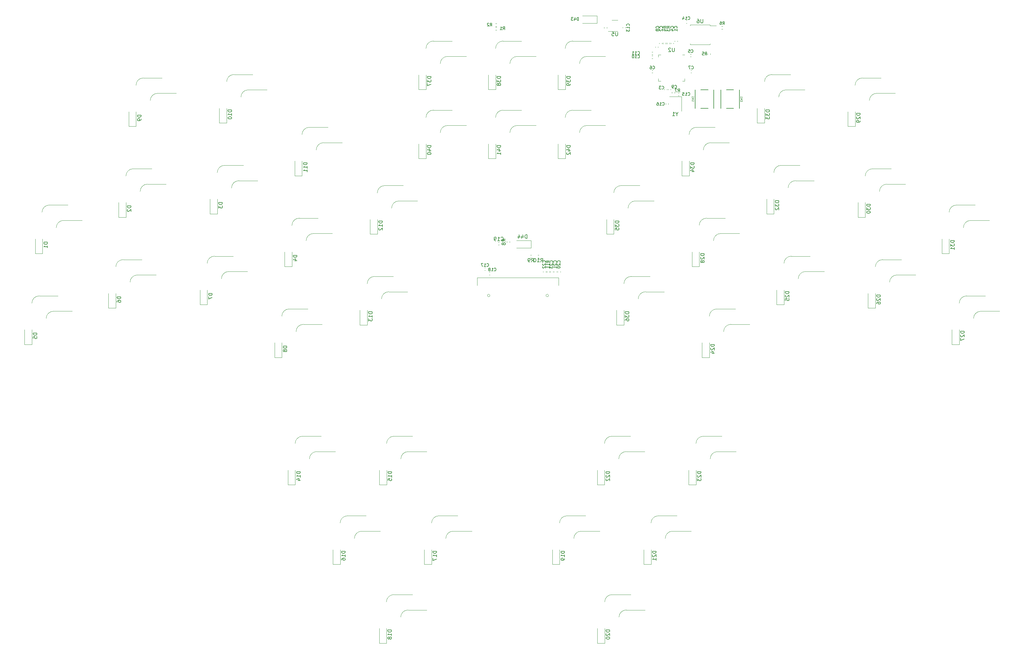
<source format=gbr>
G04 #@! TF.GenerationSoftware,KiCad,Pcbnew,(7.0.0)*
G04 #@! TF.CreationDate,2023-10-12T13:51:26-04:00*
G04 #@! TF.ProjectId,ZBox3-0,5a426f78-332d-4302-9e6b-696361645f70,rev?*
G04 #@! TF.SameCoordinates,Original*
G04 #@! TF.FileFunction,Legend,Bot*
G04 #@! TF.FilePolarity,Positive*
%FSLAX46Y46*%
G04 Gerber Fmt 4.6, Leading zero omitted, Abs format (unit mm)*
G04 Created by KiCad (PCBNEW (7.0.0)) date 2023-10-12 13:51:26*
%MOMM*%
%LPD*%
G01*
G04 APERTURE LIST*
%ADD10C,0.150000*%
%ADD11C,0.120000*%
%ADD12C,0.100000*%
%ADD13C,0.200000*%
G04 APERTURE END LIST*
D10*
X181514285Y-118717714D02*
X181552381Y-118755809D01*
X181552381Y-118755809D02*
X181666666Y-118793904D01*
X181666666Y-118793904D02*
X181742857Y-118793904D01*
X181742857Y-118793904D02*
X181857143Y-118755809D01*
X181857143Y-118755809D02*
X181933333Y-118679619D01*
X181933333Y-118679619D02*
X181971428Y-118603428D01*
X181971428Y-118603428D02*
X182009524Y-118451047D01*
X182009524Y-118451047D02*
X182009524Y-118336761D01*
X182009524Y-118336761D02*
X181971428Y-118184380D01*
X181971428Y-118184380D02*
X181933333Y-118108190D01*
X181933333Y-118108190D02*
X181857143Y-118032000D01*
X181857143Y-118032000D02*
X181742857Y-117993904D01*
X181742857Y-117993904D02*
X181666666Y-117993904D01*
X181666666Y-117993904D02*
X181552381Y-118032000D01*
X181552381Y-118032000D02*
X181514285Y-118070095D01*
X180752381Y-118793904D02*
X181209524Y-118793904D01*
X180980952Y-118793904D02*
X180980952Y-117993904D01*
X180980952Y-117993904D02*
X181057143Y-118108190D01*
X181057143Y-118108190D02*
X181133333Y-118184380D01*
X181133333Y-118184380D02*
X181209524Y-118222476D01*
X180485714Y-117993904D02*
X179952380Y-117993904D01*
X179952380Y-117993904D02*
X180295238Y-118793904D01*
X155426380Y-218256714D02*
X154426380Y-218256714D01*
X154426380Y-218256714D02*
X154426380Y-218494809D01*
X154426380Y-218494809D02*
X154474000Y-218637666D01*
X154474000Y-218637666D02*
X154569238Y-218732904D01*
X154569238Y-218732904D02*
X154664476Y-218780523D01*
X154664476Y-218780523D02*
X154854952Y-218828142D01*
X154854952Y-218828142D02*
X154997809Y-218828142D01*
X154997809Y-218828142D02*
X155188285Y-218780523D01*
X155188285Y-218780523D02*
X155283523Y-218732904D01*
X155283523Y-218732904D02*
X155378761Y-218637666D01*
X155378761Y-218637666D02*
X155426380Y-218494809D01*
X155426380Y-218494809D02*
X155426380Y-218256714D01*
X155426380Y-219780523D02*
X155426380Y-219209095D01*
X155426380Y-219494809D02*
X154426380Y-219494809D01*
X154426380Y-219494809D02*
X154569238Y-219399571D01*
X154569238Y-219399571D02*
X154664476Y-219304333D01*
X154664476Y-219304333D02*
X154712095Y-219209095D01*
X154854952Y-220351952D02*
X154807333Y-220256714D01*
X154807333Y-220256714D02*
X154759714Y-220209095D01*
X154759714Y-220209095D02*
X154664476Y-220161476D01*
X154664476Y-220161476D02*
X154616857Y-220161476D01*
X154616857Y-220161476D02*
X154521619Y-220209095D01*
X154521619Y-220209095D02*
X154474000Y-220256714D01*
X154474000Y-220256714D02*
X154426380Y-220351952D01*
X154426380Y-220351952D02*
X154426380Y-220542428D01*
X154426380Y-220542428D02*
X154474000Y-220637666D01*
X154474000Y-220637666D02*
X154521619Y-220685285D01*
X154521619Y-220685285D02*
X154616857Y-220732904D01*
X154616857Y-220732904D02*
X154664476Y-220732904D01*
X154664476Y-220732904D02*
X154759714Y-220685285D01*
X154759714Y-220685285D02*
X154807333Y-220637666D01*
X154807333Y-220637666D02*
X154854952Y-220542428D01*
X154854952Y-220542428D02*
X154854952Y-220351952D01*
X154854952Y-220351952D02*
X154902571Y-220256714D01*
X154902571Y-220256714D02*
X154950190Y-220209095D01*
X154950190Y-220209095D02*
X155045428Y-220161476D01*
X155045428Y-220161476D02*
X155235904Y-220161476D01*
X155235904Y-220161476D02*
X155331142Y-220209095D01*
X155331142Y-220209095D02*
X155378761Y-220256714D01*
X155378761Y-220256714D02*
X155426380Y-220351952D01*
X155426380Y-220351952D02*
X155426380Y-220542428D01*
X155426380Y-220542428D02*
X155378761Y-220637666D01*
X155378761Y-220637666D02*
X155331142Y-220685285D01*
X155331142Y-220685285D02*
X155235904Y-220732904D01*
X155235904Y-220732904D02*
X155045428Y-220732904D01*
X155045428Y-220732904D02*
X154950190Y-220685285D01*
X154950190Y-220685285D02*
X154902571Y-220637666D01*
X154902571Y-220637666D02*
X154854952Y-220542428D01*
X233467714Y-53616667D02*
X233505809Y-53578571D01*
X233505809Y-53578571D02*
X233543904Y-53464286D01*
X233543904Y-53464286D02*
X233543904Y-53388095D01*
X233543904Y-53388095D02*
X233505809Y-53273809D01*
X233505809Y-53273809D02*
X233429619Y-53197619D01*
X233429619Y-53197619D02*
X233353428Y-53159524D01*
X233353428Y-53159524D02*
X233201047Y-53121428D01*
X233201047Y-53121428D02*
X233086761Y-53121428D01*
X233086761Y-53121428D02*
X232934380Y-53159524D01*
X232934380Y-53159524D02*
X232858190Y-53197619D01*
X232858190Y-53197619D02*
X232782000Y-53273809D01*
X232782000Y-53273809D02*
X232743904Y-53388095D01*
X232743904Y-53388095D02*
X232743904Y-53464286D01*
X232743904Y-53464286D02*
X232782000Y-53578571D01*
X232782000Y-53578571D02*
X232820095Y-53616667D01*
X233543904Y-54378571D02*
X233543904Y-53921428D01*
X233543904Y-54150000D02*
X232743904Y-54150000D01*
X232743904Y-54150000D02*
X232858190Y-54073809D01*
X232858190Y-54073809D02*
X232934380Y-53997619D01*
X232934380Y-53997619D02*
X232972476Y-53921428D01*
X236514285Y-71967714D02*
X236552381Y-72005809D01*
X236552381Y-72005809D02*
X236666666Y-72043904D01*
X236666666Y-72043904D02*
X236742857Y-72043904D01*
X236742857Y-72043904D02*
X236857143Y-72005809D01*
X236857143Y-72005809D02*
X236933333Y-71929619D01*
X236933333Y-71929619D02*
X236971428Y-71853428D01*
X236971428Y-71853428D02*
X237009524Y-71701047D01*
X237009524Y-71701047D02*
X237009524Y-71586761D01*
X237009524Y-71586761D02*
X236971428Y-71434380D01*
X236971428Y-71434380D02*
X236933333Y-71358190D01*
X236933333Y-71358190D02*
X236857143Y-71282000D01*
X236857143Y-71282000D02*
X236742857Y-71243904D01*
X236742857Y-71243904D02*
X236666666Y-71243904D01*
X236666666Y-71243904D02*
X236552381Y-71282000D01*
X236552381Y-71282000D02*
X236514285Y-71320095D01*
X235752381Y-72043904D02*
X236209524Y-72043904D01*
X235980952Y-72043904D02*
X235980952Y-71243904D01*
X235980952Y-71243904D02*
X236057143Y-71358190D01*
X236057143Y-71358190D02*
X236133333Y-71434380D01*
X236133333Y-71434380D02*
X236209524Y-71472476D01*
X235028571Y-71243904D02*
X235409523Y-71243904D01*
X235409523Y-71243904D02*
X235447619Y-71624857D01*
X235447619Y-71624857D02*
X235409523Y-71586761D01*
X235409523Y-71586761D02*
X235333333Y-71548666D01*
X235333333Y-71548666D02*
X235142857Y-71548666D01*
X235142857Y-71548666D02*
X235066666Y-71586761D01*
X235066666Y-71586761D02*
X235028571Y-71624857D01*
X235028571Y-71624857D02*
X234990476Y-71701047D01*
X234990476Y-71701047D02*
X234990476Y-71891523D01*
X234990476Y-71891523D02*
X235028571Y-71967714D01*
X235028571Y-71967714D02*
X235066666Y-72005809D01*
X235066666Y-72005809D02*
X235142857Y-72043904D01*
X235142857Y-72043904D02*
X235333333Y-72043904D01*
X235333333Y-72043904D02*
X235409523Y-72005809D01*
X235409523Y-72005809D02*
X235447619Y-71967714D01*
X237383332Y-60217714D02*
X237421428Y-60255809D01*
X237421428Y-60255809D02*
X237535713Y-60293904D01*
X237535713Y-60293904D02*
X237611904Y-60293904D01*
X237611904Y-60293904D02*
X237726190Y-60255809D01*
X237726190Y-60255809D02*
X237802380Y-60179619D01*
X237802380Y-60179619D02*
X237840475Y-60103428D01*
X237840475Y-60103428D02*
X237878571Y-59951047D01*
X237878571Y-59951047D02*
X237878571Y-59836761D01*
X237878571Y-59836761D02*
X237840475Y-59684380D01*
X237840475Y-59684380D02*
X237802380Y-59608190D01*
X237802380Y-59608190D02*
X237726190Y-59532000D01*
X237726190Y-59532000D02*
X237611904Y-59493904D01*
X237611904Y-59493904D02*
X237535713Y-59493904D01*
X237535713Y-59493904D02*
X237421428Y-59532000D01*
X237421428Y-59532000D02*
X237383332Y-59570095D01*
X236659523Y-59493904D02*
X237040475Y-59493904D01*
X237040475Y-59493904D02*
X237078571Y-59874857D01*
X237078571Y-59874857D02*
X237040475Y-59836761D01*
X237040475Y-59836761D02*
X236964285Y-59798666D01*
X236964285Y-59798666D02*
X236773809Y-59798666D01*
X236773809Y-59798666D02*
X236697618Y-59836761D01*
X236697618Y-59836761D02*
X236659523Y-59874857D01*
X236659523Y-59874857D02*
X236621428Y-59951047D01*
X236621428Y-59951047D02*
X236621428Y-60141523D01*
X236621428Y-60141523D02*
X236659523Y-60217714D01*
X236659523Y-60217714D02*
X236697618Y-60255809D01*
X236697618Y-60255809D02*
X236773809Y-60293904D01*
X236773809Y-60293904D02*
X236964285Y-60293904D01*
X236964285Y-60293904D02*
X237040475Y-60255809D01*
X237040475Y-60255809D02*
X237078571Y-60217714D01*
X152936380Y-106371714D02*
X151936380Y-106371714D01*
X151936380Y-106371714D02*
X151936380Y-106609809D01*
X151936380Y-106609809D02*
X151984000Y-106752666D01*
X151984000Y-106752666D02*
X152079238Y-106847904D01*
X152079238Y-106847904D02*
X152174476Y-106895523D01*
X152174476Y-106895523D02*
X152364952Y-106943142D01*
X152364952Y-106943142D02*
X152507809Y-106943142D01*
X152507809Y-106943142D02*
X152698285Y-106895523D01*
X152698285Y-106895523D02*
X152793523Y-106847904D01*
X152793523Y-106847904D02*
X152888761Y-106752666D01*
X152888761Y-106752666D02*
X152936380Y-106609809D01*
X152936380Y-106609809D02*
X152936380Y-106371714D01*
X152936380Y-107895523D02*
X152936380Y-107324095D01*
X152936380Y-107609809D02*
X151936380Y-107609809D01*
X151936380Y-107609809D02*
X152079238Y-107514571D01*
X152079238Y-107514571D02*
X152174476Y-107419333D01*
X152174476Y-107419333D02*
X152222095Y-107324095D01*
X152031619Y-108276476D02*
X151984000Y-108324095D01*
X151984000Y-108324095D02*
X151936380Y-108419333D01*
X151936380Y-108419333D02*
X151936380Y-108657428D01*
X151936380Y-108657428D02*
X151984000Y-108752666D01*
X151984000Y-108752666D02*
X152031619Y-108800285D01*
X152031619Y-108800285D02*
X152126857Y-108847904D01*
X152126857Y-108847904D02*
X152222095Y-108847904D01*
X152222095Y-108847904D02*
X152364952Y-108800285D01*
X152364952Y-108800285D02*
X152936380Y-108228857D01*
X152936380Y-108228857D02*
X152936380Y-108847904D01*
X233476190Y-77141190D02*
X233476190Y-77617380D01*
X233809523Y-76617380D02*
X233476190Y-77141190D01*
X233476190Y-77141190D02*
X233142857Y-76617380D01*
X232285714Y-77617380D02*
X232857142Y-77617380D01*
X232571428Y-77617380D02*
X232571428Y-76617380D01*
X232571428Y-76617380D02*
X232666666Y-76760238D01*
X232666666Y-76760238D02*
X232761904Y-76855476D01*
X232761904Y-76855476D02*
X232857142Y-76903095D01*
X261357380Y-100832714D02*
X260357380Y-100832714D01*
X260357380Y-100832714D02*
X260357380Y-101070809D01*
X260357380Y-101070809D02*
X260405000Y-101213666D01*
X260405000Y-101213666D02*
X260500238Y-101308904D01*
X260500238Y-101308904D02*
X260595476Y-101356523D01*
X260595476Y-101356523D02*
X260785952Y-101404142D01*
X260785952Y-101404142D02*
X260928809Y-101404142D01*
X260928809Y-101404142D02*
X261119285Y-101356523D01*
X261119285Y-101356523D02*
X261214523Y-101308904D01*
X261214523Y-101308904D02*
X261309761Y-101213666D01*
X261309761Y-101213666D02*
X261357380Y-101070809D01*
X261357380Y-101070809D02*
X261357380Y-100832714D01*
X260357380Y-101737476D02*
X260357380Y-102356523D01*
X260357380Y-102356523D02*
X260738333Y-102023190D01*
X260738333Y-102023190D02*
X260738333Y-102166047D01*
X260738333Y-102166047D02*
X260785952Y-102261285D01*
X260785952Y-102261285D02*
X260833571Y-102308904D01*
X260833571Y-102308904D02*
X260928809Y-102356523D01*
X260928809Y-102356523D02*
X261166904Y-102356523D01*
X261166904Y-102356523D02*
X261262142Y-102308904D01*
X261262142Y-102308904D02*
X261309761Y-102261285D01*
X261309761Y-102261285D02*
X261357380Y-102166047D01*
X261357380Y-102166047D02*
X261357380Y-101880333D01*
X261357380Y-101880333D02*
X261309761Y-101785095D01*
X261309761Y-101785095D02*
X261262142Y-101737476D01*
X260452619Y-102737476D02*
X260405000Y-102785095D01*
X260405000Y-102785095D02*
X260357380Y-102880333D01*
X260357380Y-102880333D02*
X260357380Y-103118428D01*
X260357380Y-103118428D02*
X260405000Y-103213666D01*
X260405000Y-103213666D02*
X260452619Y-103261285D01*
X260452619Y-103261285D02*
X260547857Y-103308904D01*
X260547857Y-103308904D02*
X260643095Y-103308904D01*
X260643095Y-103308904D02*
X260785952Y-103261285D01*
X260785952Y-103261285D02*
X261357380Y-102689857D01*
X261357380Y-102689857D02*
X261357380Y-103308904D01*
X243718380Y-140124714D02*
X242718380Y-140124714D01*
X242718380Y-140124714D02*
X242718380Y-140362809D01*
X242718380Y-140362809D02*
X242766000Y-140505666D01*
X242766000Y-140505666D02*
X242861238Y-140600904D01*
X242861238Y-140600904D02*
X242956476Y-140648523D01*
X242956476Y-140648523D02*
X243146952Y-140696142D01*
X243146952Y-140696142D02*
X243289809Y-140696142D01*
X243289809Y-140696142D02*
X243480285Y-140648523D01*
X243480285Y-140648523D02*
X243575523Y-140600904D01*
X243575523Y-140600904D02*
X243670761Y-140505666D01*
X243670761Y-140505666D02*
X243718380Y-140362809D01*
X243718380Y-140362809D02*
X243718380Y-140124714D01*
X242813619Y-141077095D02*
X242766000Y-141124714D01*
X242766000Y-141124714D02*
X242718380Y-141219952D01*
X242718380Y-141219952D02*
X242718380Y-141458047D01*
X242718380Y-141458047D02*
X242766000Y-141553285D01*
X242766000Y-141553285D02*
X242813619Y-141600904D01*
X242813619Y-141600904D02*
X242908857Y-141648523D01*
X242908857Y-141648523D02*
X243004095Y-141648523D01*
X243004095Y-141648523D02*
X243146952Y-141600904D01*
X243146952Y-141600904D02*
X243718380Y-141029476D01*
X243718380Y-141029476D02*
X243718380Y-141648523D01*
X243051714Y-142505666D02*
X243718380Y-142505666D01*
X242670761Y-142267571D02*
X243385047Y-142029476D01*
X243385047Y-142029476D02*
X243385047Y-142648523D01*
X106407380Y-126154905D02*
X105407380Y-126154905D01*
X105407380Y-126154905D02*
X105407380Y-126393000D01*
X105407380Y-126393000D02*
X105455000Y-126535857D01*
X105455000Y-126535857D02*
X105550238Y-126631095D01*
X105550238Y-126631095D02*
X105645476Y-126678714D01*
X105645476Y-126678714D02*
X105835952Y-126726333D01*
X105835952Y-126726333D02*
X105978809Y-126726333D01*
X105978809Y-126726333D02*
X106169285Y-126678714D01*
X106169285Y-126678714D02*
X106264523Y-126631095D01*
X106264523Y-126631095D02*
X106359761Y-126535857D01*
X106359761Y-126535857D02*
X106407380Y-126393000D01*
X106407380Y-126393000D02*
X106407380Y-126154905D01*
X105407380Y-127059667D02*
X105407380Y-127726333D01*
X105407380Y-127726333D02*
X106407380Y-127297762D01*
X84189380Y-102252905D02*
X83189380Y-102252905D01*
X83189380Y-102252905D02*
X83189380Y-102491000D01*
X83189380Y-102491000D02*
X83237000Y-102633857D01*
X83237000Y-102633857D02*
X83332238Y-102729095D01*
X83332238Y-102729095D02*
X83427476Y-102776714D01*
X83427476Y-102776714D02*
X83617952Y-102824333D01*
X83617952Y-102824333D02*
X83760809Y-102824333D01*
X83760809Y-102824333D02*
X83951285Y-102776714D01*
X83951285Y-102776714D02*
X84046523Y-102729095D01*
X84046523Y-102729095D02*
X84141761Y-102633857D01*
X84141761Y-102633857D02*
X84189380Y-102491000D01*
X84189380Y-102491000D02*
X84189380Y-102252905D01*
X83284619Y-103205286D02*
X83237000Y-103252905D01*
X83237000Y-103252905D02*
X83189380Y-103348143D01*
X83189380Y-103348143D02*
X83189380Y-103586238D01*
X83189380Y-103586238D02*
X83237000Y-103681476D01*
X83237000Y-103681476D02*
X83284619Y-103729095D01*
X83284619Y-103729095D02*
X83379857Y-103776714D01*
X83379857Y-103776714D02*
X83475095Y-103776714D01*
X83475095Y-103776714D02*
X83617952Y-103729095D01*
X83617952Y-103729095D02*
X84189380Y-103157667D01*
X84189380Y-103157667D02*
X84189380Y-103776714D01*
X240561904Y-51207380D02*
X240561904Y-52016904D01*
X240561904Y-52016904D02*
X240514285Y-52112142D01*
X240514285Y-52112142D02*
X240466666Y-52159761D01*
X240466666Y-52159761D02*
X240371428Y-52207380D01*
X240371428Y-52207380D02*
X240180952Y-52207380D01*
X240180952Y-52207380D02*
X240085714Y-52159761D01*
X240085714Y-52159761D02*
X240038095Y-52112142D01*
X240038095Y-52112142D02*
X239990476Y-52016904D01*
X239990476Y-52016904D02*
X239990476Y-51207380D01*
X239085714Y-51207380D02*
X239276190Y-51207380D01*
X239276190Y-51207380D02*
X239371428Y-51255000D01*
X239371428Y-51255000D02*
X239419047Y-51302619D01*
X239419047Y-51302619D02*
X239514285Y-51445476D01*
X239514285Y-51445476D02*
X239561904Y-51635952D01*
X239561904Y-51635952D02*
X239561904Y-52016904D01*
X239561904Y-52016904D02*
X239514285Y-52112142D01*
X239514285Y-52112142D02*
X239466666Y-52159761D01*
X239466666Y-52159761D02*
X239371428Y-52207380D01*
X239371428Y-52207380D02*
X239180952Y-52207380D01*
X239180952Y-52207380D02*
X239085714Y-52159761D01*
X239085714Y-52159761D02*
X239038095Y-52112142D01*
X239038095Y-52112142D02*
X238990476Y-52016904D01*
X238990476Y-52016904D02*
X238990476Y-51778809D01*
X238990476Y-51778809D02*
X239038095Y-51683571D01*
X239038095Y-51683571D02*
X239085714Y-51635952D01*
X239085714Y-51635952D02*
X239180952Y-51588333D01*
X239180952Y-51588333D02*
X239371428Y-51588333D01*
X239371428Y-51588333D02*
X239466666Y-51635952D01*
X239466666Y-51635952D02*
X239514285Y-51683571D01*
X239514285Y-51683571D02*
X239561904Y-51778809D01*
X226883332Y-64717714D02*
X226921428Y-64755809D01*
X226921428Y-64755809D02*
X227035713Y-64793904D01*
X227035713Y-64793904D02*
X227111904Y-64793904D01*
X227111904Y-64793904D02*
X227226190Y-64755809D01*
X227226190Y-64755809D02*
X227302380Y-64679619D01*
X227302380Y-64679619D02*
X227340475Y-64603428D01*
X227340475Y-64603428D02*
X227378571Y-64451047D01*
X227378571Y-64451047D02*
X227378571Y-64336761D01*
X227378571Y-64336761D02*
X227340475Y-64184380D01*
X227340475Y-64184380D02*
X227302380Y-64108190D01*
X227302380Y-64108190D02*
X227226190Y-64032000D01*
X227226190Y-64032000D02*
X227111904Y-63993904D01*
X227111904Y-63993904D02*
X227035713Y-63993904D01*
X227035713Y-63993904D02*
X226921428Y-64032000D01*
X226921428Y-64032000D02*
X226883332Y-64070095D01*
X226197618Y-63993904D02*
X226349999Y-63993904D01*
X226349999Y-63993904D02*
X226426190Y-64032000D01*
X226426190Y-64032000D02*
X226464285Y-64070095D01*
X226464285Y-64070095D02*
X226540475Y-64184380D01*
X226540475Y-64184380D02*
X226578571Y-64336761D01*
X226578571Y-64336761D02*
X226578571Y-64641523D01*
X226578571Y-64641523D02*
X226540475Y-64717714D01*
X226540475Y-64717714D02*
X226502380Y-64755809D01*
X226502380Y-64755809D02*
X226426190Y-64793904D01*
X226426190Y-64793904D02*
X226273809Y-64793904D01*
X226273809Y-64793904D02*
X226197618Y-64755809D01*
X226197618Y-64755809D02*
X226159523Y-64717714D01*
X226159523Y-64717714D02*
X226121428Y-64641523D01*
X226121428Y-64641523D02*
X226121428Y-64451047D01*
X226121428Y-64451047D02*
X226159523Y-64374857D01*
X226159523Y-64374857D02*
X226197618Y-64336761D01*
X226197618Y-64336761D02*
X226273809Y-64298666D01*
X226273809Y-64298666D02*
X226426190Y-64298666D01*
X226426190Y-64298666D02*
X226502380Y-64336761D01*
X226502380Y-64336761D02*
X226540475Y-64374857D01*
X226540475Y-64374857D02*
X226578571Y-64451047D01*
X166241380Y-85733714D02*
X165241380Y-85733714D01*
X165241380Y-85733714D02*
X165241380Y-85971809D01*
X165241380Y-85971809D02*
X165289000Y-86114666D01*
X165289000Y-86114666D02*
X165384238Y-86209904D01*
X165384238Y-86209904D02*
X165479476Y-86257523D01*
X165479476Y-86257523D02*
X165669952Y-86305142D01*
X165669952Y-86305142D02*
X165812809Y-86305142D01*
X165812809Y-86305142D02*
X166003285Y-86257523D01*
X166003285Y-86257523D02*
X166098523Y-86209904D01*
X166098523Y-86209904D02*
X166193761Y-86114666D01*
X166193761Y-86114666D02*
X166241380Y-85971809D01*
X166241380Y-85971809D02*
X166241380Y-85733714D01*
X165574714Y-87162285D02*
X166241380Y-87162285D01*
X165193761Y-86924190D02*
X165908047Y-86686095D01*
X165908047Y-86686095D02*
X165908047Y-87305142D01*
X165241380Y-87876571D02*
X165241380Y-87971809D01*
X165241380Y-87971809D02*
X165289000Y-88067047D01*
X165289000Y-88067047D02*
X165336619Y-88114666D01*
X165336619Y-88114666D02*
X165431857Y-88162285D01*
X165431857Y-88162285D02*
X165622333Y-88209904D01*
X165622333Y-88209904D02*
X165860428Y-88209904D01*
X165860428Y-88209904D02*
X166050904Y-88162285D01*
X166050904Y-88162285D02*
X166146142Y-88114666D01*
X166146142Y-88114666D02*
X166193761Y-88067047D01*
X166193761Y-88067047D02*
X166241380Y-87971809D01*
X166241380Y-87971809D02*
X166241380Y-87876571D01*
X166241380Y-87876571D02*
X166193761Y-87781333D01*
X166193761Y-87781333D02*
X166146142Y-87733714D01*
X166146142Y-87733714D02*
X166050904Y-87686095D01*
X166050904Y-87686095D02*
X165860428Y-87638476D01*
X165860428Y-87638476D02*
X165622333Y-87638476D01*
X165622333Y-87638476D02*
X165431857Y-87686095D01*
X165431857Y-87686095D02*
X165336619Y-87733714D01*
X165336619Y-87733714D02*
X165289000Y-87781333D01*
X165289000Y-87781333D02*
X165241380Y-87876571D01*
X312050380Y-136546714D02*
X311050380Y-136546714D01*
X311050380Y-136546714D02*
X311050380Y-136784809D01*
X311050380Y-136784809D02*
X311098000Y-136927666D01*
X311098000Y-136927666D02*
X311193238Y-137022904D01*
X311193238Y-137022904D02*
X311288476Y-137070523D01*
X311288476Y-137070523D02*
X311478952Y-137118142D01*
X311478952Y-137118142D02*
X311621809Y-137118142D01*
X311621809Y-137118142D02*
X311812285Y-137070523D01*
X311812285Y-137070523D02*
X311907523Y-137022904D01*
X311907523Y-137022904D02*
X312002761Y-136927666D01*
X312002761Y-136927666D02*
X312050380Y-136784809D01*
X312050380Y-136784809D02*
X312050380Y-136546714D01*
X311145619Y-137499095D02*
X311098000Y-137546714D01*
X311098000Y-137546714D02*
X311050380Y-137641952D01*
X311050380Y-137641952D02*
X311050380Y-137880047D01*
X311050380Y-137880047D02*
X311098000Y-137975285D01*
X311098000Y-137975285D02*
X311145619Y-138022904D01*
X311145619Y-138022904D02*
X311240857Y-138070523D01*
X311240857Y-138070523D02*
X311336095Y-138070523D01*
X311336095Y-138070523D02*
X311478952Y-138022904D01*
X311478952Y-138022904D02*
X312050380Y-137451476D01*
X312050380Y-137451476D02*
X312050380Y-138070523D01*
X311050380Y-138403857D02*
X311050380Y-139070523D01*
X311050380Y-139070523D02*
X312050380Y-138641952D01*
X229383332Y-70217714D02*
X229421428Y-70255809D01*
X229421428Y-70255809D02*
X229535713Y-70293904D01*
X229535713Y-70293904D02*
X229611904Y-70293904D01*
X229611904Y-70293904D02*
X229726190Y-70255809D01*
X229726190Y-70255809D02*
X229802380Y-70179619D01*
X229802380Y-70179619D02*
X229840475Y-70103428D01*
X229840475Y-70103428D02*
X229878571Y-69951047D01*
X229878571Y-69951047D02*
X229878571Y-69836761D01*
X229878571Y-69836761D02*
X229840475Y-69684380D01*
X229840475Y-69684380D02*
X229802380Y-69608190D01*
X229802380Y-69608190D02*
X229726190Y-69532000D01*
X229726190Y-69532000D02*
X229611904Y-69493904D01*
X229611904Y-69493904D02*
X229535713Y-69493904D01*
X229535713Y-69493904D02*
X229421428Y-69532000D01*
X229421428Y-69532000D02*
X229383332Y-69570095D01*
X229116666Y-69493904D02*
X228621428Y-69493904D01*
X228621428Y-69493904D02*
X228888094Y-69798666D01*
X228888094Y-69798666D02*
X228773809Y-69798666D01*
X228773809Y-69798666D02*
X228697618Y-69836761D01*
X228697618Y-69836761D02*
X228659523Y-69874857D01*
X228659523Y-69874857D02*
X228621428Y-69951047D01*
X228621428Y-69951047D02*
X228621428Y-70141523D01*
X228621428Y-70141523D02*
X228659523Y-70217714D01*
X228659523Y-70217714D02*
X228697618Y-70255809D01*
X228697618Y-70255809D02*
X228773809Y-70293904D01*
X228773809Y-70293904D02*
X229002380Y-70293904D01*
X229002380Y-70293904D02*
X229078571Y-70255809D01*
X229078571Y-70255809D02*
X229116666Y-70217714D01*
D11*
X251322880Y-72365334D02*
X251346690Y-72436762D01*
X251346690Y-72436762D02*
X251346690Y-72555810D01*
X251346690Y-72555810D02*
X251322880Y-72603429D01*
X251322880Y-72603429D02*
X251299071Y-72627238D01*
X251299071Y-72627238D02*
X251251452Y-72651048D01*
X251251452Y-72651048D02*
X251203833Y-72651048D01*
X251203833Y-72651048D02*
X251156214Y-72627238D01*
X251156214Y-72627238D02*
X251132404Y-72603429D01*
X251132404Y-72603429D02*
X251108595Y-72555810D01*
X251108595Y-72555810D02*
X251084785Y-72460572D01*
X251084785Y-72460572D02*
X251060976Y-72412953D01*
X251060976Y-72412953D02*
X251037166Y-72389143D01*
X251037166Y-72389143D02*
X250989547Y-72365334D01*
X250989547Y-72365334D02*
X250941928Y-72365334D01*
X250941928Y-72365334D02*
X250894309Y-72389143D01*
X250894309Y-72389143D02*
X250870500Y-72412953D01*
X250870500Y-72412953D02*
X250846690Y-72460572D01*
X250846690Y-72460572D02*
X250846690Y-72579619D01*
X250846690Y-72579619D02*
X250870500Y-72651048D01*
X250846690Y-72817714D02*
X251346690Y-72936762D01*
X251346690Y-72936762D02*
X250989547Y-73032000D01*
X250989547Y-73032000D02*
X251346690Y-73127238D01*
X251346690Y-73127238D02*
X250846690Y-73246286D01*
X250894309Y-73412953D02*
X250870500Y-73436762D01*
X250870500Y-73436762D02*
X250846690Y-73484381D01*
X250846690Y-73484381D02*
X250846690Y-73603429D01*
X250846690Y-73603429D02*
X250870500Y-73651048D01*
X250870500Y-73651048D02*
X250894309Y-73674857D01*
X250894309Y-73674857D02*
X250941928Y-73698667D01*
X250941928Y-73698667D02*
X250989547Y-73698667D01*
X250989547Y-73698667D02*
X251060976Y-73674857D01*
X251060976Y-73674857D02*
X251346690Y-73389143D01*
X251346690Y-73389143D02*
X251346690Y-73698667D01*
D10*
X231543904Y-53616667D02*
X231162952Y-53350000D01*
X231543904Y-53159524D02*
X230743904Y-53159524D01*
X230743904Y-53159524D02*
X230743904Y-53464286D01*
X230743904Y-53464286D02*
X230782000Y-53540476D01*
X230782000Y-53540476D02*
X230820095Y-53578571D01*
X230820095Y-53578571D02*
X230896285Y-53616667D01*
X230896285Y-53616667D02*
X231010571Y-53616667D01*
X231010571Y-53616667D02*
X231086761Y-53578571D01*
X231086761Y-53578571D02*
X231124857Y-53540476D01*
X231124857Y-53540476D02*
X231162952Y-53464286D01*
X231162952Y-53464286D02*
X231162952Y-53159524D01*
X230743904Y-53883333D02*
X230743904Y-54378571D01*
X230743904Y-54378571D02*
X231048666Y-54111905D01*
X231048666Y-54111905D02*
X231048666Y-54226190D01*
X231048666Y-54226190D02*
X231086761Y-54302381D01*
X231086761Y-54302381D02*
X231124857Y-54340476D01*
X231124857Y-54340476D02*
X231201047Y-54378571D01*
X231201047Y-54378571D02*
X231391523Y-54378571D01*
X231391523Y-54378571D02*
X231467714Y-54340476D01*
X231467714Y-54340476D02*
X231505809Y-54302381D01*
X231505809Y-54302381D02*
X231543904Y-54226190D01*
X231543904Y-54226190D02*
X231543904Y-53997619D01*
X231543904Y-53997619D02*
X231505809Y-53921428D01*
X231505809Y-53921428D02*
X231467714Y-53883333D01*
X86953380Y-77406905D02*
X85953380Y-77406905D01*
X85953380Y-77406905D02*
X85953380Y-77645000D01*
X85953380Y-77645000D02*
X86001000Y-77787857D01*
X86001000Y-77787857D02*
X86096238Y-77883095D01*
X86096238Y-77883095D02*
X86191476Y-77930714D01*
X86191476Y-77930714D02*
X86381952Y-77978333D01*
X86381952Y-77978333D02*
X86524809Y-77978333D01*
X86524809Y-77978333D02*
X86715285Y-77930714D01*
X86715285Y-77930714D02*
X86810523Y-77883095D01*
X86810523Y-77883095D02*
X86905761Y-77787857D01*
X86905761Y-77787857D02*
X86953380Y-77645000D01*
X86953380Y-77645000D02*
X86953380Y-77406905D01*
X86953380Y-78454524D02*
X86953380Y-78645000D01*
X86953380Y-78645000D02*
X86905761Y-78740238D01*
X86905761Y-78740238D02*
X86858142Y-78787857D01*
X86858142Y-78787857D02*
X86715285Y-78883095D01*
X86715285Y-78883095D02*
X86524809Y-78930714D01*
X86524809Y-78930714D02*
X86143857Y-78930714D01*
X86143857Y-78930714D02*
X86048619Y-78883095D01*
X86048619Y-78883095D02*
X86001000Y-78835476D01*
X86001000Y-78835476D02*
X85953380Y-78740238D01*
X85953380Y-78740238D02*
X85953380Y-78549762D01*
X85953380Y-78549762D02*
X86001000Y-78454524D01*
X86001000Y-78454524D02*
X86048619Y-78406905D01*
X86048619Y-78406905D02*
X86143857Y-78359286D01*
X86143857Y-78359286D02*
X86381952Y-78359286D01*
X86381952Y-78359286D02*
X86477190Y-78406905D01*
X86477190Y-78406905D02*
X86524809Y-78454524D01*
X86524809Y-78454524D02*
X86572428Y-78549762D01*
X86572428Y-78549762D02*
X86572428Y-78740238D01*
X86572428Y-78740238D02*
X86524809Y-78835476D01*
X86524809Y-78835476D02*
X86477190Y-78883095D01*
X86477190Y-78883095D02*
X86381952Y-78930714D01*
X215059380Y-174932714D02*
X214059380Y-174932714D01*
X214059380Y-174932714D02*
X214059380Y-175170809D01*
X214059380Y-175170809D02*
X214107000Y-175313666D01*
X214107000Y-175313666D02*
X214202238Y-175408904D01*
X214202238Y-175408904D02*
X214297476Y-175456523D01*
X214297476Y-175456523D02*
X214487952Y-175504142D01*
X214487952Y-175504142D02*
X214630809Y-175504142D01*
X214630809Y-175504142D02*
X214821285Y-175456523D01*
X214821285Y-175456523D02*
X214916523Y-175408904D01*
X214916523Y-175408904D02*
X215011761Y-175313666D01*
X215011761Y-175313666D02*
X215059380Y-175170809D01*
X215059380Y-175170809D02*
X215059380Y-174932714D01*
X214154619Y-175885095D02*
X214107000Y-175932714D01*
X214107000Y-175932714D02*
X214059380Y-176027952D01*
X214059380Y-176027952D02*
X214059380Y-176266047D01*
X214059380Y-176266047D02*
X214107000Y-176361285D01*
X214107000Y-176361285D02*
X214154619Y-176408904D01*
X214154619Y-176408904D02*
X214249857Y-176456523D01*
X214249857Y-176456523D02*
X214345095Y-176456523D01*
X214345095Y-176456523D02*
X214487952Y-176408904D01*
X214487952Y-176408904D02*
X215059380Y-175837476D01*
X215059380Y-175837476D02*
X215059380Y-176456523D01*
X214154619Y-176837476D02*
X214107000Y-176885095D01*
X214107000Y-176885095D02*
X214059380Y-176980333D01*
X214059380Y-176980333D02*
X214059380Y-177218428D01*
X214059380Y-177218428D02*
X214107000Y-177313666D01*
X214107000Y-177313666D02*
X214154619Y-177361285D01*
X214154619Y-177361285D02*
X214249857Y-177408904D01*
X214249857Y-177408904D02*
X214345095Y-177408904D01*
X214345095Y-177408904D02*
X214487952Y-177361285D01*
X214487952Y-177361285D02*
X215059380Y-176789857D01*
X215059380Y-176789857D02*
X215059380Y-177408904D01*
X241163332Y-60993904D02*
X241429999Y-60612952D01*
X241620475Y-60993904D02*
X241620475Y-60193904D01*
X241620475Y-60193904D02*
X241315713Y-60193904D01*
X241315713Y-60193904D02*
X241239523Y-60232000D01*
X241239523Y-60232000D02*
X241201428Y-60270095D01*
X241201428Y-60270095D02*
X241163332Y-60346285D01*
X241163332Y-60346285D02*
X241163332Y-60460571D01*
X241163332Y-60460571D02*
X241201428Y-60536761D01*
X241201428Y-60536761D02*
X241239523Y-60574857D01*
X241239523Y-60574857D02*
X241315713Y-60612952D01*
X241315713Y-60612952D02*
X241620475Y-60612952D01*
X240439523Y-60193904D02*
X240820475Y-60193904D01*
X240820475Y-60193904D02*
X240858571Y-60574857D01*
X240858571Y-60574857D02*
X240820475Y-60536761D01*
X240820475Y-60536761D02*
X240744285Y-60498666D01*
X240744285Y-60498666D02*
X240553809Y-60498666D01*
X240553809Y-60498666D02*
X240477618Y-60536761D01*
X240477618Y-60536761D02*
X240439523Y-60574857D01*
X240439523Y-60574857D02*
X240401428Y-60651047D01*
X240401428Y-60651047D02*
X240401428Y-60841523D01*
X240401428Y-60841523D02*
X240439523Y-60917714D01*
X240439523Y-60917714D02*
X240477618Y-60955809D01*
X240477618Y-60955809D02*
X240553809Y-60993904D01*
X240553809Y-60993904D02*
X240744285Y-60993904D01*
X240744285Y-60993904D02*
X240820475Y-60955809D01*
X240820475Y-60955809D02*
X240858571Y-60917714D01*
X220358380Y-131218714D02*
X219358380Y-131218714D01*
X219358380Y-131218714D02*
X219358380Y-131456809D01*
X219358380Y-131456809D02*
X219406000Y-131599666D01*
X219406000Y-131599666D02*
X219501238Y-131694904D01*
X219501238Y-131694904D02*
X219596476Y-131742523D01*
X219596476Y-131742523D02*
X219786952Y-131790142D01*
X219786952Y-131790142D02*
X219929809Y-131790142D01*
X219929809Y-131790142D02*
X220120285Y-131742523D01*
X220120285Y-131742523D02*
X220215523Y-131694904D01*
X220215523Y-131694904D02*
X220310761Y-131599666D01*
X220310761Y-131599666D02*
X220358380Y-131456809D01*
X220358380Y-131456809D02*
X220358380Y-131218714D01*
X219358380Y-132123476D02*
X219358380Y-132742523D01*
X219358380Y-132742523D02*
X219739333Y-132409190D01*
X219739333Y-132409190D02*
X219739333Y-132552047D01*
X219739333Y-132552047D02*
X219786952Y-132647285D01*
X219786952Y-132647285D02*
X219834571Y-132694904D01*
X219834571Y-132694904D02*
X219929809Y-132742523D01*
X219929809Y-132742523D02*
X220167904Y-132742523D01*
X220167904Y-132742523D02*
X220263142Y-132694904D01*
X220263142Y-132694904D02*
X220310761Y-132647285D01*
X220310761Y-132647285D02*
X220358380Y-132552047D01*
X220358380Y-132552047D02*
X220358380Y-132266333D01*
X220358380Y-132266333D02*
X220310761Y-132171095D01*
X220310761Y-132171095D02*
X220263142Y-132123476D01*
X219358380Y-133599666D02*
X219358380Y-133409190D01*
X219358380Y-133409190D02*
X219406000Y-133313952D01*
X219406000Y-133313952D02*
X219453619Y-133266333D01*
X219453619Y-133266333D02*
X219596476Y-133171095D01*
X219596476Y-133171095D02*
X219786952Y-133123476D01*
X219786952Y-133123476D02*
X220167904Y-133123476D01*
X220167904Y-133123476D02*
X220263142Y-133171095D01*
X220263142Y-133171095D02*
X220310761Y-133218714D01*
X220310761Y-133218714D02*
X220358380Y-133313952D01*
X220358380Y-133313952D02*
X220358380Y-133504428D01*
X220358380Y-133504428D02*
X220310761Y-133599666D01*
X220310761Y-133599666D02*
X220263142Y-133647285D01*
X220263142Y-133647285D02*
X220167904Y-133694904D01*
X220167904Y-133694904D02*
X219929809Y-133694904D01*
X219929809Y-133694904D02*
X219834571Y-133647285D01*
X219834571Y-133647285D02*
X219786952Y-133599666D01*
X219786952Y-133599666D02*
X219739333Y-133504428D01*
X219739333Y-133504428D02*
X219739333Y-133313952D01*
X219739333Y-133313952D02*
X219786952Y-133218714D01*
X219786952Y-133218714D02*
X219834571Y-133171095D01*
X219834571Y-133171095D02*
X219929809Y-133123476D01*
X236514285Y-51217714D02*
X236552381Y-51255809D01*
X236552381Y-51255809D02*
X236666666Y-51293904D01*
X236666666Y-51293904D02*
X236742857Y-51293904D01*
X236742857Y-51293904D02*
X236857143Y-51255809D01*
X236857143Y-51255809D02*
X236933333Y-51179619D01*
X236933333Y-51179619D02*
X236971428Y-51103428D01*
X236971428Y-51103428D02*
X237009524Y-50951047D01*
X237009524Y-50951047D02*
X237009524Y-50836761D01*
X237009524Y-50836761D02*
X236971428Y-50684380D01*
X236971428Y-50684380D02*
X236933333Y-50608190D01*
X236933333Y-50608190D02*
X236857143Y-50532000D01*
X236857143Y-50532000D02*
X236742857Y-50493904D01*
X236742857Y-50493904D02*
X236666666Y-50493904D01*
X236666666Y-50493904D02*
X236552381Y-50532000D01*
X236552381Y-50532000D02*
X236514285Y-50570095D01*
X235752381Y-51293904D02*
X236209524Y-51293904D01*
X235980952Y-51293904D02*
X235980952Y-50493904D01*
X235980952Y-50493904D02*
X236057143Y-50608190D01*
X236057143Y-50608190D02*
X236133333Y-50684380D01*
X236133333Y-50684380D02*
X236209524Y-50722476D01*
X235066666Y-50760571D02*
X235066666Y-51293904D01*
X235257142Y-50455809D02*
X235447619Y-51027238D01*
X235447619Y-51027238D02*
X234952380Y-51027238D01*
X222764285Y-61717714D02*
X222802381Y-61755809D01*
X222802381Y-61755809D02*
X222916666Y-61793904D01*
X222916666Y-61793904D02*
X222992857Y-61793904D01*
X222992857Y-61793904D02*
X223107143Y-61755809D01*
X223107143Y-61755809D02*
X223183333Y-61679619D01*
X223183333Y-61679619D02*
X223221428Y-61603428D01*
X223221428Y-61603428D02*
X223259524Y-61451047D01*
X223259524Y-61451047D02*
X223259524Y-61336761D01*
X223259524Y-61336761D02*
X223221428Y-61184380D01*
X223221428Y-61184380D02*
X223183333Y-61108190D01*
X223183333Y-61108190D02*
X223107143Y-61032000D01*
X223107143Y-61032000D02*
X222992857Y-60993904D01*
X222992857Y-60993904D02*
X222916666Y-60993904D01*
X222916666Y-60993904D02*
X222802381Y-61032000D01*
X222802381Y-61032000D02*
X222764285Y-61070095D01*
X222002381Y-61793904D02*
X222459524Y-61793904D01*
X222230952Y-61793904D02*
X222230952Y-60993904D01*
X222230952Y-60993904D02*
X222307143Y-61108190D01*
X222307143Y-61108190D02*
X222383333Y-61184380D01*
X222383333Y-61184380D02*
X222459524Y-61222476D01*
X221507142Y-60993904D02*
X221430952Y-60993904D01*
X221430952Y-60993904D02*
X221354761Y-61032000D01*
X221354761Y-61032000D02*
X221316666Y-61070095D01*
X221316666Y-61070095D02*
X221278571Y-61146285D01*
X221278571Y-61146285D02*
X221240476Y-61298666D01*
X221240476Y-61298666D02*
X221240476Y-61489142D01*
X221240476Y-61489142D02*
X221278571Y-61641523D01*
X221278571Y-61641523D02*
X221316666Y-61717714D01*
X221316666Y-61717714D02*
X221354761Y-61755809D01*
X221354761Y-61755809D02*
X221430952Y-61793904D01*
X221430952Y-61793904D02*
X221507142Y-61793904D01*
X221507142Y-61793904D02*
X221583333Y-61755809D01*
X221583333Y-61755809D02*
X221621428Y-61717714D01*
X221621428Y-61717714D02*
X221659523Y-61641523D01*
X221659523Y-61641523D02*
X221697619Y-61489142D01*
X221697619Y-61489142D02*
X221697619Y-61298666D01*
X221697619Y-61298666D02*
X221659523Y-61146285D01*
X221659523Y-61146285D02*
X221621428Y-61070095D01*
X221621428Y-61070095D02*
X221583333Y-61032000D01*
X221583333Y-61032000D02*
X221507142Y-60993904D01*
X182393332Y-53043904D02*
X182659999Y-52662952D01*
X182850475Y-53043904D02*
X182850475Y-52243904D01*
X182850475Y-52243904D02*
X182545713Y-52243904D01*
X182545713Y-52243904D02*
X182469523Y-52282000D01*
X182469523Y-52282000D02*
X182431428Y-52320095D01*
X182431428Y-52320095D02*
X182393332Y-52396285D01*
X182393332Y-52396285D02*
X182393332Y-52510571D01*
X182393332Y-52510571D02*
X182431428Y-52586761D01*
X182431428Y-52586761D02*
X182469523Y-52624857D01*
X182469523Y-52624857D02*
X182545713Y-52662952D01*
X182545713Y-52662952D02*
X182850475Y-52662952D01*
X182088571Y-52320095D02*
X182050475Y-52282000D01*
X182050475Y-52282000D02*
X181974285Y-52243904D01*
X181974285Y-52243904D02*
X181783809Y-52243904D01*
X181783809Y-52243904D02*
X181707618Y-52282000D01*
X181707618Y-52282000D02*
X181669523Y-52320095D01*
X181669523Y-52320095D02*
X181631428Y-52396285D01*
X181631428Y-52396285D02*
X181631428Y-52472476D01*
X181631428Y-52472476D02*
X181669523Y-52586761D01*
X181669523Y-52586761D02*
X182126666Y-53043904D01*
X182126666Y-53043904D02*
X181631428Y-53043904D01*
X126811380Y-140600905D02*
X125811380Y-140600905D01*
X125811380Y-140600905D02*
X125811380Y-140839000D01*
X125811380Y-140839000D02*
X125859000Y-140981857D01*
X125859000Y-140981857D02*
X125954238Y-141077095D01*
X125954238Y-141077095D02*
X126049476Y-141124714D01*
X126049476Y-141124714D02*
X126239952Y-141172333D01*
X126239952Y-141172333D02*
X126382809Y-141172333D01*
X126382809Y-141172333D02*
X126573285Y-141124714D01*
X126573285Y-141124714D02*
X126668523Y-141077095D01*
X126668523Y-141077095D02*
X126763761Y-140981857D01*
X126763761Y-140981857D02*
X126811380Y-140839000D01*
X126811380Y-140839000D02*
X126811380Y-140600905D01*
X126239952Y-141743762D02*
X126192333Y-141648524D01*
X126192333Y-141648524D02*
X126144714Y-141600905D01*
X126144714Y-141600905D02*
X126049476Y-141553286D01*
X126049476Y-141553286D02*
X126001857Y-141553286D01*
X126001857Y-141553286D02*
X125906619Y-141600905D01*
X125906619Y-141600905D02*
X125859000Y-141648524D01*
X125859000Y-141648524D02*
X125811380Y-141743762D01*
X125811380Y-141743762D02*
X125811380Y-141934238D01*
X125811380Y-141934238D02*
X125859000Y-142029476D01*
X125859000Y-142029476D02*
X125906619Y-142077095D01*
X125906619Y-142077095D02*
X126001857Y-142124714D01*
X126001857Y-142124714D02*
X126049476Y-142124714D01*
X126049476Y-142124714D02*
X126144714Y-142077095D01*
X126144714Y-142077095D02*
X126192333Y-142029476D01*
X126192333Y-142029476D02*
X126239952Y-141934238D01*
X126239952Y-141934238D02*
X126239952Y-141743762D01*
X126239952Y-141743762D02*
X126287571Y-141648524D01*
X126287571Y-141648524D02*
X126335190Y-141600905D01*
X126335190Y-141600905D02*
X126430428Y-141553286D01*
X126430428Y-141553286D02*
X126620904Y-141553286D01*
X126620904Y-141553286D02*
X126716142Y-141600905D01*
X126716142Y-141600905D02*
X126763761Y-141648524D01*
X126763761Y-141648524D02*
X126811380Y-141743762D01*
X126811380Y-141743762D02*
X126811380Y-141934238D01*
X126811380Y-141934238D02*
X126763761Y-142029476D01*
X126763761Y-142029476D02*
X126716142Y-142077095D01*
X126716142Y-142077095D02*
X126620904Y-142124714D01*
X126620904Y-142124714D02*
X126430428Y-142124714D01*
X126430428Y-142124714D02*
X126335190Y-142077095D01*
X126335190Y-142077095D02*
X126287571Y-142029476D01*
X126287571Y-142029476D02*
X126239952Y-141934238D01*
X238189380Y-90430714D02*
X237189380Y-90430714D01*
X237189380Y-90430714D02*
X237189380Y-90668809D01*
X237189380Y-90668809D02*
X237237000Y-90811666D01*
X237237000Y-90811666D02*
X237332238Y-90906904D01*
X237332238Y-90906904D02*
X237427476Y-90954523D01*
X237427476Y-90954523D02*
X237617952Y-91002142D01*
X237617952Y-91002142D02*
X237760809Y-91002142D01*
X237760809Y-91002142D02*
X237951285Y-90954523D01*
X237951285Y-90954523D02*
X238046523Y-90906904D01*
X238046523Y-90906904D02*
X238141761Y-90811666D01*
X238141761Y-90811666D02*
X238189380Y-90668809D01*
X238189380Y-90668809D02*
X238189380Y-90430714D01*
X237189380Y-91335476D02*
X237189380Y-91954523D01*
X237189380Y-91954523D02*
X237570333Y-91621190D01*
X237570333Y-91621190D02*
X237570333Y-91764047D01*
X237570333Y-91764047D02*
X237617952Y-91859285D01*
X237617952Y-91859285D02*
X237665571Y-91906904D01*
X237665571Y-91906904D02*
X237760809Y-91954523D01*
X237760809Y-91954523D02*
X237998904Y-91954523D01*
X237998904Y-91954523D02*
X238094142Y-91906904D01*
X238094142Y-91906904D02*
X238141761Y-91859285D01*
X238141761Y-91859285D02*
X238189380Y-91764047D01*
X238189380Y-91764047D02*
X238189380Y-91478333D01*
X238189380Y-91478333D02*
X238141761Y-91383095D01*
X238141761Y-91383095D02*
X238094142Y-91335476D01*
X237522714Y-92811666D02*
X238189380Y-92811666D01*
X237141761Y-92573571D02*
X237856047Y-92335476D01*
X237856047Y-92335476D02*
X237856047Y-92954523D01*
X220427714Y-52965714D02*
X220465809Y-52927618D01*
X220465809Y-52927618D02*
X220503904Y-52813333D01*
X220503904Y-52813333D02*
X220503904Y-52737142D01*
X220503904Y-52737142D02*
X220465809Y-52622856D01*
X220465809Y-52622856D02*
X220389619Y-52546666D01*
X220389619Y-52546666D02*
X220313428Y-52508571D01*
X220313428Y-52508571D02*
X220161047Y-52470475D01*
X220161047Y-52470475D02*
X220046761Y-52470475D01*
X220046761Y-52470475D02*
X219894380Y-52508571D01*
X219894380Y-52508571D02*
X219818190Y-52546666D01*
X219818190Y-52546666D02*
X219742000Y-52622856D01*
X219742000Y-52622856D02*
X219703904Y-52737142D01*
X219703904Y-52737142D02*
X219703904Y-52813333D01*
X219703904Y-52813333D02*
X219742000Y-52927618D01*
X219742000Y-52927618D02*
X219780095Y-52965714D01*
X220503904Y-53727618D02*
X220503904Y-53270475D01*
X220503904Y-53499047D02*
X219703904Y-53499047D01*
X219703904Y-53499047D02*
X219818190Y-53422856D01*
X219818190Y-53422856D02*
X219894380Y-53346666D01*
X219894380Y-53346666D02*
X219932476Y-53270475D01*
X219703904Y-53994285D02*
X219703904Y-54489523D01*
X219703904Y-54489523D02*
X220008666Y-54222857D01*
X220008666Y-54222857D02*
X220008666Y-54337142D01*
X220008666Y-54337142D02*
X220046761Y-54413333D01*
X220046761Y-54413333D02*
X220084857Y-54451428D01*
X220084857Y-54451428D02*
X220161047Y-54489523D01*
X220161047Y-54489523D02*
X220351523Y-54489523D01*
X220351523Y-54489523D02*
X220427714Y-54451428D01*
X220427714Y-54451428D02*
X220465809Y-54413333D01*
X220465809Y-54413333D02*
X220503904Y-54337142D01*
X220503904Y-54337142D02*
X220503904Y-54108571D01*
X220503904Y-54108571D02*
X220465809Y-54032380D01*
X220465809Y-54032380D02*
X220427714Y-53994285D01*
X111732380Y-75985714D02*
X110732380Y-75985714D01*
X110732380Y-75985714D02*
X110732380Y-76223809D01*
X110732380Y-76223809D02*
X110780000Y-76366666D01*
X110780000Y-76366666D02*
X110875238Y-76461904D01*
X110875238Y-76461904D02*
X110970476Y-76509523D01*
X110970476Y-76509523D02*
X111160952Y-76557142D01*
X111160952Y-76557142D02*
X111303809Y-76557142D01*
X111303809Y-76557142D02*
X111494285Y-76509523D01*
X111494285Y-76509523D02*
X111589523Y-76461904D01*
X111589523Y-76461904D02*
X111684761Y-76366666D01*
X111684761Y-76366666D02*
X111732380Y-76223809D01*
X111732380Y-76223809D02*
X111732380Y-75985714D01*
X111732380Y-77509523D02*
X111732380Y-76938095D01*
X111732380Y-77223809D02*
X110732380Y-77223809D01*
X110732380Y-77223809D02*
X110875238Y-77128571D01*
X110875238Y-77128571D02*
X110970476Y-77033333D01*
X110970476Y-77033333D02*
X111018095Y-76938095D01*
X110732380Y-78128571D02*
X110732380Y-78223809D01*
X110732380Y-78223809D02*
X110780000Y-78319047D01*
X110780000Y-78319047D02*
X110827619Y-78366666D01*
X110827619Y-78366666D02*
X110922857Y-78414285D01*
X110922857Y-78414285D02*
X111113333Y-78461904D01*
X111113333Y-78461904D02*
X111351428Y-78461904D01*
X111351428Y-78461904D02*
X111541904Y-78414285D01*
X111541904Y-78414285D02*
X111637142Y-78366666D01*
X111637142Y-78366666D02*
X111684761Y-78319047D01*
X111684761Y-78319047D02*
X111732380Y-78223809D01*
X111732380Y-78223809D02*
X111732380Y-78128571D01*
X111732380Y-78128571D02*
X111684761Y-78033333D01*
X111684761Y-78033333D02*
X111637142Y-77985714D01*
X111637142Y-77985714D02*
X111541904Y-77938095D01*
X111541904Y-77938095D02*
X111351428Y-77890476D01*
X111351428Y-77890476D02*
X111113333Y-77890476D01*
X111113333Y-77890476D02*
X110922857Y-77938095D01*
X110922857Y-77938095D02*
X110827619Y-77985714D01*
X110827619Y-77985714D02*
X110780000Y-78033333D01*
X110780000Y-78033333D02*
X110732380Y-78128571D01*
X199467714Y-117735714D02*
X199505809Y-117697618D01*
X199505809Y-117697618D02*
X199543904Y-117583333D01*
X199543904Y-117583333D02*
X199543904Y-117507142D01*
X199543904Y-117507142D02*
X199505809Y-117392856D01*
X199505809Y-117392856D02*
X199429619Y-117316666D01*
X199429619Y-117316666D02*
X199353428Y-117278571D01*
X199353428Y-117278571D02*
X199201047Y-117240475D01*
X199201047Y-117240475D02*
X199086761Y-117240475D01*
X199086761Y-117240475D02*
X198934380Y-117278571D01*
X198934380Y-117278571D02*
X198858190Y-117316666D01*
X198858190Y-117316666D02*
X198782000Y-117392856D01*
X198782000Y-117392856D02*
X198743904Y-117507142D01*
X198743904Y-117507142D02*
X198743904Y-117583333D01*
X198743904Y-117583333D02*
X198782000Y-117697618D01*
X198782000Y-117697618D02*
X198820095Y-117735714D01*
X198820095Y-118040475D02*
X198782000Y-118078571D01*
X198782000Y-118078571D02*
X198743904Y-118154761D01*
X198743904Y-118154761D02*
X198743904Y-118345237D01*
X198743904Y-118345237D02*
X198782000Y-118421428D01*
X198782000Y-118421428D02*
X198820095Y-118459523D01*
X198820095Y-118459523D02*
X198896285Y-118497618D01*
X198896285Y-118497618D02*
X198972476Y-118497618D01*
X198972476Y-118497618D02*
X199086761Y-118459523D01*
X199086761Y-118459523D02*
X199543904Y-118002380D01*
X199543904Y-118002380D02*
X199543904Y-118497618D01*
X198743904Y-118764285D02*
X198743904Y-119259523D01*
X198743904Y-119259523D02*
X199048666Y-118992857D01*
X199048666Y-118992857D02*
X199048666Y-119107142D01*
X199048666Y-119107142D02*
X199086761Y-119183333D01*
X199086761Y-119183333D02*
X199124857Y-119221428D01*
X199124857Y-119221428D02*
X199201047Y-119259523D01*
X199201047Y-119259523D02*
X199391523Y-119259523D01*
X199391523Y-119259523D02*
X199467714Y-119221428D01*
X199467714Y-119221428D02*
X199505809Y-119183333D01*
X199505809Y-119183333D02*
X199543904Y-119107142D01*
X199543904Y-119107142D02*
X199543904Y-118878571D01*
X199543904Y-118878571D02*
X199505809Y-118802380D01*
X199505809Y-118802380D02*
X199467714Y-118764285D01*
X237483332Y-64717714D02*
X237521428Y-64755809D01*
X237521428Y-64755809D02*
X237635713Y-64793904D01*
X237635713Y-64793904D02*
X237711904Y-64793904D01*
X237711904Y-64793904D02*
X237826190Y-64755809D01*
X237826190Y-64755809D02*
X237902380Y-64679619D01*
X237902380Y-64679619D02*
X237940475Y-64603428D01*
X237940475Y-64603428D02*
X237978571Y-64451047D01*
X237978571Y-64451047D02*
X237978571Y-64336761D01*
X237978571Y-64336761D02*
X237940475Y-64184380D01*
X237940475Y-64184380D02*
X237902380Y-64108190D01*
X237902380Y-64108190D02*
X237826190Y-64032000D01*
X237826190Y-64032000D02*
X237711904Y-63993904D01*
X237711904Y-63993904D02*
X237635713Y-63993904D01*
X237635713Y-63993904D02*
X237521428Y-64032000D01*
X237521428Y-64032000D02*
X237483332Y-64070095D01*
X237216666Y-63993904D02*
X236683332Y-63993904D01*
X236683332Y-63993904D02*
X237026190Y-64793904D01*
X258796380Y-75985714D02*
X257796380Y-75985714D01*
X257796380Y-75985714D02*
X257796380Y-76223809D01*
X257796380Y-76223809D02*
X257844000Y-76366666D01*
X257844000Y-76366666D02*
X257939238Y-76461904D01*
X257939238Y-76461904D02*
X258034476Y-76509523D01*
X258034476Y-76509523D02*
X258224952Y-76557142D01*
X258224952Y-76557142D02*
X258367809Y-76557142D01*
X258367809Y-76557142D02*
X258558285Y-76509523D01*
X258558285Y-76509523D02*
X258653523Y-76461904D01*
X258653523Y-76461904D02*
X258748761Y-76366666D01*
X258748761Y-76366666D02*
X258796380Y-76223809D01*
X258796380Y-76223809D02*
X258796380Y-75985714D01*
X257796380Y-76890476D02*
X257796380Y-77509523D01*
X257796380Y-77509523D02*
X258177333Y-77176190D01*
X258177333Y-77176190D02*
X258177333Y-77319047D01*
X258177333Y-77319047D02*
X258224952Y-77414285D01*
X258224952Y-77414285D02*
X258272571Y-77461904D01*
X258272571Y-77461904D02*
X258367809Y-77509523D01*
X258367809Y-77509523D02*
X258605904Y-77509523D01*
X258605904Y-77509523D02*
X258701142Y-77461904D01*
X258701142Y-77461904D02*
X258748761Y-77414285D01*
X258748761Y-77414285D02*
X258796380Y-77319047D01*
X258796380Y-77319047D02*
X258796380Y-77033333D01*
X258796380Y-77033333D02*
X258748761Y-76938095D01*
X258748761Y-76938095D02*
X258701142Y-76890476D01*
X257796380Y-77842857D02*
X257796380Y-78461904D01*
X257796380Y-78461904D02*
X258177333Y-78128571D01*
X258177333Y-78128571D02*
X258177333Y-78271428D01*
X258177333Y-78271428D02*
X258224952Y-78366666D01*
X258224952Y-78366666D02*
X258272571Y-78414285D01*
X258272571Y-78414285D02*
X258367809Y-78461904D01*
X258367809Y-78461904D02*
X258605904Y-78461904D01*
X258605904Y-78461904D02*
X258701142Y-78414285D01*
X258701142Y-78414285D02*
X258748761Y-78366666D01*
X258748761Y-78366666D02*
X258796380Y-78271428D01*
X258796380Y-78271428D02*
X258796380Y-77985714D01*
X258796380Y-77985714D02*
X258748761Y-77890476D01*
X258748761Y-77890476D02*
X258701142Y-77842857D01*
X185392857Y-111662142D02*
X185440476Y-111709761D01*
X185440476Y-111709761D02*
X185583333Y-111757380D01*
X185583333Y-111757380D02*
X185678571Y-111757380D01*
X185678571Y-111757380D02*
X185821428Y-111709761D01*
X185821428Y-111709761D02*
X185916666Y-111614523D01*
X185916666Y-111614523D02*
X185964285Y-111519285D01*
X185964285Y-111519285D02*
X186011904Y-111328809D01*
X186011904Y-111328809D02*
X186011904Y-111185952D01*
X186011904Y-111185952D02*
X185964285Y-110995476D01*
X185964285Y-110995476D02*
X185916666Y-110900238D01*
X185916666Y-110900238D02*
X185821428Y-110805000D01*
X185821428Y-110805000D02*
X185678571Y-110757380D01*
X185678571Y-110757380D02*
X185583333Y-110757380D01*
X185583333Y-110757380D02*
X185440476Y-110805000D01*
X185440476Y-110805000D02*
X185392857Y-110852619D01*
X184440476Y-111757380D02*
X185011904Y-111757380D01*
X184726190Y-111757380D02*
X184726190Y-110757380D01*
X184726190Y-110757380D02*
X184821428Y-110900238D01*
X184821428Y-110900238D02*
X184916666Y-110995476D01*
X184916666Y-110995476D02*
X185011904Y-111043095D01*
X183964285Y-111757380D02*
X183773809Y-111757380D01*
X183773809Y-111757380D02*
X183678571Y-111709761D01*
X183678571Y-111709761D02*
X183630952Y-111662142D01*
X183630952Y-111662142D02*
X183535714Y-111519285D01*
X183535714Y-111519285D02*
X183488095Y-111328809D01*
X183488095Y-111328809D02*
X183488095Y-110947857D01*
X183488095Y-110947857D02*
X183535714Y-110852619D01*
X183535714Y-110852619D02*
X183583333Y-110805000D01*
X183583333Y-110805000D02*
X183678571Y-110757380D01*
X183678571Y-110757380D02*
X183869047Y-110757380D01*
X183869047Y-110757380D02*
X183964285Y-110805000D01*
X183964285Y-110805000D02*
X184011904Y-110852619D01*
X184011904Y-110852619D02*
X184059523Y-110947857D01*
X184059523Y-110947857D02*
X184059523Y-111185952D01*
X184059523Y-111185952D02*
X184011904Y-111281190D01*
X184011904Y-111281190D02*
X183964285Y-111328809D01*
X183964285Y-111328809D02*
X183869047Y-111376428D01*
X183869047Y-111376428D02*
X183678571Y-111376428D01*
X183678571Y-111376428D02*
X183583333Y-111328809D01*
X183583333Y-111328809D02*
X183535714Y-111281190D01*
X183535714Y-111281190D02*
X183488095Y-111185952D01*
X186597380Y-111923333D02*
X186121190Y-111590000D01*
X186597380Y-111351905D02*
X185597380Y-111351905D01*
X185597380Y-111351905D02*
X185597380Y-111732857D01*
X185597380Y-111732857D02*
X185645000Y-111828095D01*
X185645000Y-111828095D02*
X185692619Y-111875714D01*
X185692619Y-111875714D02*
X185787857Y-111923333D01*
X185787857Y-111923333D02*
X185930714Y-111923333D01*
X185930714Y-111923333D02*
X186025952Y-111875714D01*
X186025952Y-111875714D02*
X186073571Y-111828095D01*
X186073571Y-111828095D02*
X186121190Y-111732857D01*
X186121190Y-111732857D02*
X186121190Y-111351905D01*
X186025952Y-112494762D02*
X185978333Y-112399524D01*
X185978333Y-112399524D02*
X185930714Y-112351905D01*
X185930714Y-112351905D02*
X185835476Y-112304286D01*
X185835476Y-112304286D02*
X185787857Y-112304286D01*
X185787857Y-112304286D02*
X185692619Y-112351905D01*
X185692619Y-112351905D02*
X185645000Y-112399524D01*
X185645000Y-112399524D02*
X185597380Y-112494762D01*
X185597380Y-112494762D02*
X185597380Y-112685238D01*
X185597380Y-112685238D02*
X185645000Y-112780476D01*
X185645000Y-112780476D02*
X185692619Y-112828095D01*
X185692619Y-112828095D02*
X185787857Y-112875714D01*
X185787857Y-112875714D02*
X185835476Y-112875714D01*
X185835476Y-112875714D02*
X185930714Y-112828095D01*
X185930714Y-112828095D02*
X185978333Y-112780476D01*
X185978333Y-112780476D02*
X186025952Y-112685238D01*
X186025952Y-112685238D02*
X186025952Y-112494762D01*
X186025952Y-112494762D02*
X186073571Y-112399524D01*
X186073571Y-112399524D02*
X186121190Y-112351905D01*
X186121190Y-112351905D02*
X186216428Y-112304286D01*
X186216428Y-112304286D02*
X186406904Y-112304286D01*
X186406904Y-112304286D02*
X186502142Y-112351905D01*
X186502142Y-112351905D02*
X186549761Y-112399524D01*
X186549761Y-112399524D02*
X186597380Y-112494762D01*
X186597380Y-112494762D02*
X186597380Y-112685238D01*
X186597380Y-112685238D02*
X186549761Y-112780476D01*
X186549761Y-112780476D02*
X186502142Y-112828095D01*
X186502142Y-112828095D02*
X186406904Y-112875714D01*
X186406904Y-112875714D02*
X186216428Y-112875714D01*
X186216428Y-112875714D02*
X186121190Y-112828095D01*
X186121190Y-112828095D02*
X186073571Y-112780476D01*
X186073571Y-112780476D02*
X186025952Y-112685238D01*
X233753332Y-71043904D02*
X234019999Y-70662952D01*
X234210475Y-71043904D02*
X234210475Y-70243904D01*
X234210475Y-70243904D02*
X233905713Y-70243904D01*
X233905713Y-70243904D02*
X233829523Y-70282000D01*
X233829523Y-70282000D02*
X233791428Y-70320095D01*
X233791428Y-70320095D02*
X233753332Y-70396285D01*
X233753332Y-70396285D02*
X233753332Y-70510571D01*
X233753332Y-70510571D02*
X233791428Y-70586761D01*
X233791428Y-70586761D02*
X233829523Y-70624857D01*
X233829523Y-70624857D02*
X233905713Y-70662952D01*
X233905713Y-70662952D02*
X234210475Y-70662952D01*
X233486666Y-70243904D02*
X232953332Y-70243904D01*
X232953332Y-70243904D02*
X233296190Y-71043904D01*
X61367380Y-112175905D02*
X60367380Y-112175905D01*
X60367380Y-112175905D02*
X60367380Y-112414000D01*
X60367380Y-112414000D02*
X60415000Y-112556857D01*
X60415000Y-112556857D02*
X60510238Y-112652095D01*
X60510238Y-112652095D02*
X60605476Y-112699714D01*
X60605476Y-112699714D02*
X60795952Y-112747333D01*
X60795952Y-112747333D02*
X60938809Y-112747333D01*
X60938809Y-112747333D02*
X61129285Y-112699714D01*
X61129285Y-112699714D02*
X61224523Y-112652095D01*
X61224523Y-112652095D02*
X61319761Y-112556857D01*
X61319761Y-112556857D02*
X61367380Y-112414000D01*
X61367380Y-112414000D02*
X61367380Y-112175905D01*
X61367380Y-113699714D02*
X61367380Y-113128286D01*
X61367380Y-113414000D02*
X60367380Y-113414000D01*
X60367380Y-113414000D02*
X60510238Y-113318762D01*
X60510238Y-113318762D02*
X60605476Y-113223524D01*
X60605476Y-113223524D02*
X60653095Y-113128286D01*
X240059380Y-174932714D02*
X239059380Y-174932714D01*
X239059380Y-174932714D02*
X239059380Y-175170809D01*
X239059380Y-175170809D02*
X239107000Y-175313666D01*
X239107000Y-175313666D02*
X239202238Y-175408904D01*
X239202238Y-175408904D02*
X239297476Y-175456523D01*
X239297476Y-175456523D02*
X239487952Y-175504142D01*
X239487952Y-175504142D02*
X239630809Y-175504142D01*
X239630809Y-175504142D02*
X239821285Y-175456523D01*
X239821285Y-175456523D02*
X239916523Y-175408904D01*
X239916523Y-175408904D02*
X240011761Y-175313666D01*
X240011761Y-175313666D02*
X240059380Y-175170809D01*
X240059380Y-175170809D02*
X240059380Y-174932714D01*
X239154619Y-175885095D02*
X239107000Y-175932714D01*
X239107000Y-175932714D02*
X239059380Y-176027952D01*
X239059380Y-176027952D02*
X239059380Y-176266047D01*
X239059380Y-176266047D02*
X239107000Y-176361285D01*
X239107000Y-176361285D02*
X239154619Y-176408904D01*
X239154619Y-176408904D02*
X239249857Y-176456523D01*
X239249857Y-176456523D02*
X239345095Y-176456523D01*
X239345095Y-176456523D02*
X239487952Y-176408904D01*
X239487952Y-176408904D02*
X240059380Y-175837476D01*
X240059380Y-175837476D02*
X240059380Y-176456523D01*
X239059380Y-176789857D02*
X239059380Y-177408904D01*
X239059380Y-177408904D02*
X239440333Y-177075571D01*
X239440333Y-177075571D02*
X239440333Y-177218428D01*
X239440333Y-177218428D02*
X239487952Y-177313666D01*
X239487952Y-177313666D02*
X239535571Y-177361285D01*
X239535571Y-177361285D02*
X239630809Y-177408904D01*
X239630809Y-177408904D02*
X239868904Y-177408904D01*
X239868904Y-177408904D02*
X239964142Y-177361285D01*
X239964142Y-177361285D02*
X240011761Y-177313666D01*
X240011761Y-177313666D02*
X240059380Y-177218428D01*
X240059380Y-177218428D02*
X240059380Y-176932714D01*
X240059380Y-176932714D02*
X240011761Y-176837476D01*
X240011761Y-176837476D02*
X239964142Y-176789857D01*
X192464285Y-111117380D02*
X192464285Y-110117380D01*
X192464285Y-110117380D02*
X192226190Y-110117380D01*
X192226190Y-110117380D02*
X192083333Y-110165000D01*
X192083333Y-110165000D02*
X191988095Y-110260238D01*
X191988095Y-110260238D02*
X191940476Y-110355476D01*
X191940476Y-110355476D02*
X191892857Y-110545952D01*
X191892857Y-110545952D02*
X191892857Y-110688809D01*
X191892857Y-110688809D02*
X191940476Y-110879285D01*
X191940476Y-110879285D02*
X191988095Y-110974523D01*
X191988095Y-110974523D02*
X192083333Y-111069761D01*
X192083333Y-111069761D02*
X192226190Y-111117380D01*
X192226190Y-111117380D02*
X192464285Y-111117380D01*
X191035714Y-110450714D02*
X191035714Y-111117380D01*
X191273809Y-110069761D02*
X191511904Y-110784047D01*
X191511904Y-110784047D02*
X190892857Y-110784047D01*
X190083333Y-110450714D02*
X190083333Y-111117380D01*
X190321428Y-110069761D02*
X190559523Y-110784047D01*
X190559523Y-110784047D02*
X189940476Y-110784047D01*
X183514285Y-119967714D02*
X183552381Y-120005809D01*
X183552381Y-120005809D02*
X183666666Y-120043904D01*
X183666666Y-120043904D02*
X183742857Y-120043904D01*
X183742857Y-120043904D02*
X183857143Y-120005809D01*
X183857143Y-120005809D02*
X183933333Y-119929619D01*
X183933333Y-119929619D02*
X183971428Y-119853428D01*
X183971428Y-119853428D02*
X184009524Y-119701047D01*
X184009524Y-119701047D02*
X184009524Y-119586761D01*
X184009524Y-119586761D02*
X183971428Y-119434380D01*
X183971428Y-119434380D02*
X183933333Y-119358190D01*
X183933333Y-119358190D02*
X183857143Y-119282000D01*
X183857143Y-119282000D02*
X183742857Y-119243904D01*
X183742857Y-119243904D02*
X183666666Y-119243904D01*
X183666666Y-119243904D02*
X183552381Y-119282000D01*
X183552381Y-119282000D02*
X183514285Y-119320095D01*
X182752381Y-120043904D02*
X183209524Y-120043904D01*
X182980952Y-120043904D02*
X182980952Y-119243904D01*
X182980952Y-119243904D02*
X183057143Y-119358190D01*
X183057143Y-119358190D02*
X183133333Y-119434380D01*
X183133333Y-119434380D02*
X183209524Y-119472476D01*
X182295238Y-119586761D02*
X182371428Y-119548666D01*
X182371428Y-119548666D02*
X182409523Y-119510571D01*
X182409523Y-119510571D02*
X182447619Y-119434380D01*
X182447619Y-119434380D02*
X182447619Y-119396285D01*
X182447619Y-119396285D02*
X182409523Y-119320095D01*
X182409523Y-119320095D02*
X182371428Y-119282000D01*
X182371428Y-119282000D02*
X182295238Y-119243904D01*
X182295238Y-119243904D02*
X182142857Y-119243904D01*
X182142857Y-119243904D02*
X182066666Y-119282000D01*
X182066666Y-119282000D02*
X182028571Y-119320095D01*
X182028571Y-119320095D02*
X181990476Y-119396285D01*
X181990476Y-119396285D02*
X181990476Y-119434380D01*
X181990476Y-119434380D02*
X182028571Y-119510571D01*
X182028571Y-119510571D02*
X182066666Y-119548666D01*
X182066666Y-119548666D02*
X182142857Y-119586761D01*
X182142857Y-119586761D02*
X182295238Y-119586761D01*
X182295238Y-119586761D02*
X182371428Y-119624857D01*
X182371428Y-119624857D02*
X182409523Y-119662952D01*
X182409523Y-119662952D02*
X182447619Y-119739142D01*
X182447619Y-119739142D02*
X182447619Y-119891523D01*
X182447619Y-119891523D02*
X182409523Y-119967714D01*
X182409523Y-119967714D02*
X182371428Y-120005809D01*
X182371428Y-120005809D02*
X182295238Y-120043904D01*
X182295238Y-120043904D02*
X182142857Y-120043904D01*
X182142857Y-120043904D02*
X182066666Y-120005809D01*
X182066666Y-120005809D02*
X182028571Y-119967714D01*
X182028571Y-119967714D02*
X181990476Y-119891523D01*
X181990476Y-119891523D02*
X181990476Y-119739142D01*
X181990476Y-119739142D02*
X182028571Y-119662952D01*
X182028571Y-119662952D02*
X182066666Y-119624857D01*
X182066666Y-119624857D02*
X182142857Y-119586761D01*
X185282380Y-85733714D02*
X184282380Y-85733714D01*
X184282380Y-85733714D02*
X184282380Y-85971809D01*
X184282380Y-85971809D02*
X184330000Y-86114666D01*
X184330000Y-86114666D02*
X184425238Y-86209904D01*
X184425238Y-86209904D02*
X184520476Y-86257523D01*
X184520476Y-86257523D02*
X184710952Y-86305142D01*
X184710952Y-86305142D02*
X184853809Y-86305142D01*
X184853809Y-86305142D02*
X185044285Y-86257523D01*
X185044285Y-86257523D02*
X185139523Y-86209904D01*
X185139523Y-86209904D02*
X185234761Y-86114666D01*
X185234761Y-86114666D02*
X185282380Y-85971809D01*
X185282380Y-85971809D02*
X185282380Y-85733714D01*
X184615714Y-87162285D02*
X185282380Y-87162285D01*
X184234761Y-86924190D02*
X184949047Y-86686095D01*
X184949047Y-86686095D02*
X184949047Y-87305142D01*
X185282380Y-88209904D02*
X185282380Y-87638476D01*
X185282380Y-87924190D02*
X184282380Y-87924190D01*
X184282380Y-87924190D02*
X184425238Y-87828952D01*
X184425238Y-87828952D02*
X184520476Y-87733714D01*
X184520476Y-87733714D02*
X184568095Y-87638476D01*
X130470380Y-174932714D02*
X129470380Y-174932714D01*
X129470380Y-174932714D02*
X129470380Y-175170809D01*
X129470380Y-175170809D02*
X129518000Y-175313666D01*
X129518000Y-175313666D02*
X129613238Y-175408904D01*
X129613238Y-175408904D02*
X129708476Y-175456523D01*
X129708476Y-175456523D02*
X129898952Y-175504142D01*
X129898952Y-175504142D02*
X130041809Y-175504142D01*
X130041809Y-175504142D02*
X130232285Y-175456523D01*
X130232285Y-175456523D02*
X130327523Y-175408904D01*
X130327523Y-175408904D02*
X130422761Y-175313666D01*
X130422761Y-175313666D02*
X130470380Y-175170809D01*
X130470380Y-175170809D02*
X130470380Y-174932714D01*
X130470380Y-176456523D02*
X130470380Y-175885095D01*
X130470380Y-176170809D02*
X129470380Y-176170809D01*
X129470380Y-176170809D02*
X129613238Y-176075571D01*
X129613238Y-176075571D02*
X129708476Y-175980333D01*
X129708476Y-175980333D02*
X129756095Y-175885095D01*
X129803714Y-177313666D02*
X130470380Y-177313666D01*
X129422761Y-177075571D02*
X130137047Y-176837476D01*
X130137047Y-176837476D02*
X130137047Y-177456523D01*
X240953380Y-115277714D02*
X239953380Y-115277714D01*
X239953380Y-115277714D02*
X239953380Y-115515809D01*
X239953380Y-115515809D02*
X240001000Y-115658666D01*
X240001000Y-115658666D02*
X240096238Y-115753904D01*
X240096238Y-115753904D02*
X240191476Y-115801523D01*
X240191476Y-115801523D02*
X240381952Y-115849142D01*
X240381952Y-115849142D02*
X240524809Y-115849142D01*
X240524809Y-115849142D02*
X240715285Y-115801523D01*
X240715285Y-115801523D02*
X240810523Y-115753904D01*
X240810523Y-115753904D02*
X240905761Y-115658666D01*
X240905761Y-115658666D02*
X240953380Y-115515809D01*
X240953380Y-115515809D02*
X240953380Y-115277714D01*
X240048619Y-116230095D02*
X240001000Y-116277714D01*
X240001000Y-116277714D02*
X239953380Y-116372952D01*
X239953380Y-116372952D02*
X239953380Y-116611047D01*
X239953380Y-116611047D02*
X240001000Y-116706285D01*
X240001000Y-116706285D02*
X240048619Y-116753904D01*
X240048619Y-116753904D02*
X240143857Y-116801523D01*
X240143857Y-116801523D02*
X240239095Y-116801523D01*
X240239095Y-116801523D02*
X240381952Y-116753904D01*
X240381952Y-116753904D02*
X240953380Y-116182476D01*
X240953380Y-116182476D02*
X240953380Y-116801523D01*
X240381952Y-117372952D02*
X240334333Y-117277714D01*
X240334333Y-117277714D02*
X240286714Y-117230095D01*
X240286714Y-117230095D02*
X240191476Y-117182476D01*
X240191476Y-117182476D02*
X240143857Y-117182476D01*
X240143857Y-117182476D02*
X240048619Y-117230095D01*
X240048619Y-117230095D02*
X240001000Y-117277714D01*
X240001000Y-117277714D02*
X239953380Y-117372952D01*
X239953380Y-117372952D02*
X239953380Y-117563428D01*
X239953380Y-117563428D02*
X240001000Y-117658666D01*
X240001000Y-117658666D02*
X240048619Y-117706285D01*
X240048619Y-117706285D02*
X240143857Y-117753904D01*
X240143857Y-117753904D02*
X240191476Y-117753904D01*
X240191476Y-117753904D02*
X240286714Y-117706285D01*
X240286714Y-117706285D02*
X240334333Y-117658666D01*
X240334333Y-117658666D02*
X240381952Y-117563428D01*
X240381952Y-117563428D02*
X240381952Y-117372952D01*
X240381952Y-117372952D02*
X240429571Y-117277714D01*
X240429571Y-117277714D02*
X240477190Y-117230095D01*
X240477190Y-117230095D02*
X240572428Y-117182476D01*
X240572428Y-117182476D02*
X240762904Y-117182476D01*
X240762904Y-117182476D02*
X240858142Y-117230095D01*
X240858142Y-117230095D02*
X240905761Y-117277714D01*
X240905761Y-117277714D02*
X240953380Y-117372952D01*
X240953380Y-117372952D02*
X240953380Y-117563428D01*
X240953380Y-117563428D02*
X240905761Y-117658666D01*
X240905761Y-117658666D02*
X240858142Y-117706285D01*
X240858142Y-117706285D02*
X240762904Y-117753904D01*
X240762904Y-117753904D02*
X240572428Y-117753904D01*
X240572428Y-117753904D02*
X240477190Y-117706285D01*
X240477190Y-117706285D02*
X240429571Y-117658666D01*
X240429571Y-117658666D02*
X240381952Y-117563428D01*
X166241380Y-66839714D02*
X165241380Y-66839714D01*
X165241380Y-66839714D02*
X165241380Y-67077809D01*
X165241380Y-67077809D02*
X165289000Y-67220666D01*
X165289000Y-67220666D02*
X165384238Y-67315904D01*
X165384238Y-67315904D02*
X165479476Y-67363523D01*
X165479476Y-67363523D02*
X165669952Y-67411142D01*
X165669952Y-67411142D02*
X165812809Y-67411142D01*
X165812809Y-67411142D02*
X166003285Y-67363523D01*
X166003285Y-67363523D02*
X166098523Y-67315904D01*
X166098523Y-67315904D02*
X166193761Y-67220666D01*
X166193761Y-67220666D02*
X166241380Y-67077809D01*
X166241380Y-67077809D02*
X166241380Y-66839714D01*
X165241380Y-67744476D02*
X165241380Y-68363523D01*
X165241380Y-68363523D02*
X165622333Y-68030190D01*
X165622333Y-68030190D02*
X165622333Y-68173047D01*
X165622333Y-68173047D02*
X165669952Y-68268285D01*
X165669952Y-68268285D02*
X165717571Y-68315904D01*
X165717571Y-68315904D02*
X165812809Y-68363523D01*
X165812809Y-68363523D02*
X166050904Y-68363523D01*
X166050904Y-68363523D02*
X166146142Y-68315904D01*
X166146142Y-68315904D02*
X166193761Y-68268285D01*
X166193761Y-68268285D02*
X166241380Y-68173047D01*
X166241380Y-68173047D02*
X166241380Y-67887333D01*
X166241380Y-67887333D02*
X166193761Y-67792095D01*
X166193761Y-67792095D02*
X166146142Y-67744476D01*
X165241380Y-68696857D02*
X165241380Y-69363523D01*
X165241380Y-69363523D02*
X166241380Y-68934952D01*
X155470380Y-174932714D02*
X154470380Y-174932714D01*
X154470380Y-174932714D02*
X154470380Y-175170809D01*
X154470380Y-175170809D02*
X154518000Y-175313666D01*
X154518000Y-175313666D02*
X154613238Y-175408904D01*
X154613238Y-175408904D02*
X154708476Y-175456523D01*
X154708476Y-175456523D02*
X154898952Y-175504142D01*
X154898952Y-175504142D02*
X155041809Y-175504142D01*
X155041809Y-175504142D02*
X155232285Y-175456523D01*
X155232285Y-175456523D02*
X155327523Y-175408904D01*
X155327523Y-175408904D02*
X155422761Y-175313666D01*
X155422761Y-175313666D02*
X155470380Y-175170809D01*
X155470380Y-175170809D02*
X155470380Y-174932714D01*
X155470380Y-176456523D02*
X155470380Y-175885095D01*
X155470380Y-176170809D02*
X154470380Y-176170809D01*
X154470380Y-176170809D02*
X154613238Y-176075571D01*
X154613238Y-176075571D02*
X154708476Y-175980333D01*
X154708476Y-175980333D02*
X154756095Y-175885095D01*
X154470380Y-177361285D02*
X154470380Y-176885095D01*
X154470380Y-176885095D02*
X154946571Y-176837476D01*
X154946571Y-176837476D02*
X154898952Y-176885095D01*
X154898952Y-176885095D02*
X154851333Y-176980333D01*
X154851333Y-176980333D02*
X154851333Y-177218428D01*
X154851333Y-177218428D02*
X154898952Y-177313666D01*
X154898952Y-177313666D02*
X154946571Y-177361285D01*
X154946571Y-177361285D02*
X155041809Y-177408904D01*
X155041809Y-177408904D02*
X155279904Y-177408904D01*
X155279904Y-177408904D02*
X155375142Y-177361285D01*
X155375142Y-177361285D02*
X155422761Y-177313666D01*
X155422761Y-177313666D02*
X155470380Y-177218428D01*
X155470380Y-177218428D02*
X155470380Y-176980333D01*
X155470380Y-176980333D02*
X155422761Y-176885095D01*
X155422761Y-176885095D02*
X155375142Y-176837476D01*
X185893332Y-54043904D02*
X186159999Y-53662952D01*
X186350475Y-54043904D02*
X186350475Y-53243904D01*
X186350475Y-53243904D02*
X186045713Y-53243904D01*
X186045713Y-53243904D02*
X185969523Y-53282000D01*
X185969523Y-53282000D02*
X185931428Y-53320095D01*
X185931428Y-53320095D02*
X185893332Y-53396285D01*
X185893332Y-53396285D02*
X185893332Y-53510571D01*
X185893332Y-53510571D02*
X185931428Y-53586761D01*
X185931428Y-53586761D02*
X185969523Y-53624857D01*
X185969523Y-53624857D02*
X186045713Y-53662952D01*
X186045713Y-53662952D02*
X186350475Y-53662952D01*
X185131428Y-54043904D02*
X185588571Y-54043904D01*
X185359999Y-54043904D02*
X185359999Y-53243904D01*
X185359999Y-53243904D02*
X185436190Y-53358190D01*
X185436190Y-53358190D02*
X185512380Y-53434380D01*
X185512380Y-53434380D02*
X185588571Y-53472476D01*
X232761904Y-59047380D02*
X232761904Y-59856904D01*
X232761904Y-59856904D02*
X232714285Y-59952142D01*
X232714285Y-59952142D02*
X232666666Y-59999761D01*
X232666666Y-59999761D02*
X232571428Y-60047380D01*
X232571428Y-60047380D02*
X232380952Y-60047380D01*
X232380952Y-60047380D02*
X232285714Y-59999761D01*
X232285714Y-59999761D02*
X232238095Y-59952142D01*
X232238095Y-59952142D02*
X232190476Y-59856904D01*
X232190476Y-59856904D02*
X232190476Y-59047380D01*
X231761904Y-59142619D02*
X231714285Y-59095000D01*
X231714285Y-59095000D02*
X231619047Y-59047380D01*
X231619047Y-59047380D02*
X231380952Y-59047380D01*
X231380952Y-59047380D02*
X231285714Y-59095000D01*
X231285714Y-59095000D02*
X231238095Y-59142619D01*
X231238095Y-59142619D02*
X231190476Y-59237857D01*
X231190476Y-59237857D02*
X231190476Y-59333095D01*
X231190476Y-59333095D02*
X231238095Y-59475952D01*
X231238095Y-59475952D02*
X231809523Y-60047380D01*
X231809523Y-60047380D02*
X231190476Y-60047380D01*
X202764380Y-196700714D02*
X201764380Y-196700714D01*
X201764380Y-196700714D02*
X201764380Y-196938809D01*
X201764380Y-196938809D02*
X201812000Y-197081666D01*
X201812000Y-197081666D02*
X201907238Y-197176904D01*
X201907238Y-197176904D02*
X202002476Y-197224523D01*
X202002476Y-197224523D02*
X202192952Y-197272142D01*
X202192952Y-197272142D02*
X202335809Y-197272142D01*
X202335809Y-197272142D02*
X202526285Y-197224523D01*
X202526285Y-197224523D02*
X202621523Y-197176904D01*
X202621523Y-197176904D02*
X202716761Y-197081666D01*
X202716761Y-197081666D02*
X202764380Y-196938809D01*
X202764380Y-196938809D02*
X202764380Y-196700714D01*
X202764380Y-198224523D02*
X202764380Y-197653095D01*
X202764380Y-197938809D02*
X201764380Y-197938809D01*
X201764380Y-197938809D02*
X201907238Y-197843571D01*
X201907238Y-197843571D02*
X202002476Y-197748333D01*
X202002476Y-197748333D02*
X202050095Y-197653095D01*
X202764380Y-198700714D02*
X202764380Y-198891190D01*
X202764380Y-198891190D02*
X202716761Y-198986428D01*
X202716761Y-198986428D02*
X202669142Y-199034047D01*
X202669142Y-199034047D02*
X202526285Y-199129285D01*
X202526285Y-199129285D02*
X202335809Y-199176904D01*
X202335809Y-199176904D02*
X201954857Y-199176904D01*
X201954857Y-199176904D02*
X201859619Y-199129285D01*
X201859619Y-199129285D02*
X201812000Y-199081666D01*
X201812000Y-199081666D02*
X201764380Y-198986428D01*
X201764380Y-198986428D02*
X201764380Y-198795952D01*
X201764380Y-198795952D02*
X201812000Y-198700714D01*
X201812000Y-198700714D02*
X201859619Y-198653095D01*
X201859619Y-198653095D02*
X201954857Y-198605476D01*
X201954857Y-198605476D02*
X202192952Y-198605476D01*
X202192952Y-198605476D02*
X202288190Y-198653095D01*
X202288190Y-198653095D02*
X202335809Y-198700714D01*
X202335809Y-198700714D02*
X202383428Y-198795952D01*
X202383428Y-198795952D02*
X202383428Y-198986428D01*
X202383428Y-198986428D02*
X202335809Y-199081666D01*
X202335809Y-199081666D02*
X202288190Y-199129285D01*
X202288190Y-199129285D02*
X202192952Y-199176904D01*
X204324380Y-85733714D02*
X203324380Y-85733714D01*
X203324380Y-85733714D02*
X203324380Y-85971809D01*
X203324380Y-85971809D02*
X203372000Y-86114666D01*
X203372000Y-86114666D02*
X203467238Y-86209904D01*
X203467238Y-86209904D02*
X203562476Y-86257523D01*
X203562476Y-86257523D02*
X203752952Y-86305142D01*
X203752952Y-86305142D02*
X203895809Y-86305142D01*
X203895809Y-86305142D02*
X204086285Y-86257523D01*
X204086285Y-86257523D02*
X204181523Y-86209904D01*
X204181523Y-86209904D02*
X204276761Y-86114666D01*
X204276761Y-86114666D02*
X204324380Y-85971809D01*
X204324380Y-85971809D02*
X204324380Y-85733714D01*
X203657714Y-87162285D02*
X204324380Y-87162285D01*
X203276761Y-86924190D02*
X203991047Y-86686095D01*
X203991047Y-86686095D02*
X203991047Y-87305142D01*
X203419619Y-87638476D02*
X203372000Y-87686095D01*
X203372000Y-87686095D02*
X203324380Y-87781333D01*
X203324380Y-87781333D02*
X203324380Y-88019428D01*
X203324380Y-88019428D02*
X203372000Y-88114666D01*
X203372000Y-88114666D02*
X203419619Y-88162285D01*
X203419619Y-88162285D02*
X203514857Y-88209904D01*
X203514857Y-88209904D02*
X203610095Y-88209904D01*
X203610095Y-88209904D02*
X203752952Y-88162285D01*
X203752952Y-88162285D02*
X204324380Y-87590857D01*
X204324380Y-87590857D02*
X204324380Y-88209904D01*
X309285380Y-111699714D02*
X308285380Y-111699714D01*
X308285380Y-111699714D02*
X308285380Y-111937809D01*
X308285380Y-111937809D02*
X308333000Y-112080666D01*
X308333000Y-112080666D02*
X308428238Y-112175904D01*
X308428238Y-112175904D02*
X308523476Y-112223523D01*
X308523476Y-112223523D02*
X308713952Y-112271142D01*
X308713952Y-112271142D02*
X308856809Y-112271142D01*
X308856809Y-112271142D02*
X309047285Y-112223523D01*
X309047285Y-112223523D02*
X309142523Y-112175904D01*
X309142523Y-112175904D02*
X309237761Y-112080666D01*
X309237761Y-112080666D02*
X309285380Y-111937809D01*
X309285380Y-111937809D02*
X309285380Y-111699714D01*
X308285380Y-112604476D02*
X308285380Y-113223523D01*
X308285380Y-113223523D02*
X308666333Y-112890190D01*
X308666333Y-112890190D02*
X308666333Y-113033047D01*
X308666333Y-113033047D02*
X308713952Y-113128285D01*
X308713952Y-113128285D02*
X308761571Y-113175904D01*
X308761571Y-113175904D02*
X308856809Y-113223523D01*
X308856809Y-113223523D02*
X309094904Y-113223523D01*
X309094904Y-113223523D02*
X309190142Y-113175904D01*
X309190142Y-113175904D02*
X309237761Y-113128285D01*
X309237761Y-113128285D02*
X309285380Y-113033047D01*
X309285380Y-113033047D02*
X309285380Y-112747333D01*
X309285380Y-112747333D02*
X309237761Y-112652095D01*
X309237761Y-112652095D02*
X309190142Y-112604476D01*
X309285380Y-114175904D02*
X309285380Y-113604476D01*
X309285380Y-113890190D02*
X308285380Y-113890190D01*
X308285380Y-113890190D02*
X308428238Y-113794952D01*
X308428238Y-113794952D02*
X308523476Y-113699714D01*
X308523476Y-113699714D02*
X308571095Y-113604476D01*
X229514285Y-74667714D02*
X229552381Y-74705809D01*
X229552381Y-74705809D02*
X229666666Y-74743904D01*
X229666666Y-74743904D02*
X229742857Y-74743904D01*
X229742857Y-74743904D02*
X229857143Y-74705809D01*
X229857143Y-74705809D02*
X229933333Y-74629619D01*
X229933333Y-74629619D02*
X229971428Y-74553428D01*
X229971428Y-74553428D02*
X230009524Y-74401047D01*
X230009524Y-74401047D02*
X230009524Y-74286761D01*
X230009524Y-74286761D02*
X229971428Y-74134380D01*
X229971428Y-74134380D02*
X229933333Y-74058190D01*
X229933333Y-74058190D02*
X229857143Y-73982000D01*
X229857143Y-73982000D02*
X229742857Y-73943904D01*
X229742857Y-73943904D02*
X229666666Y-73943904D01*
X229666666Y-73943904D02*
X229552381Y-73982000D01*
X229552381Y-73982000D02*
X229514285Y-74020095D01*
X228752381Y-74743904D02*
X229209524Y-74743904D01*
X228980952Y-74743904D02*
X228980952Y-73943904D01*
X228980952Y-73943904D02*
X229057143Y-74058190D01*
X229057143Y-74058190D02*
X229133333Y-74134380D01*
X229133333Y-74134380D02*
X229209524Y-74172476D01*
X228066666Y-73943904D02*
X228219047Y-73943904D01*
X228219047Y-73943904D02*
X228295238Y-73982000D01*
X228295238Y-73982000D02*
X228333333Y-74020095D01*
X228333333Y-74020095D02*
X228409523Y-74134380D01*
X228409523Y-74134380D02*
X228447619Y-74286761D01*
X228447619Y-74286761D02*
X228447619Y-74591523D01*
X228447619Y-74591523D02*
X228409523Y-74667714D01*
X228409523Y-74667714D02*
X228371428Y-74705809D01*
X228371428Y-74705809D02*
X228295238Y-74743904D01*
X228295238Y-74743904D02*
X228142857Y-74743904D01*
X228142857Y-74743904D02*
X228066666Y-74705809D01*
X228066666Y-74705809D02*
X228028571Y-74667714D01*
X228028571Y-74667714D02*
X227990476Y-74591523D01*
X227990476Y-74591523D02*
X227990476Y-74401047D01*
X227990476Y-74401047D02*
X228028571Y-74324857D01*
X228028571Y-74324857D02*
X228066666Y-74286761D01*
X228066666Y-74286761D02*
X228142857Y-74248666D01*
X228142857Y-74248666D02*
X228295238Y-74248666D01*
X228295238Y-74248666D02*
X228371428Y-74286761D01*
X228371428Y-74286761D02*
X228409523Y-74324857D01*
X228409523Y-74324857D02*
X228447619Y-74401047D01*
X196232857Y-117587380D02*
X196566190Y-117111190D01*
X196804285Y-117587380D02*
X196804285Y-116587380D01*
X196804285Y-116587380D02*
X196423333Y-116587380D01*
X196423333Y-116587380D02*
X196328095Y-116635000D01*
X196328095Y-116635000D02*
X196280476Y-116682619D01*
X196280476Y-116682619D02*
X196232857Y-116777857D01*
X196232857Y-116777857D02*
X196232857Y-116920714D01*
X196232857Y-116920714D02*
X196280476Y-117015952D01*
X196280476Y-117015952D02*
X196328095Y-117063571D01*
X196328095Y-117063571D02*
X196423333Y-117111190D01*
X196423333Y-117111190D02*
X196804285Y-117111190D01*
X195280476Y-117587380D02*
X195851904Y-117587380D01*
X195566190Y-117587380D02*
X195566190Y-116587380D01*
X195566190Y-116587380D02*
X195661428Y-116730238D01*
X195661428Y-116730238D02*
X195756666Y-116825476D01*
X195756666Y-116825476D02*
X195851904Y-116873095D01*
X194661428Y-116587380D02*
X194566190Y-116587380D01*
X194566190Y-116587380D02*
X194470952Y-116635000D01*
X194470952Y-116635000D02*
X194423333Y-116682619D01*
X194423333Y-116682619D02*
X194375714Y-116777857D01*
X194375714Y-116777857D02*
X194328095Y-116968333D01*
X194328095Y-116968333D02*
X194328095Y-117206428D01*
X194328095Y-117206428D02*
X194375714Y-117396904D01*
X194375714Y-117396904D02*
X194423333Y-117492142D01*
X194423333Y-117492142D02*
X194470952Y-117539761D01*
X194470952Y-117539761D02*
X194566190Y-117587380D01*
X194566190Y-117587380D02*
X194661428Y-117587380D01*
X194661428Y-117587380D02*
X194756666Y-117539761D01*
X194756666Y-117539761D02*
X194804285Y-117492142D01*
X194804285Y-117492142D02*
X194851904Y-117396904D01*
X194851904Y-117396904D02*
X194899523Y-117206428D01*
X194899523Y-117206428D02*
X194899523Y-116968333D01*
X194899523Y-116968333D02*
X194851904Y-116777857D01*
X194851904Y-116777857D02*
X194804285Y-116682619D01*
X194804285Y-116682619D02*
X194756666Y-116635000D01*
X194756666Y-116635000D02*
X194661428Y-116587380D01*
X109172380Y-101308905D02*
X108172380Y-101308905D01*
X108172380Y-101308905D02*
X108172380Y-101547000D01*
X108172380Y-101547000D02*
X108220000Y-101689857D01*
X108220000Y-101689857D02*
X108315238Y-101785095D01*
X108315238Y-101785095D02*
X108410476Y-101832714D01*
X108410476Y-101832714D02*
X108600952Y-101880333D01*
X108600952Y-101880333D02*
X108743809Y-101880333D01*
X108743809Y-101880333D02*
X108934285Y-101832714D01*
X108934285Y-101832714D02*
X109029523Y-101785095D01*
X109029523Y-101785095D02*
X109124761Y-101689857D01*
X109124761Y-101689857D02*
X109172380Y-101547000D01*
X109172380Y-101547000D02*
X109172380Y-101308905D01*
X108172380Y-102213667D02*
X108172380Y-102832714D01*
X108172380Y-102832714D02*
X108553333Y-102499381D01*
X108553333Y-102499381D02*
X108553333Y-102642238D01*
X108553333Y-102642238D02*
X108600952Y-102737476D01*
X108600952Y-102737476D02*
X108648571Y-102785095D01*
X108648571Y-102785095D02*
X108743809Y-102832714D01*
X108743809Y-102832714D02*
X108981904Y-102832714D01*
X108981904Y-102832714D02*
X109077142Y-102785095D01*
X109077142Y-102785095D02*
X109124761Y-102737476D01*
X109124761Y-102737476D02*
X109172380Y-102642238D01*
X109172380Y-102642238D02*
X109172380Y-102356524D01*
X109172380Y-102356524D02*
X109124761Y-102261286D01*
X109124761Y-102261286D02*
X109077142Y-102213667D01*
X289104380Y-126623714D02*
X288104380Y-126623714D01*
X288104380Y-126623714D02*
X288104380Y-126861809D01*
X288104380Y-126861809D02*
X288152000Y-127004666D01*
X288152000Y-127004666D02*
X288247238Y-127099904D01*
X288247238Y-127099904D02*
X288342476Y-127147523D01*
X288342476Y-127147523D02*
X288532952Y-127195142D01*
X288532952Y-127195142D02*
X288675809Y-127195142D01*
X288675809Y-127195142D02*
X288866285Y-127147523D01*
X288866285Y-127147523D02*
X288961523Y-127099904D01*
X288961523Y-127099904D02*
X289056761Y-127004666D01*
X289056761Y-127004666D02*
X289104380Y-126861809D01*
X289104380Y-126861809D02*
X289104380Y-126623714D01*
X288199619Y-127576095D02*
X288152000Y-127623714D01*
X288152000Y-127623714D02*
X288104380Y-127718952D01*
X288104380Y-127718952D02*
X288104380Y-127957047D01*
X288104380Y-127957047D02*
X288152000Y-128052285D01*
X288152000Y-128052285D02*
X288199619Y-128099904D01*
X288199619Y-128099904D02*
X288294857Y-128147523D01*
X288294857Y-128147523D02*
X288390095Y-128147523D01*
X288390095Y-128147523D02*
X288532952Y-128099904D01*
X288532952Y-128099904D02*
X289104380Y-127528476D01*
X289104380Y-127528476D02*
X289104380Y-128147523D01*
X288104380Y-129004666D02*
X288104380Y-128814190D01*
X288104380Y-128814190D02*
X288152000Y-128718952D01*
X288152000Y-128718952D02*
X288199619Y-128671333D01*
X288199619Y-128671333D02*
X288342476Y-128576095D01*
X288342476Y-128576095D02*
X288532952Y-128528476D01*
X288532952Y-128528476D02*
X288913904Y-128528476D01*
X288913904Y-128528476D02*
X289009142Y-128576095D01*
X289009142Y-128576095D02*
X289056761Y-128623714D01*
X289056761Y-128623714D02*
X289104380Y-128718952D01*
X289104380Y-128718952D02*
X289104380Y-128909428D01*
X289104380Y-128909428D02*
X289056761Y-129004666D01*
X289056761Y-129004666D02*
X289009142Y-129052285D01*
X289009142Y-129052285D02*
X288913904Y-129099904D01*
X288913904Y-129099904D02*
X288675809Y-129099904D01*
X288675809Y-129099904D02*
X288580571Y-129052285D01*
X288580571Y-129052285D02*
X288532952Y-129004666D01*
X288532952Y-129004666D02*
X288485333Y-128909428D01*
X288485333Y-128909428D02*
X288485333Y-128718952D01*
X288485333Y-128718952D02*
X288532952Y-128623714D01*
X288532952Y-128623714D02*
X288580571Y-128576095D01*
X288580571Y-128576095D02*
X288675809Y-128528476D01*
X264122380Y-125678714D02*
X263122380Y-125678714D01*
X263122380Y-125678714D02*
X263122380Y-125916809D01*
X263122380Y-125916809D02*
X263170000Y-126059666D01*
X263170000Y-126059666D02*
X263265238Y-126154904D01*
X263265238Y-126154904D02*
X263360476Y-126202523D01*
X263360476Y-126202523D02*
X263550952Y-126250142D01*
X263550952Y-126250142D02*
X263693809Y-126250142D01*
X263693809Y-126250142D02*
X263884285Y-126202523D01*
X263884285Y-126202523D02*
X263979523Y-126154904D01*
X263979523Y-126154904D02*
X264074761Y-126059666D01*
X264074761Y-126059666D02*
X264122380Y-125916809D01*
X264122380Y-125916809D02*
X264122380Y-125678714D01*
X263217619Y-126631095D02*
X263170000Y-126678714D01*
X263170000Y-126678714D02*
X263122380Y-126773952D01*
X263122380Y-126773952D02*
X263122380Y-127012047D01*
X263122380Y-127012047D02*
X263170000Y-127107285D01*
X263170000Y-127107285D02*
X263217619Y-127154904D01*
X263217619Y-127154904D02*
X263312857Y-127202523D01*
X263312857Y-127202523D02*
X263408095Y-127202523D01*
X263408095Y-127202523D02*
X263550952Y-127154904D01*
X263550952Y-127154904D02*
X264122380Y-126583476D01*
X264122380Y-126583476D02*
X264122380Y-127202523D01*
X263122380Y-128107285D02*
X263122380Y-127631095D01*
X263122380Y-127631095D02*
X263598571Y-127583476D01*
X263598571Y-127583476D02*
X263550952Y-127631095D01*
X263550952Y-127631095D02*
X263503333Y-127726333D01*
X263503333Y-127726333D02*
X263503333Y-127964428D01*
X263503333Y-127964428D02*
X263550952Y-128059666D01*
X263550952Y-128059666D02*
X263598571Y-128107285D01*
X263598571Y-128107285D02*
X263693809Y-128154904D01*
X263693809Y-128154904D02*
X263931904Y-128154904D01*
X263931904Y-128154904D02*
X264027142Y-128107285D01*
X264027142Y-128107285D02*
X264074761Y-128059666D01*
X264074761Y-128059666D02*
X264122380Y-127964428D01*
X264122380Y-127964428D02*
X264122380Y-127726333D01*
X264122380Y-127726333D02*
X264074761Y-127631095D01*
X264074761Y-127631095D02*
X264027142Y-127583476D01*
X230543904Y-53616667D02*
X230162952Y-53350000D01*
X230543904Y-53159524D02*
X229743904Y-53159524D01*
X229743904Y-53159524D02*
X229743904Y-53464286D01*
X229743904Y-53464286D02*
X229782000Y-53540476D01*
X229782000Y-53540476D02*
X229820095Y-53578571D01*
X229820095Y-53578571D02*
X229896285Y-53616667D01*
X229896285Y-53616667D02*
X230010571Y-53616667D01*
X230010571Y-53616667D02*
X230086761Y-53578571D01*
X230086761Y-53578571D02*
X230124857Y-53540476D01*
X230124857Y-53540476D02*
X230162952Y-53464286D01*
X230162952Y-53464286D02*
X230162952Y-53159524D01*
X230010571Y-54302381D02*
X230543904Y-54302381D01*
X229705809Y-54111905D02*
X230277238Y-53921428D01*
X230277238Y-53921428D02*
X230277238Y-54416667D01*
X232883332Y-69967714D02*
X232921428Y-70005809D01*
X232921428Y-70005809D02*
X233035713Y-70043904D01*
X233035713Y-70043904D02*
X233111904Y-70043904D01*
X233111904Y-70043904D02*
X233226190Y-70005809D01*
X233226190Y-70005809D02*
X233302380Y-69929619D01*
X233302380Y-69929619D02*
X233340475Y-69853428D01*
X233340475Y-69853428D02*
X233378571Y-69701047D01*
X233378571Y-69701047D02*
X233378571Y-69586761D01*
X233378571Y-69586761D02*
X233340475Y-69434380D01*
X233340475Y-69434380D02*
X233302380Y-69358190D01*
X233302380Y-69358190D02*
X233226190Y-69282000D01*
X233226190Y-69282000D02*
X233111904Y-69243904D01*
X233111904Y-69243904D02*
X233035713Y-69243904D01*
X233035713Y-69243904D02*
X232921428Y-69282000D01*
X232921428Y-69282000D02*
X232883332Y-69320095D01*
X232502380Y-70043904D02*
X232349999Y-70043904D01*
X232349999Y-70043904D02*
X232273809Y-70005809D01*
X232273809Y-70005809D02*
X232235713Y-69967714D01*
X232235713Y-69967714D02*
X232159523Y-69853428D01*
X232159523Y-69853428D02*
X232121428Y-69701047D01*
X232121428Y-69701047D02*
X232121428Y-69396285D01*
X232121428Y-69396285D02*
X232159523Y-69320095D01*
X232159523Y-69320095D02*
X232197618Y-69282000D01*
X232197618Y-69282000D02*
X232273809Y-69243904D01*
X232273809Y-69243904D02*
X232426190Y-69243904D01*
X232426190Y-69243904D02*
X232502380Y-69282000D01*
X232502380Y-69282000D02*
X232540475Y-69320095D01*
X232540475Y-69320095D02*
X232578571Y-69396285D01*
X232578571Y-69396285D02*
X232578571Y-69586761D01*
X232578571Y-69586761D02*
X232540475Y-69662952D01*
X232540475Y-69662952D02*
X232502380Y-69701047D01*
X232502380Y-69701047D02*
X232426190Y-69739142D01*
X232426190Y-69739142D02*
X232273809Y-69739142D01*
X232273809Y-69739142D02*
X232197618Y-69701047D01*
X232197618Y-69701047D02*
X232159523Y-69662952D01*
X232159523Y-69662952D02*
X232121428Y-69586761D01*
X129576380Y-115753905D02*
X128576380Y-115753905D01*
X128576380Y-115753905D02*
X128576380Y-115992000D01*
X128576380Y-115992000D02*
X128624000Y-116134857D01*
X128624000Y-116134857D02*
X128719238Y-116230095D01*
X128719238Y-116230095D02*
X128814476Y-116277714D01*
X128814476Y-116277714D02*
X129004952Y-116325333D01*
X129004952Y-116325333D02*
X129147809Y-116325333D01*
X129147809Y-116325333D02*
X129338285Y-116277714D01*
X129338285Y-116277714D02*
X129433523Y-116230095D01*
X129433523Y-116230095D02*
X129528761Y-116134857D01*
X129528761Y-116134857D02*
X129576380Y-115992000D01*
X129576380Y-115992000D02*
X129576380Y-115753905D01*
X128909714Y-117182476D02*
X129576380Y-117182476D01*
X128528761Y-116944381D02*
X129243047Y-116706286D01*
X129243047Y-116706286D02*
X129243047Y-117325333D01*
X132340380Y-90430714D02*
X131340380Y-90430714D01*
X131340380Y-90430714D02*
X131340380Y-90668809D01*
X131340380Y-90668809D02*
X131388000Y-90811666D01*
X131388000Y-90811666D02*
X131483238Y-90906904D01*
X131483238Y-90906904D02*
X131578476Y-90954523D01*
X131578476Y-90954523D02*
X131768952Y-91002142D01*
X131768952Y-91002142D02*
X131911809Y-91002142D01*
X131911809Y-91002142D02*
X132102285Y-90954523D01*
X132102285Y-90954523D02*
X132197523Y-90906904D01*
X132197523Y-90906904D02*
X132292761Y-90811666D01*
X132292761Y-90811666D02*
X132340380Y-90668809D01*
X132340380Y-90668809D02*
X132340380Y-90430714D01*
X132340380Y-91954523D02*
X132340380Y-91383095D01*
X132340380Y-91668809D02*
X131340380Y-91668809D01*
X131340380Y-91668809D02*
X131483238Y-91573571D01*
X131483238Y-91573571D02*
X131578476Y-91478333D01*
X131578476Y-91478333D02*
X131626095Y-91383095D01*
X132340380Y-92906904D02*
X132340380Y-92335476D01*
X132340380Y-92621190D02*
X131340380Y-92621190D01*
X131340380Y-92621190D02*
X131483238Y-92525952D01*
X131483238Y-92525952D02*
X131578476Y-92430714D01*
X131578476Y-92430714D02*
X131626095Y-92335476D01*
X58478380Y-137022905D02*
X57478380Y-137022905D01*
X57478380Y-137022905D02*
X57478380Y-137261000D01*
X57478380Y-137261000D02*
X57526000Y-137403857D01*
X57526000Y-137403857D02*
X57621238Y-137499095D01*
X57621238Y-137499095D02*
X57716476Y-137546714D01*
X57716476Y-137546714D02*
X57906952Y-137594333D01*
X57906952Y-137594333D02*
X58049809Y-137594333D01*
X58049809Y-137594333D02*
X58240285Y-137546714D01*
X58240285Y-137546714D02*
X58335523Y-137499095D01*
X58335523Y-137499095D02*
X58430761Y-137403857D01*
X58430761Y-137403857D02*
X58478380Y-137261000D01*
X58478380Y-137261000D02*
X58478380Y-137022905D01*
X57478380Y-138499095D02*
X57478380Y-138022905D01*
X57478380Y-138022905D02*
X57954571Y-137975286D01*
X57954571Y-137975286D02*
X57906952Y-138022905D01*
X57906952Y-138022905D02*
X57859333Y-138118143D01*
X57859333Y-138118143D02*
X57859333Y-138356238D01*
X57859333Y-138356238D02*
X57906952Y-138451476D01*
X57906952Y-138451476D02*
X57954571Y-138499095D01*
X57954571Y-138499095D02*
X58049809Y-138546714D01*
X58049809Y-138546714D02*
X58287904Y-138546714D01*
X58287904Y-138546714D02*
X58383142Y-138499095D01*
X58383142Y-138499095D02*
X58430761Y-138451476D01*
X58430761Y-138451476D02*
X58478380Y-138356238D01*
X58478380Y-138356238D02*
X58478380Y-138118143D01*
X58478380Y-138118143D02*
X58430761Y-138022905D01*
X58430761Y-138022905D02*
X58383142Y-137975286D01*
X204324380Y-66839714D02*
X203324380Y-66839714D01*
X203324380Y-66839714D02*
X203324380Y-67077809D01*
X203324380Y-67077809D02*
X203372000Y-67220666D01*
X203372000Y-67220666D02*
X203467238Y-67315904D01*
X203467238Y-67315904D02*
X203562476Y-67363523D01*
X203562476Y-67363523D02*
X203752952Y-67411142D01*
X203752952Y-67411142D02*
X203895809Y-67411142D01*
X203895809Y-67411142D02*
X204086285Y-67363523D01*
X204086285Y-67363523D02*
X204181523Y-67315904D01*
X204181523Y-67315904D02*
X204276761Y-67220666D01*
X204276761Y-67220666D02*
X204324380Y-67077809D01*
X204324380Y-67077809D02*
X204324380Y-66839714D01*
X203324380Y-67744476D02*
X203324380Y-68363523D01*
X203324380Y-68363523D02*
X203705333Y-68030190D01*
X203705333Y-68030190D02*
X203705333Y-68173047D01*
X203705333Y-68173047D02*
X203752952Y-68268285D01*
X203752952Y-68268285D02*
X203800571Y-68315904D01*
X203800571Y-68315904D02*
X203895809Y-68363523D01*
X203895809Y-68363523D02*
X204133904Y-68363523D01*
X204133904Y-68363523D02*
X204229142Y-68315904D01*
X204229142Y-68315904D02*
X204276761Y-68268285D01*
X204276761Y-68268285D02*
X204324380Y-68173047D01*
X204324380Y-68173047D02*
X204324380Y-67887333D01*
X204324380Y-67887333D02*
X204276761Y-67792095D01*
X204276761Y-67792095D02*
X204229142Y-67744476D01*
X204324380Y-68839714D02*
X204324380Y-69030190D01*
X204324380Y-69030190D02*
X204276761Y-69125428D01*
X204276761Y-69125428D02*
X204229142Y-69173047D01*
X204229142Y-69173047D02*
X204086285Y-69268285D01*
X204086285Y-69268285D02*
X203895809Y-69315904D01*
X203895809Y-69315904D02*
X203514857Y-69315904D01*
X203514857Y-69315904D02*
X203419619Y-69268285D01*
X203419619Y-69268285D02*
X203372000Y-69220666D01*
X203372000Y-69220666D02*
X203324380Y-69125428D01*
X203324380Y-69125428D02*
X203324380Y-68934952D01*
X203324380Y-68934952D02*
X203372000Y-68839714D01*
X203372000Y-68839714D02*
X203419619Y-68792095D01*
X203419619Y-68792095D02*
X203514857Y-68744476D01*
X203514857Y-68744476D02*
X203752952Y-68744476D01*
X203752952Y-68744476D02*
X203848190Y-68792095D01*
X203848190Y-68792095D02*
X203895809Y-68839714D01*
X203895809Y-68839714D02*
X203943428Y-68934952D01*
X203943428Y-68934952D02*
X203943428Y-69125428D01*
X203943428Y-69125428D02*
X203895809Y-69220666D01*
X203895809Y-69220666D02*
X203848190Y-69268285D01*
X203848190Y-69268285D02*
X203752952Y-69315904D01*
X193706666Y-117587380D02*
X194039999Y-117111190D01*
X194278094Y-117587380D02*
X194278094Y-116587380D01*
X194278094Y-116587380D02*
X193897142Y-116587380D01*
X193897142Y-116587380D02*
X193801904Y-116635000D01*
X193801904Y-116635000D02*
X193754285Y-116682619D01*
X193754285Y-116682619D02*
X193706666Y-116777857D01*
X193706666Y-116777857D02*
X193706666Y-116920714D01*
X193706666Y-116920714D02*
X193754285Y-117015952D01*
X193754285Y-117015952D02*
X193801904Y-117063571D01*
X193801904Y-117063571D02*
X193897142Y-117111190D01*
X193897142Y-117111190D02*
X194278094Y-117111190D01*
X193230475Y-117587380D02*
X193039999Y-117587380D01*
X193039999Y-117587380D02*
X192944761Y-117539761D01*
X192944761Y-117539761D02*
X192897142Y-117492142D01*
X192897142Y-117492142D02*
X192801904Y-117349285D01*
X192801904Y-117349285D02*
X192754285Y-117158809D01*
X192754285Y-117158809D02*
X192754285Y-116777857D01*
X192754285Y-116777857D02*
X192801904Y-116682619D01*
X192801904Y-116682619D02*
X192849523Y-116635000D01*
X192849523Y-116635000D02*
X192944761Y-116587380D01*
X192944761Y-116587380D02*
X193135237Y-116587380D01*
X193135237Y-116587380D02*
X193230475Y-116635000D01*
X193230475Y-116635000D02*
X193278094Y-116682619D01*
X193278094Y-116682619D02*
X193325713Y-116777857D01*
X193325713Y-116777857D02*
X193325713Y-117015952D01*
X193325713Y-117015952D02*
X193278094Y-117111190D01*
X193278094Y-117111190D02*
X193230475Y-117158809D01*
X193230475Y-117158809D02*
X193135237Y-117206428D01*
X193135237Y-117206428D02*
X192944761Y-117206428D01*
X192944761Y-117206428D02*
X192849523Y-117158809D01*
X192849523Y-117158809D02*
X192801904Y-117111190D01*
X192801904Y-117111190D02*
X192754285Y-117015952D01*
X198543904Y-117735714D02*
X198162952Y-117469047D01*
X198543904Y-117278571D02*
X197743904Y-117278571D01*
X197743904Y-117278571D02*
X197743904Y-117583333D01*
X197743904Y-117583333D02*
X197782000Y-117659523D01*
X197782000Y-117659523D02*
X197820095Y-117697618D01*
X197820095Y-117697618D02*
X197896285Y-117735714D01*
X197896285Y-117735714D02*
X198010571Y-117735714D01*
X198010571Y-117735714D02*
X198086761Y-117697618D01*
X198086761Y-117697618D02*
X198124857Y-117659523D01*
X198124857Y-117659523D02*
X198162952Y-117583333D01*
X198162952Y-117583333D02*
X198162952Y-117278571D01*
X198543904Y-118497618D02*
X198543904Y-118040475D01*
X198543904Y-118269047D02*
X197743904Y-118269047D01*
X197743904Y-118269047D02*
X197858190Y-118192856D01*
X197858190Y-118192856D02*
X197934380Y-118116666D01*
X197934380Y-118116666D02*
X197972476Y-118040475D01*
X198543904Y-119259523D02*
X198543904Y-118802380D01*
X198543904Y-119030952D02*
X197743904Y-119030952D01*
X197743904Y-119030952D02*
X197858190Y-118954761D01*
X197858190Y-118954761D02*
X197934380Y-118878571D01*
X197934380Y-118878571D02*
X197972476Y-118802380D01*
X283575380Y-76930714D02*
X282575380Y-76930714D01*
X282575380Y-76930714D02*
X282575380Y-77168809D01*
X282575380Y-77168809D02*
X282623000Y-77311666D01*
X282623000Y-77311666D02*
X282718238Y-77406904D01*
X282718238Y-77406904D02*
X282813476Y-77454523D01*
X282813476Y-77454523D02*
X283003952Y-77502142D01*
X283003952Y-77502142D02*
X283146809Y-77502142D01*
X283146809Y-77502142D02*
X283337285Y-77454523D01*
X283337285Y-77454523D02*
X283432523Y-77406904D01*
X283432523Y-77406904D02*
X283527761Y-77311666D01*
X283527761Y-77311666D02*
X283575380Y-77168809D01*
X283575380Y-77168809D02*
X283575380Y-76930714D01*
X282670619Y-77883095D02*
X282623000Y-77930714D01*
X282623000Y-77930714D02*
X282575380Y-78025952D01*
X282575380Y-78025952D02*
X282575380Y-78264047D01*
X282575380Y-78264047D02*
X282623000Y-78359285D01*
X282623000Y-78359285D02*
X282670619Y-78406904D01*
X282670619Y-78406904D02*
X282765857Y-78454523D01*
X282765857Y-78454523D02*
X282861095Y-78454523D01*
X282861095Y-78454523D02*
X283003952Y-78406904D01*
X283003952Y-78406904D02*
X283575380Y-77835476D01*
X283575380Y-77835476D02*
X283575380Y-78454523D01*
X283575380Y-78930714D02*
X283575380Y-79121190D01*
X283575380Y-79121190D02*
X283527761Y-79216428D01*
X283527761Y-79216428D02*
X283480142Y-79264047D01*
X283480142Y-79264047D02*
X283337285Y-79359285D01*
X283337285Y-79359285D02*
X283146809Y-79406904D01*
X283146809Y-79406904D02*
X282765857Y-79406904D01*
X282765857Y-79406904D02*
X282670619Y-79359285D01*
X282670619Y-79359285D02*
X282623000Y-79311666D01*
X282623000Y-79311666D02*
X282575380Y-79216428D01*
X282575380Y-79216428D02*
X282575380Y-79025952D01*
X282575380Y-79025952D02*
X282623000Y-78930714D01*
X282623000Y-78930714D02*
X282670619Y-78883095D01*
X282670619Y-78883095D02*
X282765857Y-78835476D01*
X282765857Y-78835476D02*
X283003952Y-78835476D01*
X283003952Y-78835476D02*
X283099190Y-78883095D01*
X283099190Y-78883095D02*
X283146809Y-78930714D01*
X283146809Y-78930714D02*
X283194428Y-79025952D01*
X283194428Y-79025952D02*
X283194428Y-79216428D01*
X283194428Y-79216428D02*
X283146809Y-79311666D01*
X283146809Y-79311666D02*
X283099190Y-79359285D01*
X283099190Y-79359285D02*
X283003952Y-79406904D01*
X232467714Y-53616667D02*
X232505809Y-53578571D01*
X232505809Y-53578571D02*
X232543904Y-53464286D01*
X232543904Y-53464286D02*
X232543904Y-53388095D01*
X232543904Y-53388095D02*
X232505809Y-53273809D01*
X232505809Y-53273809D02*
X232429619Y-53197619D01*
X232429619Y-53197619D02*
X232353428Y-53159524D01*
X232353428Y-53159524D02*
X232201047Y-53121428D01*
X232201047Y-53121428D02*
X232086761Y-53121428D01*
X232086761Y-53121428D02*
X231934380Y-53159524D01*
X231934380Y-53159524D02*
X231858190Y-53197619D01*
X231858190Y-53197619D02*
X231782000Y-53273809D01*
X231782000Y-53273809D02*
X231743904Y-53388095D01*
X231743904Y-53388095D02*
X231743904Y-53464286D01*
X231743904Y-53464286D02*
X231782000Y-53578571D01*
X231782000Y-53578571D02*
X231820095Y-53616667D01*
X232010571Y-54302381D02*
X232543904Y-54302381D01*
X231705809Y-54111905D02*
X232277238Y-53921428D01*
X232277238Y-53921428D02*
X232277238Y-54416667D01*
X222764285Y-60717714D02*
X222802381Y-60755809D01*
X222802381Y-60755809D02*
X222916666Y-60793904D01*
X222916666Y-60793904D02*
X222992857Y-60793904D01*
X222992857Y-60793904D02*
X223107143Y-60755809D01*
X223107143Y-60755809D02*
X223183333Y-60679619D01*
X223183333Y-60679619D02*
X223221428Y-60603428D01*
X223221428Y-60603428D02*
X223259524Y-60451047D01*
X223259524Y-60451047D02*
X223259524Y-60336761D01*
X223259524Y-60336761D02*
X223221428Y-60184380D01*
X223221428Y-60184380D02*
X223183333Y-60108190D01*
X223183333Y-60108190D02*
X223107143Y-60032000D01*
X223107143Y-60032000D02*
X222992857Y-59993904D01*
X222992857Y-59993904D02*
X222916666Y-59993904D01*
X222916666Y-59993904D02*
X222802381Y-60032000D01*
X222802381Y-60032000D02*
X222764285Y-60070095D01*
X222002381Y-60793904D02*
X222459524Y-60793904D01*
X222230952Y-60793904D02*
X222230952Y-59993904D01*
X222230952Y-59993904D02*
X222307143Y-60108190D01*
X222307143Y-60108190D02*
X222383333Y-60184380D01*
X222383333Y-60184380D02*
X222459524Y-60222476D01*
X221240476Y-60793904D02*
X221697619Y-60793904D01*
X221469047Y-60793904D02*
X221469047Y-59993904D01*
X221469047Y-59993904D02*
X221545238Y-60108190D01*
X221545238Y-60108190D02*
X221621428Y-60184380D01*
X221621428Y-60184380D02*
X221697619Y-60222476D01*
X227764380Y-196700714D02*
X226764380Y-196700714D01*
X226764380Y-196700714D02*
X226764380Y-196938809D01*
X226764380Y-196938809D02*
X226812000Y-197081666D01*
X226812000Y-197081666D02*
X226907238Y-197176904D01*
X226907238Y-197176904D02*
X227002476Y-197224523D01*
X227002476Y-197224523D02*
X227192952Y-197272142D01*
X227192952Y-197272142D02*
X227335809Y-197272142D01*
X227335809Y-197272142D02*
X227526285Y-197224523D01*
X227526285Y-197224523D02*
X227621523Y-197176904D01*
X227621523Y-197176904D02*
X227716761Y-197081666D01*
X227716761Y-197081666D02*
X227764380Y-196938809D01*
X227764380Y-196938809D02*
X227764380Y-196700714D01*
X226859619Y-197653095D02*
X226812000Y-197700714D01*
X226812000Y-197700714D02*
X226764380Y-197795952D01*
X226764380Y-197795952D02*
X226764380Y-198034047D01*
X226764380Y-198034047D02*
X226812000Y-198129285D01*
X226812000Y-198129285D02*
X226859619Y-198176904D01*
X226859619Y-198176904D02*
X226954857Y-198224523D01*
X226954857Y-198224523D02*
X227050095Y-198224523D01*
X227050095Y-198224523D02*
X227192952Y-198176904D01*
X227192952Y-198176904D02*
X227764380Y-197605476D01*
X227764380Y-197605476D02*
X227764380Y-198224523D01*
X227764380Y-199176904D02*
X227764380Y-198605476D01*
X227764380Y-198891190D02*
X226764380Y-198891190D01*
X226764380Y-198891190D02*
X226907238Y-198795952D01*
X226907238Y-198795952D02*
X227002476Y-198700714D01*
X227002476Y-198700714D02*
X227050095Y-198605476D01*
X142765380Y-196700714D02*
X141765380Y-196700714D01*
X141765380Y-196700714D02*
X141765380Y-196938809D01*
X141765380Y-196938809D02*
X141813000Y-197081666D01*
X141813000Y-197081666D02*
X141908238Y-197176904D01*
X141908238Y-197176904D02*
X142003476Y-197224523D01*
X142003476Y-197224523D02*
X142193952Y-197272142D01*
X142193952Y-197272142D02*
X142336809Y-197272142D01*
X142336809Y-197272142D02*
X142527285Y-197224523D01*
X142527285Y-197224523D02*
X142622523Y-197176904D01*
X142622523Y-197176904D02*
X142717761Y-197081666D01*
X142717761Y-197081666D02*
X142765380Y-196938809D01*
X142765380Y-196938809D02*
X142765380Y-196700714D01*
X142765380Y-198224523D02*
X142765380Y-197653095D01*
X142765380Y-197938809D02*
X141765380Y-197938809D01*
X141765380Y-197938809D02*
X141908238Y-197843571D01*
X141908238Y-197843571D02*
X142003476Y-197748333D01*
X142003476Y-197748333D02*
X142051095Y-197653095D01*
X141765380Y-199081666D02*
X141765380Y-198891190D01*
X141765380Y-198891190D02*
X141813000Y-198795952D01*
X141813000Y-198795952D02*
X141860619Y-198748333D01*
X141860619Y-198748333D02*
X142003476Y-198653095D01*
X142003476Y-198653095D02*
X142193952Y-198605476D01*
X142193952Y-198605476D02*
X142574904Y-198605476D01*
X142574904Y-198605476D02*
X142670142Y-198653095D01*
X142670142Y-198653095D02*
X142717761Y-198700714D01*
X142717761Y-198700714D02*
X142765380Y-198795952D01*
X142765380Y-198795952D02*
X142765380Y-198986428D01*
X142765380Y-198986428D02*
X142717761Y-199081666D01*
X142717761Y-199081666D02*
X142670142Y-199129285D01*
X142670142Y-199129285D02*
X142574904Y-199176904D01*
X142574904Y-199176904D02*
X142336809Y-199176904D01*
X142336809Y-199176904D02*
X142241571Y-199129285D01*
X142241571Y-199129285D02*
X142193952Y-199081666D01*
X142193952Y-199081666D02*
X142146333Y-198986428D01*
X142146333Y-198986428D02*
X142146333Y-198795952D01*
X142146333Y-198795952D02*
X142193952Y-198700714D01*
X142193952Y-198700714D02*
X142241571Y-198653095D01*
X142241571Y-198653095D02*
X142336809Y-198605476D01*
X286339380Y-101776714D02*
X285339380Y-101776714D01*
X285339380Y-101776714D02*
X285339380Y-102014809D01*
X285339380Y-102014809D02*
X285387000Y-102157666D01*
X285387000Y-102157666D02*
X285482238Y-102252904D01*
X285482238Y-102252904D02*
X285577476Y-102300523D01*
X285577476Y-102300523D02*
X285767952Y-102348142D01*
X285767952Y-102348142D02*
X285910809Y-102348142D01*
X285910809Y-102348142D02*
X286101285Y-102300523D01*
X286101285Y-102300523D02*
X286196523Y-102252904D01*
X286196523Y-102252904D02*
X286291761Y-102157666D01*
X286291761Y-102157666D02*
X286339380Y-102014809D01*
X286339380Y-102014809D02*
X286339380Y-101776714D01*
X285339380Y-102681476D02*
X285339380Y-103300523D01*
X285339380Y-103300523D02*
X285720333Y-102967190D01*
X285720333Y-102967190D02*
X285720333Y-103110047D01*
X285720333Y-103110047D02*
X285767952Y-103205285D01*
X285767952Y-103205285D02*
X285815571Y-103252904D01*
X285815571Y-103252904D02*
X285910809Y-103300523D01*
X285910809Y-103300523D02*
X286148904Y-103300523D01*
X286148904Y-103300523D02*
X286244142Y-103252904D01*
X286244142Y-103252904D02*
X286291761Y-103205285D01*
X286291761Y-103205285D02*
X286339380Y-103110047D01*
X286339380Y-103110047D02*
X286339380Y-102824333D01*
X286339380Y-102824333D02*
X286291761Y-102729095D01*
X286291761Y-102729095D02*
X286244142Y-102681476D01*
X285339380Y-103919571D02*
X285339380Y-104014809D01*
X285339380Y-104014809D02*
X285387000Y-104110047D01*
X285387000Y-104110047D02*
X285434619Y-104157666D01*
X285434619Y-104157666D02*
X285529857Y-104205285D01*
X285529857Y-104205285D02*
X285720333Y-104252904D01*
X285720333Y-104252904D02*
X285958428Y-104252904D01*
X285958428Y-104252904D02*
X286148904Y-104205285D01*
X286148904Y-104205285D02*
X286244142Y-104157666D01*
X286244142Y-104157666D02*
X286291761Y-104110047D01*
X286291761Y-104110047D02*
X286339380Y-104014809D01*
X286339380Y-104014809D02*
X286339380Y-103919571D01*
X286339380Y-103919571D02*
X286291761Y-103824333D01*
X286291761Y-103824333D02*
X286244142Y-103776714D01*
X286244142Y-103776714D02*
X286148904Y-103729095D01*
X286148904Y-103729095D02*
X285958428Y-103681476D01*
X285958428Y-103681476D02*
X285720333Y-103681476D01*
X285720333Y-103681476D02*
X285529857Y-103729095D01*
X285529857Y-103729095D02*
X285434619Y-103776714D01*
X285434619Y-103776714D02*
X285387000Y-103824333D01*
X285387000Y-103824333D02*
X285339380Y-103919571D01*
X200467714Y-117735714D02*
X200505809Y-117697618D01*
X200505809Y-117697618D02*
X200543904Y-117583333D01*
X200543904Y-117583333D02*
X200543904Y-117507142D01*
X200543904Y-117507142D02*
X200505809Y-117392856D01*
X200505809Y-117392856D02*
X200429619Y-117316666D01*
X200429619Y-117316666D02*
X200353428Y-117278571D01*
X200353428Y-117278571D02*
X200201047Y-117240475D01*
X200201047Y-117240475D02*
X200086761Y-117240475D01*
X200086761Y-117240475D02*
X199934380Y-117278571D01*
X199934380Y-117278571D02*
X199858190Y-117316666D01*
X199858190Y-117316666D02*
X199782000Y-117392856D01*
X199782000Y-117392856D02*
X199743904Y-117507142D01*
X199743904Y-117507142D02*
X199743904Y-117583333D01*
X199743904Y-117583333D02*
X199782000Y-117697618D01*
X199782000Y-117697618D02*
X199820095Y-117735714D01*
X199820095Y-118040475D02*
X199782000Y-118078571D01*
X199782000Y-118078571D02*
X199743904Y-118154761D01*
X199743904Y-118154761D02*
X199743904Y-118345237D01*
X199743904Y-118345237D02*
X199782000Y-118421428D01*
X199782000Y-118421428D02*
X199820095Y-118459523D01*
X199820095Y-118459523D02*
X199896285Y-118497618D01*
X199896285Y-118497618D02*
X199972476Y-118497618D01*
X199972476Y-118497618D02*
X200086761Y-118459523D01*
X200086761Y-118459523D02*
X200543904Y-118002380D01*
X200543904Y-118002380D02*
X200543904Y-118497618D01*
X200543904Y-119259523D02*
X200543904Y-118802380D01*
X200543904Y-119030952D02*
X199743904Y-119030952D01*
X199743904Y-119030952D02*
X199858190Y-118954761D01*
X199858190Y-118954761D02*
X199934380Y-118878571D01*
X199934380Y-118878571D02*
X199972476Y-118802380D01*
X185282380Y-66839714D02*
X184282380Y-66839714D01*
X184282380Y-66839714D02*
X184282380Y-67077809D01*
X184282380Y-67077809D02*
X184330000Y-67220666D01*
X184330000Y-67220666D02*
X184425238Y-67315904D01*
X184425238Y-67315904D02*
X184520476Y-67363523D01*
X184520476Y-67363523D02*
X184710952Y-67411142D01*
X184710952Y-67411142D02*
X184853809Y-67411142D01*
X184853809Y-67411142D02*
X185044285Y-67363523D01*
X185044285Y-67363523D02*
X185139523Y-67315904D01*
X185139523Y-67315904D02*
X185234761Y-67220666D01*
X185234761Y-67220666D02*
X185282380Y-67077809D01*
X185282380Y-67077809D02*
X185282380Y-66839714D01*
X184282380Y-67744476D02*
X184282380Y-68363523D01*
X184282380Y-68363523D02*
X184663333Y-68030190D01*
X184663333Y-68030190D02*
X184663333Y-68173047D01*
X184663333Y-68173047D02*
X184710952Y-68268285D01*
X184710952Y-68268285D02*
X184758571Y-68315904D01*
X184758571Y-68315904D02*
X184853809Y-68363523D01*
X184853809Y-68363523D02*
X185091904Y-68363523D01*
X185091904Y-68363523D02*
X185187142Y-68315904D01*
X185187142Y-68315904D02*
X185234761Y-68268285D01*
X185234761Y-68268285D02*
X185282380Y-68173047D01*
X185282380Y-68173047D02*
X185282380Y-67887333D01*
X185282380Y-67887333D02*
X185234761Y-67792095D01*
X185234761Y-67792095D02*
X185187142Y-67744476D01*
X184710952Y-68934952D02*
X184663333Y-68839714D01*
X184663333Y-68839714D02*
X184615714Y-68792095D01*
X184615714Y-68792095D02*
X184520476Y-68744476D01*
X184520476Y-68744476D02*
X184472857Y-68744476D01*
X184472857Y-68744476D02*
X184377619Y-68792095D01*
X184377619Y-68792095D02*
X184330000Y-68839714D01*
X184330000Y-68839714D02*
X184282380Y-68934952D01*
X184282380Y-68934952D02*
X184282380Y-69125428D01*
X184282380Y-69125428D02*
X184330000Y-69220666D01*
X184330000Y-69220666D02*
X184377619Y-69268285D01*
X184377619Y-69268285D02*
X184472857Y-69315904D01*
X184472857Y-69315904D02*
X184520476Y-69315904D01*
X184520476Y-69315904D02*
X184615714Y-69268285D01*
X184615714Y-69268285D02*
X184663333Y-69220666D01*
X184663333Y-69220666D02*
X184710952Y-69125428D01*
X184710952Y-69125428D02*
X184710952Y-68934952D01*
X184710952Y-68934952D02*
X184758571Y-68839714D01*
X184758571Y-68839714D02*
X184806190Y-68792095D01*
X184806190Y-68792095D02*
X184901428Y-68744476D01*
X184901428Y-68744476D02*
X185091904Y-68744476D01*
X185091904Y-68744476D02*
X185187142Y-68792095D01*
X185187142Y-68792095D02*
X185234761Y-68839714D01*
X185234761Y-68839714D02*
X185282380Y-68934952D01*
X185282380Y-68934952D02*
X185282380Y-69125428D01*
X185282380Y-69125428D02*
X185234761Y-69220666D01*
X185234761Y-69220666D02*
X185187142Y-69268285D01*
X185187142Y-69268285D02*
X185091904Y-69315904D01*
X185091904Y-69315904D02*
X184901428Y-69315904D01*
X184901428Y-69315904D02*
X184806190Y-69268285D01*
X184806190Y-69268285D02*
X184758571Y-69220666D01*
X184758571Y-69220666D02*
X184710952Y-69125428D01*
X245983332Y-52623904D02*
X246249999Y-52242952D01*
X246440475Y-52623904D02*
X246440475Y-51823904D01*
X246440475Y-51823904D02*
X246135713Y-51823904D01*
X246135713Y-51823904D02*
X246059523Y-51862000D01*
X246059523Y-51862000D02*
X246021428Y-51900095D01*
X246021428Y-51900095D02*
X245983332Y-51976285D01*
X245983332Y-51976285D02*
X245983332Y-52090571D01*
X245983332Y-52090571D02*
X246021428Y-52166761D01*
X246021428Y-52166761D02*
X246059523Y-52204857D01*
X246059523Y-52204857D02*
X246135713Y-52242952D01*
X246135713Y-52242952D02*
X246440475Y-52242952D01*
X245297618Y-51823904D02*
X245449999Y-51823904D01*
X245449999Y-51823904D02*
X245526190Y-51862000D01*
X245526190Y-51862000D02*
X245564285Y-51900095D01*
X245564285Y-51900095D02*
X245640475Y-52014380D01*
X245640475Y-52014380D02*
X245678571Y-52166761D01*
X245678571Y-52166761D02*
X245678571Y-52471523D01*
X245678571Y-52471523D02*
X245640475Y-52547714D01*
X245640475Y-52547714D02*
X245602380Y-52585809D01*
X245602380Y-52585809D02*
X245526190Y-52623904D01*
X245526190Y-52623904D02*
X245373809Y-52623904D01*
X245373809Y-52623904D02*
X245297618Y-52585809D01*
X245297618Y-52585809D02*
X245259523Y-52547714D01*
X245259523Y-52547714D02*
X245221428Y-52471523D01*
X245221428Y-52471523D02*
X245221428Y-52281047D01*
X245221428Y-52281047D02*
X245259523Y-52204857D01*
X245259523Y-52204857D02*
X245297618Y-52166761D01*
X245297618Y-52166761D02*
X245373809Y-52128666D01*
X245373809Y-52128666D02*
X245526190Y-52128666D01*
X245526190Y-52128666D02*
X245602380Y-52166761D01*
X245602380Y-52166761D02*
X245640475Y-52204857D01*
X245640475Y-52204857D02*
X245678571Y-52281047D01*
X228467714Y-53616667D02*
X228505809Y-53578571D01*
X228505809Y-53578571D02*
X228543904Y-53464286D01*
X228543904Y-53464286D02*
X228543904Y-53388095D01*
X228543904Y-53388095D02*
X228505809Y-53273809D01*
X228505809Y-53273809D02*
X228429619Y-53197619D01*
X228429619Y-53197619D02*
X228353428Y-53159524D01*
X228353428Y-53159524D02*
X228201047Y-53121428D01*
X228201047Y-53121428D02*
X228086761Y-53121428D01*
X228086761Y-53121428D02*
X227934380Y-53159524D01*
X227934380Y-53159524D02*
X227858190Y-53197619D01*
X227858190Y-53197619D02*
X227782000Y-53273809D01*
X227782000Y-53273809D02*
X227743904Y-53388095D01*
X227743904Y-53388095D02*
X227743904Y-53464286D01*
X227743904Y-53464286D02*
X227782000Y-53578571D01*
X227782000Y-53578571D02*
X227820095Y-53616667D01*
X228086761Y-54073809D02*
X228048666Y-53997619D01*
X228048666Y-53997619D02*
X228010571Y-53959524D01*
X228010571Y-53959524D02*
X227934380Y-53921428D01*
X227934380Y-53921428D02*
X227896285Y-53921428D01*
X227896285Y-53921428D02*
X227820095Y-53959524D01*
X227820095Y-53959524D02*
X227782000Y-53997619D01*
X227782000Y-53997619D02*
X227743904Y-54073809D01*
X227743904Y-54073809D02*
X227743904Y-54226190D01*
X227743904Y-54226190D02*
X227782000Y-54302381D01*
X227782000Y-54302381D02*
X227820095Y-54340476D01*
X227820095Y-54340476D02*
X227896285Y-54378571D01*
X227896285Y-54378571D02*
X227934380Y-54378571D01*
X227934380Y-54378571D02*
X228010571Y-54340476D01*
X228010571Y-54340476D02*
X228048666Y-54302381D01*
X228048666Y-54302381D02*
X228086761Y-54226190D01*
X228086761Y-54226190D02*
X228086761Y-54073809D01*
X228086761Y-54073809D02*
X228124857Y-53997619D01*
X228124857Y-53997619D02*
X228162952Y-53959524D01*
X228162952Y-53959524D02*
X228239142Y-53921428D01*
X228239142Y-53921428D02*
X228391523Y-53921428D01*
X228391523Y-53921428D02*
X228467714Y-53959524D01*
X228467714Y-53959524D02*
X228505809Y-53997619D01*
X228505809Y-53997619D02*
X228543904Y-54073809D01*
X228543904Y-54073809D02*
X228543904Y-54226190D01*
X228543904Y-54226190D02*
X228505809Y-54302381D01*
X228505809Y-54302381D02*
X228467714Y-54340476D01*
X228467714Y-54340476D02*
X228391523Y-54378571D01*
X228391523Y-54378571D02*
X228239142Y-54378571D01*
X228239142Y-54378571D02*
X228162952Y-54340476D01*
X228162952Y-54340476D02*
X228124857Y-54302381D01*
X228124857Y-54302381D02*
X228086761Y-54226190D01*
X150171380Y-131218714D02*
X149171380Y-131218714D01*
X149171380Y-131218714D02*
X149171380Y-131456809D01*
X149171380Y-131456809D02*
X149219000Y-131599666D01*
X149219000Y-131599666D02*
X149314238Y-131694904D01*
X149314238Y-131694904D02*
X149409476Y-131742523D01*
X149409476Y-131742523D02*
X149599952Y-131790142D01*
X149599952Y-131790142D02*
X149742809Y-131790142D01*
X149742809Y-131790142D02*
X149933285Y-131742523D01*
X149933285Y-131742523D02*
X150028523Y-131694904D01*
X150028523Y-131694904D02*
X150123761Y-131599666D01*
X150123761Y-131599666D02*
X150171380Y-131456809D01*
X150171380Y-131456809D02*
X150171380Y-131218714D01*
X150171380Y-132742523D02*
X150171380Y-132171095D01*
X150171380Y-132456809D02*
X149171380Y-132456809D01*
X149171380Y-132456809D02*
X149314238Y-132361571D01*
X149314238Y-132361571D02*
X149409476Y-132266333D01*
X149409476Y-132266333D02*
X149457095Y-132171095D01*
X149171380Y-133075857D02*
X149171380Y-133694904D01*
X149171380Y-133694904D02*
X149552333Y-133361571D01*
X149552333Y-133361571D02*
X149552333Y-133504428D01*
X149552333Y-133504428D02*
X149599952Y-133599666D01*
X149599952Y-133599666D02*
X149647571Y-133647285D01*
X149647571Y-133647285D02*
X149742809Y-133694904D01*
X149742809Y-133694904D02*
X149980904Y-133694904D01*
X149980904Y-133694904D02*
X150076142Y-133647285D01*
X150076142Y-133647285D02*
X150123761Y-133599666D01*
X150123761Y-133599666D02*
X150171380Y-133504428D01*
X150171380Y-133504428D02*
X150171380Y-133218714D01*
X150171380Y-133218714D02*
X150123761Y-133123476D01*
X150123761Y-133123476D02*
X150076142Y-133075857D01*
D11*
X237996880Y-72301334D02*
X238020690Y-72372762D01*
X238020690Y-72372762D02*
X238020690Y-72491810D01*
X238020690Y-72491810D02*
X237996880Y-72539429D01*
X237996880Y-72539429D02*
X237973071Y-72563238D01*
X237973071Y-72563238D02*
X237925452Y-72587048D01*
X237925452Y-72587048D02*
X237877833Y-72587048D01*
X237877833Y-72587048D02*
X237830214Y-72563238D01*
X237830214Y-72563238D02*
X237806404Y-72539429D01*
X237806404Y-72539429D02*
X237782595Y-72491810D01*
X237782595Y-72491810D02*
X237758785Y-72396572D01*
X237758785Y-72396572D02*
X237734976Y-72348953D01*
X237734976Y-72348953D02*
X237711166Y-72325143D01*
X237711166Y-72325143D02*
X237663547Y-72301334D01*
X237663547Y-72301334D02*
X237615928Y-72301334D01*
X237615928Y-72301334D02*
X237568309Y-72325143D01*
X237568309Y-72325143D02*
X237544500Y-72348953D01*
X237544500Y-72348953D02*
X237520690Y-72396572D01*
X237520690Y-72396572D02*
X237520690Y-72515619D01*
X237520690Y-72515619D02*
X237544500Y-72587048D01*
X237520690Y-72753714D02*
X238020690Y-72872762D01*
X238020690Y-72872762D02*
X237663547Y-72968000D01*
X237663547Y-72968000D02*
X238020690Y-73063238D01*
X238020690Y-73063238D02*
X237520690Y-73182286D01*
X238020690Y-73634667D02*
X238020690Y-73348953D01*
X238020690Y-73491810D02*
X237520690Y-73491810D01*
X237520690Y-73491810D02*
X237592119Y-73444191D01*
X237592119Y-73444191D02*
X237639738Y-73396572D01*
X237639738Y-73396572D02*
X237663547Y-73348953D01*
D10*
X206571428Y-51493904D02*
X206571428Y-50693904D01*
X206571428Y-50693904D02*
X206380952Y-50693904D01*
X206380952Y-50693904D02*
X206266666Y-50732000D01*
X206266666Y-50732000D02*
X206190476Y-50808190D01*
X206190476Y-50808190D02*
X206152381Y-50884380D01*
X206152381Y-50884380D02*
X206114285Y-51036761D01*
X206114285Y-51036761D02*
X206114285Y-51151047D01*
X206114285Y-51151047D02*
X206152381Y-51303428D01*
X206152381Y-51303428D02*
X206190476Y-51379619D01*
X206190476Y-51379619D02*
X206266666Y-51455809D01*
X206266666Y-51455809D02*
X206380952Y-51493904D01*
X206380952Y-51493904D02*
X206571428Y-51493904D01*
X205428571Y-50960571D02*
X205428571Y-51493904D01*
X205619047Y-50655809D02*
X205809524Y-51227238D01*
X205809524Y-51227238D02*
X205314285Y-51227238D01*
X205085714Y-50693904D02*
X204590476Y-50693904D01*
X204590476Y-50693904D02*
X204857142Y-50998666D01*
X204857142Y-50998666D02*
X204742857Y-50998666D01*
X204742857Y-50998666D02*
X204666666Y-51036761D01*
X204666666Y-51036761D02*
X204628571Y-51074857D01*
X204628571Y-51074857D02*
X204590476Y-51151047D01*
X204590476Y-51151047D02*
X204590476Y-51341523D01*
X204590476Y-51341523D02*
X204628571Y-51417714D01*
X204628571Y-51417714D02*
X204666666Y-51455809D01*
X204666666Y-51455809D02*
X204742857Y-51493904D01*
X204742857Y-51493904D02*
X204971428Y-51493904D01*
X204971428Y-51493904D02*
X205047619Y-51455809D01*
X205047619Y-51455809D02*
X205085714Y-51417714D01*
X217261904Y-54717380D02*
X217261904Y-55526904D01*
X217261904Y-55526904D02*
X217214285Y-55622142D01*
X217214285Y-55622142D02*
X217166666Y-55669761D01*
X217166666Y-55669761D02*
X217071428Y-55717380D01*
X217071428Y-55717380D02*
X216880952Y-55717380D01*
X216880952Y-55717380D02*
X216785714Y-55669761D01*
X216785714Y-55669761D02*
X216738095Y-55622142D01*
X216738095Y-55622142D02*
X216690476Y-55526904D01*
X216690476Y-55526904D02*
X216690476Y-54717380D01*
X215738095Y-54717380D02*
X216214285Y-54717380D01*
X216214285Y-54717380D02*
X216261904Y-55193571D01*
X216261904Y-55193571D02*
X216214285Y-55145952D01*
X216214285Y-55145952D02*
X216119047Y-55098333D01*
X216119047Y-55098333D02*
X215880952Y-55098333D01*
X215880952Y-55098333D02*
X215785714Y-55145952D01*
X215785714Y-55145952D02*
X215738095Y-55193571D01*
X215738095Y-55193571D02*
X215690476Y-55288809D01*
X215690476Y-55288809D02*
X215690476Y-55526904D01*
X215690476Y-55526904D02*
X215738095Y-55622142D01*
X215738095Y-55622142D02*
X215785714Y-55669761D01*
X215785714Y-55669761D02*
X215880952Y-55717380D01*
X215880952Y-55717380D02*
X216119047Y-55717380D01*
X216119047Y-55717380D02*
X216214285Y-55669761D01*
X216214285Y-55669761D02*
X216261904Y-55622142D01*
X81424380Y-127099905D02*
X80424380Y-127099905D01*
X80424380Y-127099905D02*
X80424380Y-127338000D01*
X80424380Y-127338000D02*
X80472000Y-127480857D01*
X80472000Y-127480857D02*
X80567238Y-127576095D01*
X80567238Y-127576095D02*
X80662476Y-127623714D01*
X80662476Y-127623714D02*
X80852952Y-127671333D01*
X80852952Y-127671333D02*
X80995809Y-127671333D01*
X80995809Y-127671333D02*
X81186285Y-127623714D01*
X81186285Y-127623714D02*
X81281523Y-127576095D01*
X81281523Y-127576095D02*
X81376761Y-127480857D01*
X81376761Y-127480857D02*
X81424380Y-127338000D01*
X81424380Y-127338000D02*
X81424380Y-127099905D01*
X80424380Y-128528476D02*
X80424380Y-128338000D01*
X80424380Y-128338000D02*
X80472000Y-128242762D01*
X80472000Y-128242762D02*
X80519619Y-128195143D01*
X80519619Y-128195143D02*
X80662476Y-128099905D01*
X80662476Y-128099905D02*
X80852952Y-128052286D01*
X80852952Y-128052286D02*
X81233904Y-128052286D01*
X81233904Y-128052286D02*
X81329142Y-128099905D01*
X81329142Y-128099905D02*
X81376761Y-128147524D01*
X81376761Y-128147524D02*
X81424380Y-128242762D01*
X81424380Y-128242762D02*
X81424380Y-128433238D01*
X81424380Y-128433238D02*
X81376761Y-128528476D01*
X81376761Y-128528476D02*
X81329142Y-128576095D01*
X81329142Y-128576095D02*
X81233904Y-128623714D01*
X81233904Y-128623714D02*
X80995809Y-128623714D01*
X80995809Y-128623714D02*
X80900571Y-128576095D01*
X80900571Y-128576095D02*
X80852952Y-128528476D01*
X80852952Y-128528476D02*
X80805333Y-128433238D01*
X80805333Y-128433238D02*
X80805333Y-128242762D01*
X80805333Y-128242762D02*
X80852952Y-128147524D01*
X80852952Y-128147524D02*
X80900571Y-128099905D01*
X80900571Y-128099905D02*
X80995809Y-128052286D01*
X229467714Y-53616667D02*
X229505809Y-53578571D01*
X229505809Y-53578571D02*
X229543904Y-53464286D01*
X229543904Y-53464286D02*
X229543904Y-53388095D01*
X229543904Y-53388095D02*
X229505809Y-53273809D01*
X229505809Y-53273809D02*
X229429619Y-53197619D01*
X229429619Y-53197619D02*
X229353428Y-53159524D01*
X229353428Y-53159524D02*
X229201047Y-53121428D01*
X229201047Y-53121428D02*
X229086761Y-53121428D01*
X229086761Y-53121428D02*
X228934380Y-53159524D01*
X228934380Y-53159524D02*
X228858190Y-53197619D01*
X228858190Y-53197619D02*
X228782000Y-53273809D01*
X228782000Y-53273809D02*
X228743904Y-53388095D01*
X228743904Y-53388095D02*
X228743904Y-53464286D01*
X228743904Y-53464286D02*
X228782000Y-53578571D01*
X228782000Y-53578571D02*
X228820095Y-53616667D01*
X228820095Y-53921428D02*
X228782000Y-53959524D01*
X228782000Y-53959524D02*
X228743904Y-54035714D01*
X228743904Y-54035714D02*
X228743904Y-54226190D01*
X228743904Y-54226190D02*
X228782000Y-54302381D01*
X228782000Y-54302381D02*
X228820095Y-54340476D01*
X228820095Y-54340476D02*
X228896285Y-54378571D01*
X228896285Y-54378571D02*
X228972476Y-54378571D01*
X228972476Y-54378571D02*
X229086761Y-54340476D01*
X229086761Y-54340476D02*
X229543904Y-53883333D01*
X229543904Y-53883333D02*
X229543904Y-54378571D01*
X217593380Y-106371714D02*
X216593380Y-106371714D01*
X216593380Y-106371714D02*
X216593380Y-106609809D01*
X216593380Y-106609809D02*
X216641000Y-106752666D01*
X216641000Y-106752666D02*
X216736238Y-106847904D01*
X216736238Y-106847904D02*
X216831476Y-106895523D01*
X216831476Y-106895523D02*
X217021952Y-106943142D01*
X217021952Y-106943142D02*
X217164809Y-106943142D01*
X217164809Y-106943142D02*
X217355285Y-106895523D01*
X217355285Y-106895523D02*
X217450523Y-106847904D01*
X217450523Y-106847904D02*
X217545761Y-106752666D01*
X217545761Y-106752666D02*
X217593380Y-106609809D01*
X217593380Y-106609809D02*
X217593380Y-106371714D01*
X216593380Y-107276476D02*
X216593380Y-107895523D01*
X216593380Y-107895523D02*
X216974333Y-107562190D01*
X216974333Y-107562190D02*
X216974333Y-107705047D01*
X216974333Y-107705047D02*
X217021952Y-107800285D01*
X217021952Y-107800285D02*
X217069571Y-107847904D01*
X217069571Y-107847904D02*
X217164809Y-107895523D01*
X217164809Y-107895523D02*
X217402904Y-107895523D01*
X217402904Y-107895523D02*
X217498142Y-107847904D01*
X217498142Y-107847904D02*
X217545761Y-107800285D01*
X217545761Y-107800285D02*
X217593380Y-107705047D01*
X217593380Y-107705047D02*
X217593380Y-107419333D01*
X217593380Y-107419333D02*
X217545761Y-107324095D01*
X217545761Y-107324095D02*
X217498142Y-107276476D01*
X216593380Y-108800285D02*
X216593380Y-108324095D01*
X216593380Y-108324095D02*
X217069571Y-108276476D01*
X217069571Y-108276476D02*
X217021952Y-108324095D01*
X217021952Y-108324095D02*
X216974333Y-108419333D01*
X216974333Y-108419333D02*
X216974333Y-108657428D01*
X216974333Y-108657428D02*
X217021952Y-108752666D01*
X217021952Y-108752666D02*
X217069571Y-108800285D01*
X217069571Y-108800285D02*
X217164809Y-108847904D01*
X217164809Y-108847904D02*
X217402904Y-108847904D01*
X217402904Y-108847904D02*
X217498142Y-108800285D01*
X217498142Y-108800285D02*
X217545761Y-108752666D01*
X217545761Y-108752666D02*
X217593380Y-108657428D01*
X217593380Y-108657428D02*
X217593380Y-108419333D01*
X217593380Y-108419333D02*
X217545761Y-108324095D01*
X217545761Y-108324095D02*
X217498142Y-108276476D01*
X197467714Y-117735714D02*
X197505809Y-117697618D01*
X197505809Y-117697618D02*
X197543904Y-117583333D01*
X197543904Y-117583333D02*
X197543904Y-117507142D01*
X197543904Y-117507142D02*
X197505809Y-117392856D01*
X197505809Y-117392856D02*
X197429619Y-117316666D01*
X197429619Y-117316666D02*
X197353428Y-117278571D01*
X197353428Y-117278571D02*
X197201047Y-117240475D01*
X197201047Y-117240475D02*
X197086761Y-117240475D01*
X197086761Y-117240475D02*
X196934380Y-117278571D01*
X196934380Y-117278571D02*
X196858190Y-117316666D01*
X196858190Y-117316666D02*
X196782000Y-117392856D01*
X196782000Y-117392856D02*
X196743904Y-117507142D01*
X196743904Y-117507142D02*
X196743904Y-117583333D01*
X196743904Y-117583333D02*
X196782000Y-117697618D01*
X196782000Y-117697618D02*
X196820095Y-117735714D01*
X196820095Y-118040475D02*
X196782000Y-118078571D01*
X196782000Y-118078571D02*
X196743904Y-118154761D01*
X196743904Y-118154761D02*
X196743904Y-118345237D01*
X196743904Y-118345237D02*
X196782000Y-118421428D01*
X196782000Y-118421428D02*
X196820095Y-118459523D01*
X196820095Y-118459523D02*
X196896285Y-118497618D01*
X196896285Y-118497618D02*
X196972476Y-118497618D01*
X196972476Y-118497618D02*
X197086761Y-118459523D01*
X197086761Y-118459523D02*
X197543904Y-118002380D01*
X197543904Y-118002380D02*
X197543904Y-118497618D01*
X196820095Y-118802380D02*
X196782000Y-118840476D01*
X196782000Y-118840476D02*
X196743904Y-118916666D01*
X196743904Y-118916666D02*
X196743904Y-119107142D01*
X196743904Y-119107142D02*
X196782000Y-119183333D01*
X196782000Y-119183333D02*
X196820095Y-119221428D01*
X196820095Y-119221428D02*
X196896285Y-119259523D01*
X196896285Y-119259523D02*
X196972476Y-119259523D01*
X196972476Y-119259523D02*
X197086761Y-119221428D01*
X197086761Y-119221428D02*
X197543904Y-118764285D01*
X197543904Y-118764285D02*
X197543904Y-119259523D01*
X215102380Y-218256714D02*
X214102380Y-218256714D01*
X214102380Y-218256714D02*
X214102380Y-218494809D01*
X214102380Y-218494809D02*
X214150000Y-218637666D01*
X214150000Y-218637666D02*
X214245238Y-218732904D01*
X214245238Y-218732904D02*
X214340476Y-218780523D01*
X214340476Y-218780523D02*
X214530952Y-218828142D01*
X214530952Y-218828142D02*
X214673809Y-218828142D01*
X214673809Y-218828142D02*
X214864285Y-218780523D01*
X214864285Y-218780523D02*
X214959523Y-218732904D01*
X214959523Y-218732904D02*
X215054761Y-218637666D01*
X215054761Y-218637666D02*
X215102380Y-218494809D01*
X215102380Y-218494809D02*
X215102380Y-218256714D01*
X214197619Y-219209095D02*
X214150000Y-219256714D01*
X214150000Y-219256714D02*
X214102380Y-219351952D01*
X214102380Y-219351952D02*
X214102380Y-219590047D01*
X214102380Y-219590047D02*
X214150000Y-219685285D01*
X214150000Y-219685285D02*
X214197619Y-219732904D01*
X214197619Y-219732904D02*
X214292857Y-219780523D01*
X214292857Y-219780523D02*
X214388095Y-219780523D01*
X214388095Y-219780523D02*
X214530952Y-219732904D01*
X214530952Y-219732904D02*
X215102380Y-219161476D01*
X215102380Y-219161476D02*
X215102380Y-219780523D01*
X214102380Y-220399571D02*
X214102380Y-220494809D01*
X214102380Y-220494809D02*
X214150000Y-220590047D01*
X214150000Y-220590047D02*
X214197619Y-220637666D01*
X214197619Y-220637666D02*
X214292857Y-220685285D01*
X214292857Y-220685285D02*
X214483333Y-220732904D01*
X214483333Y-220732904D02*
X214721428Y-220732904D01*
X214721428Y-220732904D02*
X214911904Y-220685285D01*
X214911904Y-220685285D02*
X215007142Y-220637666D01*
X215007142Y-220637666D02*
X215054761Y-220590047D01*
X215054761Y-220590047D02*
X215102380Y-220494809D01*
X215102380Y-220494809D02*
X215102380Y-220399571D01*
X215102380Y-220399571D02*
X215054761Y-220304333D01*
X215054761Y-220304333D02*
X215007142Y-220256714D01*
X215007142Y-220256714D02*
X214911904Y-220209095D01*
X214911904Y-220209095D02*
X214721428Y-220161476D01*
X214721428Y-220161476D02*
X214483333Y-220161476D01*
X214483333Y-220161476D02*
X214292857Y-220209095D01*
X214292857Y-220209095D02*
X214197619Y-220256714D01*
X214197619Y-220256714D02*
X214150000Y-220304333D01*
X214150000Y-220304333D02*
X214102380Y-220399571D01*
X201467714Y-117735714D02*
X201505809Y-117697618D01*
X201505809Y-117697618D02*
X201543904Y-117583333D01*
X201543904Y-117583333D02*
X201543904Y-117507142D01*
X201543904Y-117507142D02*
X201505809Y-117392856D01*
X201505809Y-117392856D02*
X201429619Y-117316666D01*
X201429619Y-117316666D02*
X201353428Y-117278571D01*
X201353428Y-117278571D02*
X201201047Y-117240475D01*
X201201047Y-117240475D02*
X201086761Y-117240475D01*
X201086761Y-117240475D02*
X200934380Y-117278571D01*
X200934380Y-117278571D02*
X200858190Y-117316666D01*
X200858190Y-117316666D02*
X200782000Y-117392856D01*
X200782000Y-117392856D02*
X200743904Y-117507142D01*
X200743904Y-117507142D02*
X200743904Y-117583333D01*
X200743904Y-117583333D02*
X200782000Y-117697618D01*
X200782000Y-117697618D02*
X200820095Y-117735714D01*
X200820095Y-118040475D02*
X200782000Y-118078571D01*
X200782000Y-118078571D02*
X200743904Y-118154761D01*
X200743904Y-118154761D02*
X200743904Y-118345237D01*
X200743904Y-118345237D02*
X200782000Y-118421428D01*
X200782000Y-118421428D02*
X200820095Y-118459523D01*
X200820095Y-118459523D02*
X200896285Y-118497618D01*
X200896285Y-118497618D02*
X200972476Y-118497618D01*
X200972476Y-118497618D02*
X201086761Y-118459523D01*
X201086761Y-118459523D02*
X201543904Y-118002380D01*
X201543904Y-118002380D02*
X201543904Y-118497618D01*
X200743904Y-118992857D02*
X200743904Y-119069047D01*
X200743904Y-119069047D02*
X200782000Y-119145238D01*
X200782000Y-119145238D02*
X200820095Y-119183333D01*
X200820095Y-119183333D02*
X200896285Y-119221428D01*
X200896285Y-119221428D02*
X201048666Y-119259523D01*
X201048666Y-119259523D02*
X201239142Y-119259523D01*
X201239142Y-119259523D02*
X201391523Y-119221428D01*
X201391523Y-119221428D02*
X201467714Y-119183333D01*
X201467714Y-119183333D02*
X201505809Y-119145238D01*
X201505809Y-119145238D02*
X201543904Y-119069047D01*
X201543904Y-119069047D02*
X201543904Y-118992857D01*
X201543904Y-118992857D02*
X201505809Y-118916666D01*
X201505809Y-118916666D02*
X201467714Y-118878571D01*
X201467714Y-118878571D02*
X201391523Y-118840476D01*
X201391523Y-118840476D02*
X201239142Y-118802380D01*
X201239142Y-118802380D02*
X201048666Y-118802380D01*
X201048666Y-118802380D02*
X200896285Y-118840476D01*
X200896285Y-118840476D02*
X200820095Y-118878571D01*
X200820095Y-118878571D02*
X200782000Y-118916666D01*
X200782000Y-118916666D02*
X200743904Y-118992857D01*
X167765380Y-196700714D02*
X166765380Y-196700714D01*
X166765380Y-196700714D02*
X166765380Y-196938809D01*
X166765380Y-196938809D02*
X166813000Y-197081666D01*
X166813000Y-197081666D02*
X166908238Y-197176904D01*
X166908238Y-197176904D02*
X167003476Y-197224523D01*
X167003476Y-197224523D02*
X167193952Y-197272142D01*
X167193952Y-197272142D02*
X167336809Y-197272142D01*
X167336809Y-197272142D02*
X167527285Y-197224523D01*
X167527285Y-197224523D02*
X167622523Y-197176904D01*
X167622523Y-197176904D02*
X167717761Y-197081666D01*
X167717761Y-197081666D02*
X167765380Y-196938809D01*
X167765380Y-196938809D02*
X167765380Y-196700714D01*
X167765380Y-198224523D02*
X167765380Y-197653095D01*
X167765380Y-197938809D02*
X166765380Y-197938809D01*
X166765380Y-197938809D02*
X166908238Y-197843571D01*
X166908238Y-197843571D02*
X167003476Y-197748333D01*
X167003476Y-197748333D02*
X167051095Y-197653095D01*
X166765380Y-198557857D02*
X166765380Y-199224523D01*
X166765380Y-199224523D02*
X167765380Y-198795952D01*
D11*
X156088000Y-165247000D02*
X161188000Y-165247000D01*
X159988000Y-169447000D02*
X165088000Y-169447000D01*
X156088000Y-165247000D02*
G75*
G03*
X154088000Y-167247000I-1J-1999999D01*
G01*
X159988000Y-169447000D02*
G75*
G03*
X157988000Y-171447000I-1J-1999999D01*
G01*
X143383000Y-187015000D02*
X148483000Y-187015000D01*
X147283000Y-191215000D02*
X152383000Y-191215000D01*
X143383000Y-187015000D02*
G75*
G03*
X141383000Y-189015000I-1J-1999999D01*
G01*
X147283000Y-191215000D02*
G75*
G03*
X145283000Y-193215000I-1J-1999999D01*
G01*
X244336000Y-130439000D02*
X249436000Y-130439000D01*
X248236000Y-134639000D02*
X253336000Y-134639000D01*
X244336000Y-130439000D02*
G75*
G03*
X242336000Y-132439000I-1J-1999999D01*
G01*
X248236000Y-134639000D02*
G75*
G03*
X246236000Y-136639000I-1J-1999999D01*
G01*
X204942000Y-76048000D02*
X210042000Y-76048000D01*
X208842000Y-80248000D02*
X213942000Y-80248000D01*
X204942000Y-76048000D02*
G75*
G03*
X202942000Y-78048000I-1J-1999999D01*
G01*
X208842000Y-80248000D02*
G75*
G03*
X206842000Y-82248000I-1J-1999999D01*
G01*
X84807000Y-92091000D02*
X89907000Y-92091000D01*
X88707000Y-96291000D02*
X93807000Y-96291000D01*
X84807000Y-92091000D02*
G75*
G03*
X82807000Y-94091000I-1J-1999999D01*
G01*
X88707000Y-96291000D02*
G75*
G03*
X86707000Y-98291000I-1J-1999999D01*
G01*
X168383000Y-187015000D02*
X173483000Y-187015000D01*
X172283000Y-191215000D02*
X177383000Y-191215000D01*
X168383000Y-187015000D02*
G75*
G03*
X166383000Y-189015000I-1J-1999999D01*
G01*
X172283000Y-191215000D02*
G75*
G03*
X170283000Y-193215000I-1J-1999999D01*
G01*
X156044000Y-208571000D02*
X161144000Y-208571000D01*
X159944000Y-212771000D02*
X165044000Y-212771000D01*
X156044000Y-208571000D02*
G75*
G03*
X154044000Y-210571000I-1J-1999999D01*
G01*
X159944000Y-212771000D02*
G75*
G03*
X157944000Y-214771000I-1J-1999999D01*
G01*
X241571000Y-105592000D02*
X246671000Y-105592000D01*
X245471000Y-109792000D02*
X250571000Y-109792000D01*
X241571000Y-105592000D02*
G75*
G03*
X239571000Y-107592000I-1J-1999999D01*
G01*
X245471000Y-109792000D02*
G75*
G03*
X243471000Y-111792000I-1J-1999999D01*
G01*
X240677000Y-165247000D02*
X245777000Y-165247000D01*
X244577000Y-169447000D02*
X249677000Y-169447000D01*
X240677000Y-165247000D02*
G75*
G03*
X238677000Y-167247000I-1J-1999999D01*
G01*
X244577000Y-169447000D02*
G75*
G03*
X242577000Y-171447000I-1J-1999999D01*
G01*
X131088000Y-165247000D02*
X136188000Y-165247000D01*
X134988000Y-169447000D02*
X140088000Y-169447000D01*
X131088000Y-165247000D02*
G75*
G03*
X129088000Y-167247000I-1J-1999999D01*
G01*
X134988000Y-169447000D02*
G75*
G03*
X132988000Y-171447000I-1J-1999999D01*
G01*
X264740000Y-115993000D02*
X269840000Y-115993000D01*
X268640000Y-120193000D02*
X273740000Y-120193000D01*
X264740000Y-115993000D02*
G75*
G03*
X262740000Y-117993000I-1J-1999999D01*
G01*
X268640000Y-120193000D02*
G75*
G03*
X266640000Y-122193000I-1J-1999999D01*
G01*
X61861000Y-102014000D02*
X66961000Y-102014000D01*
X65761000Y-106214000D02*
X70861000Y-106214000D01*
X61861000Y-102014000D02*
G75*
G03*
X59861000Y-104014000I-1J-1999999D01*
G01*
X65761000Y-106214000D02*
G75*
G03*
X63761000Y-108214000I-1J-1999999D01*
G01*
X107025000Y-115993000D02*
X112125000Y-115993000D01*
X110925000Y-120193000D02*
X116025000Y-120193000D01*
X107025000Y-115993000D02*
G75*
G03*
X105025000Y-117993000I-1J-1999999D01*
G01*
X110925000Y-120193000D02*
G75*
G03*
X108925000Y-122193000I-1J-1999999D01*
G01*
X178850000Y-121850000D02*
X201150000Y-121850000D01*
X178850000Y-124000000D02*
X178850000Y-121850000D01*
X201150000Y-121850000D02*
X201150000Y-124000000D01*
D12*
X182350000Y-126750000D02*
G75*
G03*
X182350000Y-126750000I-350000J0D01*
G01*
X198350000Y-126750000D02*
G75*
G03*
X198350000Y-126750000I-350000J0D01*
G01*
D11*
X150789000Y-121533000D02*
X155889000Y-121533000D01*
X154689000Y-125733000D02*
X159789000Y-125733000D01*
X150789000Y-121533000D02*
G75*
G03*
X148789000Y-123533000I-1J-1999999D01*
G01*
X154689000Y-125733000D02*
G75*
G03*
X152689000Y-127733000I-1J-1999999D01*
G01*
X309903000Y-102014000D02*
X315003000Y-102014000D01*
X313803000Y-106214000D02*
X318903000Y-106214000D01*
X309903000Y-102014000D02*
G75*
G03*
X307903000Y-104014000I-1J-1999999D01*
G01*
X313803000Y-106214000D02*
G75*
G03*
X311803000Y-108214000I-1J-1999999D01*
G01*
X109790000Y-91147000D02*
X114890000Y-91147000D01*
X113690000Y-95347000D02*
X118790000Y-95347000D01*
X109790000Y-91147000D02*
G75*
G03*
X107790000Y-93147000I-1J-1999999D01*
G01*
X113690000Y-95347000D02*
G75*
G03*
X111690000Y-97347000I-1J-1999999D01*
G01*
X127429000Y-130439000D02*
X132529000Y-130439000D01*
X131329000Y-134639000D02*
X136429000Y-134639000D01*
X127429000Y-130439000D02*
G75*
G03*
X125429000Y-132439000I-1J-1999999D01*
G01*
X131329000Y-134639000D02*
G75*
G03*
X129329000Y-136639000I-1J-1999999D01*
G01*
X185900000Y-57154000D02*
X191000000Y-57154000D01*
X189800000Y-61354000D02*
X194900000Y-61354000D01*
X185900000Y-57154000D02*
G75*
G03*
X183900000Y-59154000I-1J-1999999D01*
G01*
X189800000Y-61354000D02*
G75*
G03*
X187800000Y-63354000I-1J-1999999D01*
G01*
X220976000Y-121533000D02*
X226076000Y-121533000D01*
X224876000Y-125733000D02*
X229976000Y-125733000D01*
X220976000Y-121533000D02*
G75*
G03*
X218976000Y-123533000I-1J-1999999D01*
G01*
X224876000Y-125733000D02*
G75*
G03*
X222876000Y-127733000I-1J-1999999D01*
G01*
X203382000Y-187015000D02*
X208482000Y-187015000D01*
X207282000Y-191215000D02*
X212382000Y-191215000D01*
X203382000Y-187015000D02*
G75*
G03*
X201382000Y-189015000I-1J-1999999D01*
G01*
X207282000Y-191215000D02*
G75*
G03*
X205282000Y-193215000I-1J-1999999D01*
G01*
X215677000Y-165247000D02*
X220777000Y-165247000D01*
X219577000Y-169447000D02*
X224677000Y-169447000D01*
X215677000Y-165247000D02*
G75*
G03*
X213677000Y-167247000I-1J-1999999D01*
G01*
X219577000Y-169447000D02*
G75*
G03*
X217577000Y-171447000I-1J-1999999D01*
G01*
X87571000Y-67245000D02*
X92671000Y-67245000D01*
X91471000Y-71445000D02*
X96571000Y-71445000D01*
X87571000Y-67245000D02*
G75*
G03*
X85571000Y-69245000I-1J-1999999D01*
G01*
X91471000Y-71445000D02*
G75*
G03*
X89471000Y-73445000I-1J-1999999D01*
G01*
X218211000Y-96686000D02*
X223311000Y-96686000D01*
X222111000Y-100886000D02*
X227211000Y-100886000D01*
X218211000Y-96686000D02*
G75*
G03*
X216211000Y-98686000I-1J-1999999D01*
G01*
X222111000Y-100886000D02*
G75*
G03*
X220111000Y-102886000I-1J-1999999D01*
G01*
X130194000Y-105592000D02*
X135294000Y-105592000D01*
X134094000Y-109792000D02*
X139194000Y-109792000D01*
X130194000Y-105592000D02*
G75*
G03*
X128194000Y-107592000I-1J-1999999D01*
G01*
X134094000Y-109792000D02*
G75*
G03*
X132094000Y-111792000I-1J-1999999D01*
G01*
X259414000Y-66300000D02*
X264514000Y-66300000D01*
X263314000Y-70500000D02*
X268414000Y-70500000D01*
X259414000Y-66300000D02*
G75*
G03*
X257414000Y-68300000I-1J-1999999D01*
G01*
X263314000Y-70500000D02*
G75*
G03*
X261314000Y-72500000I-1J-1999999D01*
G01*
X132958000Y-80745000D02*
X138058000Y-80745000D01*
X136858000Y-84945000D02*
X141958000Y-84945000D01*
X132958000Y-80745000D02*
G75*
G03*
X130958000Y-82745000I-1J-1999999D01*
G01*
X136858000Y-84945000D02*
G75*
G03*
X134858000Y-86945000I-1J-1999999D01*
G01*
X228382000Y-187015000D02*
X233482000Y-187015000D01*
X232282000Y-191215000D02*
X237382000Y-191215000D01*
X228382000Y-187015000D02*
G75*
G03*
X226382000Y-189015000I-1J-1999999D01*
G01*
X232282000Y-191215000D02*
G75*
G03*
X230282000Y-193215000I-1J-1999999D01*
G01*
X286957000Y-92091000D02*
X292057000Y-92091000D01*
X290857000Y-96291000D02*
X295957000Y-96291000D01*
X286957000Y-92091000D02*
G75*
G03*
X284957000Y-94091000I-1J-1999999D01*
G01*
X290857000Y-96291000D02*
G75*
G03*
X288857000Y-98291000I-1J-1999999D01*
G01*
X112350000Y-66300000D02*
X117450000Y-66300000D01*
X116250000Y-70500000D02*
X121350000Y-70500000D01*
X112350000Y-66300000D02*
G75*
G03*
X110350000Y-68300000I-1J-1999999D01*
G01*
X116250000Y-70500000D02*
G75*
G03*
X114250000Y-72500000I-1J-1999999D01*
G01*
X185900000Y-76048000D02*
X191000000Y-76048000D01*
X189800000Y-80248000D02*
X194900000Y-80248000D01*
X185900000Y-76048000D02*
G75*
G03*
X183900000Y-78048000I-1J-1999999D01*
G01*
X189800000Y-80248000D02*
G75*
G03*
X187800000Y-82248000I-1J-1999999D01*
G01*
X312668000Y-126861000D02*
X317768000Y-126861000D01*
X316568000Y-131061000D02*
X321668000Y-131061000D01*
X312668000Y-126861000D02*
G75*
G03*
X310668000Y-128861000I-1J-1999999D01*
G01*
X316568000Y-131061000D02*
G75*
G03*
X314568000Y-133061000I-1J-1999999D01*
G01*
X204942000Y-57154000D02*
X210042000Y-57154000D01*
X208842000Y-61354000D02*
X213942000Y-61354000D01*
X204942000Y-57154000D02*
G75*
G03*
X202942000Y-59154000I-1J-1999999D01*
G01*
X208842000Y-61354000D02*
G75*
G03*
X206842000Y-63354000I-1J-1999999D01*
G01*
X166859000Y-57154000D02*
X171959000Y-57154000D01*
X170759000Y-61354000D02*
X175859000Y-61354000D01*
X166859000Y-57154000D02*
G75*
G03*
X164859000Y-59154000I-1J-1999999D01*
G01*
X170759000Y-61354000D02*
G75*
G03*
X168759000Y-63354000I-1J-1999999D01*
G01*
X215720000Y-208571000D02*
X220820000Y-208571000D01*
X219620000Y-212771000D02*
X224720000Y-212771000D01*
X215720000Y-208571000D02*
G75*
G03*
X213720000Y-210571000I-1J-1999999D01*
G01*
X219620000Y-212771000D02*
G75*
G03*
X217620000Y-214771000I-1J-1999999D01*
G01*
X238807000Y-80745000D02*
X243907000Y-80745000D01*
X242707000Y-84945000D02*
X247807000Y-84945000D01*
X238807000Y-80745000D02*
G75*
G03*
X236807000Y-82745000I-1J-1999999D01*
G01*
X242707000Y-84945000D02*
G75*
G03*
X240707000Y-86945000I-1J-1999999D01*
G01*
X59096000Y-126861000D02*
X64196000Y-126861000D01*
X62996000Y-131061000D02*
X68096000Y-131061000D01*
X59096000Y-126861000D02*
G75*
G03*
X57096000Y-128861000I-1J-1999999D01*
G01*
X62996000Y-131061000D02*
G75*
G03*
X60996000Y-133061000I-1J-1999999D01*
G01*
X284193000Y-67245000D02*
X289293000Y-67245000D01*
X288093000Y-71445000D02*
X293193000Y-71445000D01*
X284193000Y-67245000D02*
G75*
G03*
X282193000Y-69245000I-1J-1999999D01*
G01*
X288093000Y-71445000D02*
G75*
G03*
X286093000Y-73445000I-1J-1999999D01*
G01*
X153554000Y-96686000D02*
X158654000Y-96686000D01*
X157454000Y-100886000D02*
X162554000Y-100886000D01*
X153554000Y-96686000D02*
G75*
G03*
X151554000Y-98686000I-1J-1999999D01*
G01*
X157454000Y-100886000D02*
G75*
G03*
X155454000Y-102886000I-1J-1999999D01*
G01*
X261975000Y-91147000D02*
X267075000Y-91147000D01*
X265875000Y-95347000D02*
X270975000Y-95347000D01*
X261975000Y-91147000D02*
G75*
G03*
X259975000Y-93147000I-1J-1999999D01*
G01*
X265875000Y-95347000D02*
G75*
G03*
X263875000Y-97347000I-1J-1999999D01*
G01*
X289722000Y-116938000D02*
X294822000Y-116938000D01*
X293622000Y-121138000D02*
X298722000Y-121138000D01*
X289722000Y-116938000D02*
G75*
G03*
X287722000Y-118938000I-1J-1999999D01*
G01*
X293622000Y-121138000D02*
G75*
G03*
X291622000Y-123138000I-1J-1999999D01*
G01*
X82042000Y-116938000D02*
X87142000Y-116938000D01*
X85942000Y-121138000D02*
X91042000Y-121138000D01*
X82042000Y-116938000D02*
G75*
G03*
X80042000Y-118938000I-1J-1999999D01*
G01*
X85942000Y-121138000D02*
G75*
G03*
X83942000Y-123138000I-1J-1999999D01*
G01*
X166859000Y-76048000D02*
X171959000Y-76048000D01*
X170759000Y-80248000D02*
X175859000Y-80248000D01*
X166859000Y-76048000D02*
G75*
G03*
X164859000Y-78048000I-1J-1999999D01*
G01*
X170759000Y-80248000D02*
G75*
G03*
X168759000Y-82248000I-1J-1999999D01*
G01*
X180872164Y-119140000D02*
X181087836Y-119140000D01*
X180872164Y-119860000D02*
X181087836Y-119860000D01*
X152059000Y-221831000D02*
X152059000Y-217821000D01*
X154059000Y-221831000D02*
X152059000Y-221831000D01*
X154059000Y-221831000D02*
X154059000Y-217821000D01*
X232890000Y-57307836D02*
X232890000Y-57092164D01*
X233610000Y-57307836D02*
X233610000Y-57092164D01*
X234057836Y-72060000D02*
X233842164Y-72060000D01*
X234057836Y-71340000D02*
X233842164Y-71340000D01*
X237142164Y-60740000D02*
X237357836Y-60740000D01*
X237142164Y-61460000D02*
X237357836Y-61460000D01*
X149569000Y-109946000D02*
X149569000Y-105936000D01*
X151569000Y-109946000D02*
X149569000Y-109946000D01*
X151569000Y-109946000D02*
X151569000Y-105936000D01*
X234750000Y-72350000D02*
X234750000Y-76350000D01*
X231450000Y-72350000D02*
X234750000Y-72350000D01*
X257990000Y-104407000D02*
X257990000Y-100397000D01*
X259990000Y-104407000D02*
X257990000Y-104407000D01*
X259990000Y-104407000D02*
X259990000Y-100397000D01*
X240351000Y-143699000D02*
X240351000Y-139689000D01*
X242351000Y-143699000D02*
X240351000Y-143699000D01*
X242351000Y-143699000D02*
X242351000Y-139689000D01*
X103040000Y-129253000D02*
X103040000Y-125243000D01*
X105040000Y-129253000D02*
X103040000Y-129253000D01*
X105040000Y-129253000D02*
X105040000Y-125243000D01*
X80822000Y-105351000D02*
X80822000Y-101341000D01*
X82822000Y-105351000D02*
X80822000Y-105351000D01*
X82822000Y-105351000D02*
X82822000Y-101341000D01*
X242525000Y-58125000D02*
X242525000Y-57865000D01*
X242525000Y-52935000D02*
X244200000Y-52935000D01*
X242525000Y-52675000D02*
X242525000Y-52935000D01*
X239800000Y-58125000D02*
X242525000Y-58125000D01*
X239800000Y-58125000D02*
X237075000Y-58125000D01*
X239800000Y-52675000D02*
X242525000Y-52675000D01*
X239800000Y-52675000D02*
X237075000Y-52675000D01*
X237075000Y-58125000D02*
X237075000Y-57865000D01*
X237075000Y-52675000D02*
X237075000Y-52935000D01*
X226857836Y-65860000D02*
X226642164Y-65860000D01*
X226857836Y-65140000D02*
X226642164Y-65140000D01*
X162874000Y-89308000D02*
X162874000Y-85298000D01*
X164874000Y-89308000D02*
X162874000Y-89308000D01*
X164874000Y-89308000D02*
X164874000Y-85298000D01*
X308683000Y-140121000D02*
X308683000Y-136111000D01*
X310683000Y-140121000D02*
X308683000Y-140121000D01*
X310683000Y-140121000D02*
X310683000Y-136111000D01*
X230760000Y-70292164D02*
X230760000Y-70507836D01*
X230040000Y-70292164D02*
X230040000Y-70507836D01*
D13*
X250550000Y-70450000D02*
X250550000Y-75550000D01*
X247000000Y-70450000D02*
X249000000Y-70450000D01*
X245450000Y-70450000D02*
X245450000Y-75550000D01*
X247000000Y-75550000D02*
X249000000Y-75550000D01*
D11*
X231530000Y-57646359D02*
X231530000Y-57953641D01*
X230770000Y-57646359D02*
X230770000Y-57953641D01*
X83586000Y-80505000D02*
X83586000Y-76495000D01*
X85586000Y-80505000D02*
X83586000Y-80505000D01*
X85586000Y-80505000D02*
X85586000Y-76495000D01*
X211692000Y-178507000D02*
X211692000Y-174497000D01*
X213692000Y-178507000D02*
X211692000Y-178507000D01*
X213692000Y-178507000D02*
X213692000Y-174497000D01*
X242580000Y-60546359D02*
X242580000Y-60853641D01*
X241820000Y-60546359D02*
X241820000Y-60853641D01*
X216991000Y-134793000D02*
X216991000Y-130783000D01*
X218991000Y-134793000D02*
X216991000Y-134793000D01*
X218991000Y-134793000D02*
X218991000Y-130783000D01*
X236207836Y-52260000D02*
X235992164Y-52260000D01*
X236207836Y-51540000D02*
X235992164Y-51540000D01*
X226857836Y-61910000D02*
X226642164Y-61910000D01*
X226857836Y-61190000D02*
X226642164Y-61190000D01*
X213590000Y-53607836D02*
X213590000Y-53392164D01*
X214310000Y-53607836D02*
X214310000Y-53392164D01*
X184163641Y-53130000D02*
X183856359Y-53130000D01*
X184163641Y-52370000D02*
X183856359Y-52370000D01*
X123444000Y-143699000D02*
X123444000Y-139689000D01*
X125444000Y-143699000D02*
X123444000Y-143699000D01*
X125444000Y-143699000D02*
X125444000Y-139689000D01*
X234822000Y-94005000D02*
X234822000Y-89995000D01*
X236822000Y-94005000D02*
X234822000Y-94005000D01*
X236822000Y-94005000D02*
X236822000Y-89995000D01*
X218690000Y-53587836D02*
X218690000Y-53372164D01*
X219410000Y-53587836D02*
X219410000Y-53372164D01*
X108365000Y-79560000D02*
X108365000Y-75550000D01*
X110365000Y-79560000D02*
X108365000Y-79560000D01*
X110365000Y-79560000D02*
X110365000Y-75550000D01*
X198890000Y-120377836D02*
X198890000Y-120162164D01*
X199610000Y-120377836D02*
X199610000Y-120162164D01*
X237242164Y-65140000D02*
X237457836Y-65140000D01*
X237242164Y-65860000D02*
X237457836Y-65860000D01*
X255429000Y-79560000D02*
X255429000Y-75550000D01*
X257429000Y-79560000D02*
X255429000Y-79560000D01*
X257429000Y-79560000D02*
X257429000Y-75550000D01*
X184857836Y-112910000D02*
X184642164Y-112910000D01*
X184857836Y-112190000D02*
X184642164Y-112190000D01*
X187780000Y-111936359D02*
X187780000Y-112243641D01*
X187020000Y-111936359D02*
X187020000Y-112243641D01*
X232070000Y-71403641D02*
X232070000Y-71096359D01*
X232830000Y-71403641D02*
X232830000Y-71096359D01*
X58000000Y-115274000D02*
X58000000Y-111264000D01*
X60000000Y-115274000D02*
X58000000Y-115274000D01*
X60000000Y-115274000D02*
X60000000Y-111264000D01*
X236692000Y-178507000D02*
X236692000Y-174497000D01*
X238692000Y-178507000D02*
X236692000Y-178507000D01*
X238692000Y-178507000D02*
X238692000Y-174497000D01*
X193610000Y-113750000D02*
X189600000Y-113750000D01*
X193610000Y-111750000D02*
X193610000Y-113750000D01*
X193610000Y-111750000D02*
X189600000Y-111750000D01*
X182122164Y-120390000D02*
X182337836Y-120390000D01*
X182122164Y-121110000D02*
X182337836Y-121110000D01*
X181915000Y-89308000D02*
X181915000Y-85298000D01*
X183915000Y-89308000D02*
X181915000Y-89308000D01*
X183915000Y-89308000D02*
X183915000Y-85298000D01*
X127103000Y-178507000D02*
X127103000Y-174497000D01*
X129103000Y-178507000D02*
X127103000Y-178507000D01*
X129103000Y-178507000D02*
X129103000Y-174497000D01*
X237586000Y-118852000D02*
X237586000Y-114842000D01*
X239586000Y-118852000D02*
X237586000Y-118852000D01*
X239586000Y-118852000D02*
X239586000Y-114842000D01*
X162874000Y-70414000D02*
X162874000Y-66404000D01*
X164874000Y-70414000D02*
X162874000Y-70414000D01*
X164874000Y-70414000D02*
X164874000Y-66404000D01*
X152103000Y-178507000D02*
X152103000Y-174497000D01*
X154103000Y-178507000D02*
X152103000Y-178507000D01*
X154103000Y-178507000D02*
X154103000Y-174497000D01*
X184153641Y-54130000D02*
X183846359Y-54130000D01*
X184153641Y-53370000D02*
X183846359Y-53370000D01*
X235610000Y-68110000D02*
X235610000Y-67460000D01*
X234960000Y-68110000D02*
X235610000Y-68110000D01*
X234960000Y-60890000D02*
X235610000Y-60890000D01*
X229040000Y-68110000D02*
X228390000Y-68110000D01*
X229040000Y-60890000D02*
X228390000Y-60890000D01*
X228390000Y-68110000D02*
X228390000Y-67460000D01*
X228390000Y-60890000D02*
X228390000Y-61540000D01*
X199397000Y-200275000D02*
X199397000Y-196265000D01*
X201397000Y-200275000D02*
X199397000Y-200275000D01*
X201397000Y-200275000D02*
X201397000Y-196265000D01*
X200957000Y-89308000D02*
X200957000Y-85298000D01*
X202957000Y-89308000D02*
X200957000Y-89308000D01*
X202957000Y-89308000D02*
X202957000Y-85298000D01*
X305918000Y-115274000D02*
X305918000Y-111264000D01*
X307918000Y-115274000D02*
X305918000Y-115274000D01*
X307918000Y-115274000D02*
X307918000Y-111264000D01*
X231110000Y-74242164D02*
X231110000Y-74457836D01*
X230390000Y-74242164D02*
X230390000Y-74457836D01*
X195436359Y-115670000D02*
X195743641Y-115670000D01*
X195436359Y-116430000D02*
X195743641Y-116430000D01*
X105805000Y-104407000D02*
X105805000Y-100397000D01*
X107805000Y-104407000D02*
X105805000Y-104407000D01*
X107805000Y-104407000D02*
X107805000Y-100397000D01*
X285737000Y-130198000D02*
X285737000Y-126188000D01*
X287737000Y-130198000D02*
X285737000Y-130198000D01*
X287737000Y-130198000D02*
X287737000Y-126188000D01*
X260755000Y-129253000D02*
X260755000Y-125243000D01*
X262755000Y-129253000D02*
X260755000Y-129253000D01*
X262755000Y-129253000D02*
X262755000Y-125243000D01*
X230450000Y-57646359D02*
X230450000Y-57953641D01*
X229690000Y-57646359D02*
X229690000Y-57953641D01*
X231790000Y-70292164D02*
X231790000Y-70507836D01*
X231070000Y-70292164D02*
X231070000Y-70507836D01*
X126209000Y-118852000D02*
X126209000Y-114842000D01*
X128209000Y-118852000D02*
X126209000Y-118852000D01*
X128209000Y-118852000D02*
X128209000Y-114842000D01*
X128973000Y-94005000D02*
X128973000Y-89995000D01*
X130973000Y-94005000D02*
X128973000Y-94005000D01*
X130973000Y-94005000D02*
X130973000Y-89995000D01*
X55111000Y-140121000D02*
X55111000Y-136111000D01*
X57111000Y-140121000D02*
X55111000Y-140121000D01*
X57111000Y-140121000D02*
X57111000Y-136111000D01*
X200957000Y-70414000D02*
X200957000Y-66404000D01*
X202957000Y-70414000D02*
X200957000Y-70414000D01*
X202957000Y-70414000D02*
X202957000Y-66404000D01*
X193386359Y-115670000D02*
X193693641Y-115670000D01*
X193386359Y-116430000D02*
X193693641Y-116430000D01*
X198630000Y-120096359D02*
X198630000Y-120403641D01*
X197870000Y-120096359D02*
X197870000Y-120403641D01*
X280208000Y-80505000D02*
X280208000Y-76495000D01*
X282208000Y-80505000D02*
X280208000Y-80505000D01*
X282208000Y-80505000D02*
X282208000Y-76495000D01*
X231840000Y-57907836D02*
X231840000Y-57692164D01*
X232560000Y-57907836D02*
X232560000Y-57692164D01*
X226857836Y-60860000D02*
X226642164Y-60860000D01*
X226857836Y-60140000D02*
X226642164Y-60140000D01*
X224397000Y-200275000D02*
X224397000Y-196265000D01*
X226397000Y-200275000D02*
X224397000Y-200275000D01*
X226397000Y-200275000D02*
X226397000Y-196265000D01*
X139398000Y-200275000D02*
X139398000Y-196265000D01*
X141398000Y-200275000D02*
X139398000Y-200275000D01*
X141398000Y-200275000D02*
X141398000Y-196265000D01*
X282972000Y-105351000D02*
X282972000Y-101341000D01*
X284972000Y-105351000D02*
X282972000Y-105351000D01*
X284972000Y-105351000D02*
X284972000Y-101341000D01*
X199890000Y-120377836D02*
X199890000Y-120162164D01*
X200610000Y-120377836D02*
X200610000Y-120162164D01*
X181915000Y-70414000D02*
X181915000Y-66404000D01*
X183915000Y-70414000D02*
X181915000Y-70414000D01*
X183915000Y-70414000D02*
X183915000Y-66404000D01*
X246003641Y-53880000D02*
X245696359Y-53880000D01*
X246003641Y-53120000D02*
X245696359Y-53120000D01*
X227590000Y-58907836D02*
X227590000Y-58692164D01*
X228310000Y-58907836D02*
X228310000Y-58692164D01*
X146804000Y-134793000D02*
X146804000Y-130783000D01*
X148804000Y-134793000D02*
X146804000Y-134793000D01*
X148804000Y-134793000D02*
X148804000Y-130783000D01*
D13*
X238450000Y-75550000D02*
X238450000Y-70450000D01*
X242000000Y-75550000D02*
X240000000Y-75550000D01*
X243550000Y-75550000D02*
X243550000Y-70450000D01*
X242000000Y-70450000D02*
X240000000Y-70450000D01*
D11*
X211610000Y-52250000D02*
X207600000Y-52250000D01*
X211610000Y-50250000D02*
X211610000Y-52250000D01*
X211610000Y-50250000D02*
X207600000Y-50250000D01*
X216500000Y-51390000D02*
X215700000Y-51390000D01*
X216500000Y-51390000D02*
X217300000Y-51390000D01*
X216500000Y-54510000D02*
X214700000Y-54510000D01*
X216500000Y-54510000D02*
X217300000Y-54510000D01*
X78057000Y-130198000D02*
X78057000Y-126188000D01*
X80057000Y-130198000D02*
X78057000Y-130198000D01*
X80057000Y-130198000D02*
X80057000Y-126188000D01*
X228640000Y-57907836D02*
X228640000Y-57692164D01*
X229360000Y-57907836D02*
X229360000Y-57692164D01*
X214226000Y-109946000D02*
X214226000Y-105936000D01*
X216226000Y-109946000D02*
X214226000Y-109946000D01*
X216226000Y-109946000D02*
X216226000Y-105936000D01*
X197610000Y-120162164D02*
X197610000Y-120377836D01*
X196890000Y-120162164D02*
X196890000Y-120377836D01*
X211735000Y-221831000D02*
X211735000Y-217821000D01*
X213735000Y-221831000D02*
X211735000Y-221831000D01*
X213735000Y-221831000D02*
X213735000Y-217821000D01*
X201610000Y-120162164D02*
X201610000Y-120377836D01*
X200890000Y-120162164D02*
X200890000Y-120377836D01*
X164398000Y-200275000D02*
X164398000Y-196265000D01*
X166398000Y-200275000D02*
X164398000Y-200275000D01*
X166398000Y-200275000D02*
X166398000Y-196265000D01*
M02*

</source>
